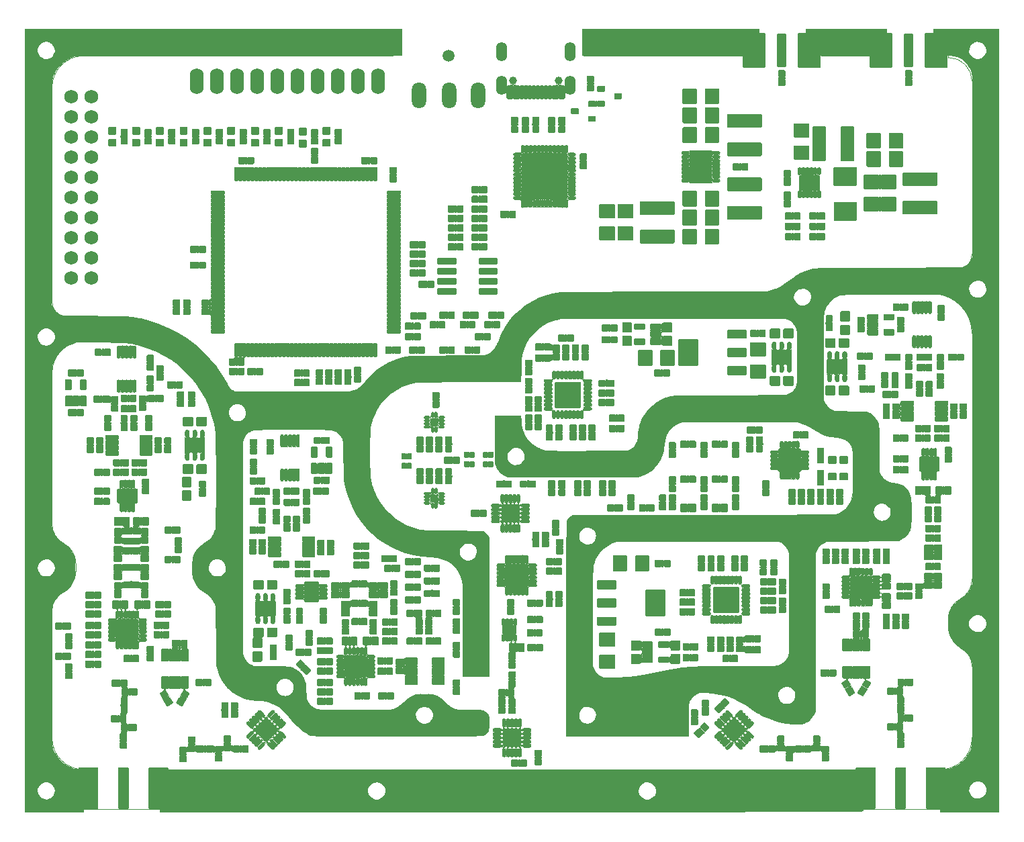
<source format=gts>
G04 #@! TF.GenerationSoftware,KiCad,Pcbnew,(5.1.7)-1*
G04 #@! TF.CreationDate,2020-10-25T18:45:03+01:00*
G04 #@! TF.ProjectId,VNA,564e412e-6b69-4636-9164-5f7063625858,0.1*
G04 #@! TF.SameCoordinates,Original*
G04 #@! TF.FileFunction,Soldermask,Top*
G04 #@! TF.FilePolarity,Negative*
%FSLAX46Y46*%
G04 Gerber Fmt 4.6, Leading zero omitted, Abs format (unit mm)*
G04 Created by KiCad (PCBNEW (5.1.7)-1) date 2020-10-25 18:45:03*
%MOMM*%
%LPD*%
G01*
G04 APERTURE LIST*
%ADD10C,0.100000*%
%ADD11C,0.152400*%
%ADD12C,1.004800*%
%ADD13O,1.354800X2.404800*%
%ADD14C,1.504800*%
%ADD15O,1.804800X3.304800*%
%ADD16O,1.727200X3.251200*%
%ADD17C,1.727200*%
G04 APERTURE END LIST*
D10*
X201501100Y-89003600D02*
G75*
G02*
X206501100Y-94003600I0J-5000000D01*
G01*
X201501100Y-89003600D02*
X190501100Y-89003600D01*
X187501100Y-92003600D02*
G75*
G02*
X190501100Y-89003600I3000000J0D01*
G01*
X187501100Y-92003600D02*
X187501100Y-102003600D01*
X189501100Y-104003600D02*
G75*
G02*
X187501100Y-102003600I0J2000000D01*
G01*
X189501100Y-104003600D02*
X192501100Y-104003600D01*
X194501100Y-106003600D02*
G75*
G03*
X192501100Y-104003600I-2000000J0D01*
G01*
X194501100Y-106003600D02*
X194501100Y-111003600D01*
X196501100Y-113003600D02*
G75*
G02*
X194501100Y-111003600I0J2000000D01*
G01*
X198501100Y-115003600D02*
G75*
G03*
X196501100Y-113003600I-2000000J0D01*
G01*
X198501100Y-115003600D02*
X198501100Y-118003600D01*
X196501100Y-120003600D02*
G75*
G03*
X198501100Y-118003600I0J2000000D01*
G01*
X196501100Y-120003600D02*
X188501100Y-120003600D01*
X186501100Y-122003600D02*
G75*
G02*
X188501100Y-120003600I2000000J0D01*
G01*
X186501100Y-122003600D02*
X186501100Y-141003600D01*
X184501100Y-143003600D02*
G75*
G03*
X186501100Y-141003600I0J2000000D01*
G01*
X178501100Y-141003601D02*
G75*
G03*
X184501100Y-143003600I5999999J8000000D01*
G01*
X172501100Y-139003600D02*
G75*
G02*
X178501100Y-141003600I-1J-10000003D01*
G01*
X170501100Y-141003600D02*
G75*
G02*
X172501100Y-139003600I2000000J0D01*
G01*
X170501100Y-141003600D02*
X170501100Y-143103600D01*
X170501100Y-143103600D02*
X170501100Y-144503600D01*
X170501100Y-144503600D02*
X155501100Y-144503600D01*
X172501100Y-136003600D02*
X173301100Y-136003600D01*
X173301100Y-136003600D02*
X181501100Y-136003600D01*
X183501100Y-134003600D02*
G75*
G02*
X181501100Y-136003600I-2000000J0D01*
G01*
X183501100Y-134003600D02*
X183501100Y-122003600D01*
X191501100Y-114003600D02*
G75*
G02*
X188501100Y-117003600I-3000000J0D01*
G01*
X191501100Y-114003600D02*
X191501100Y-109003600D01*
X189501100Y-107003600D02*
G75*
G02*
X191501100Y-109003600I0J-2000000D01*
G01*
X184501100Y-100003600D02*
X184501100Y-94003600D01*
X158501100Y-129003600D02*
X158501100Y-135503600D01*
X160501100Y-137503600D02*
G75*
G02*
X158501100Y-135503600I0J2000000D01*
G01*
X167201100Y-136703600D02*
G75*
G02*
X160501100Y-137503600I-6700001J27656250D01*
G01*
X173301100Y-136003600D02*
G75*
G03*
X167201100Y-136703600I-228716J-24935478D01*
G01*
X158501100Y-129003600D02*
X158501100Y-124003600D01*
X162501100Y-120003600D02*
G75*
G03*
X158501100Y-124003600I0J-4000000D01*
G01*
X162501100Y-120003600D02*
X181501100Y-120003600D01*
X183501100Y-122003600D02*
G75*
G03*
X181501100Y-120003600I-2000000J0D01*
G01*
X188501100Y-117003600D02*
X160501100Y-117003600D01*
X155501100Y-122003600D02*
X155501100Y-144503600D01*
X186501100Y-106003601D02*
G75*
G03*
X189501100Y-107003600I2999999J4000000D01*
G01*
X183501100Y-105003600D02*
G75*
G02*
X186501100Y-106003600I-1J-5000003D01*
G01*
X183501100Y-105003600D02*
X170501100Y-105003600D01*
X167501100Y-108003600D02*
G75*
G02*
X170501100Y-105003600I3000000J0D01*
G01*
X163501100Y-112003600D02*
G75*
G03*
X167501100Y-108003600I0J4000000D01*
G01*
X163501100Y-112003600D02*
X153501100Y-112003600D01*
X153501100Y-112003600D02*
X152501100Y-112003600D01*
X152501100Y-112003600D02*
X149501100Y-112003600D01*
X153501100Y-109003600D02*
X162501100Y-109003600D01*
X164501100Y-107003600D02*
G75*
G02*
X162501100Y-109003600I-2000000J0D01*
G01*
X169501100Y-102003600D02*
G75*
G03*
X164501100Y-107003600I0J-5000000D01*
G01*
X169501100Y-102003600D02*
X182501100Y-102003600D01*
X184501100Y-100003600D02*
G75*
G02*
X182501100Y-102003600I-2000000J0D01*
G01*
X160501100Y-117003600D02*
X156501100Y-117003600D01*
X155501100Y-118003600D02*
G75*
G02*
X156501100Y-117003600I1000000J0D01*
G01*
X155501100Y-118003600D02*
X155501100Y-122003600D01*
X182501100Y-92003600D02*
G75*
G02*
X184501100Y-94003600I0J-2000000D01*
G01*
X182501100Y-92003600D02*
X155501100Y-92003600D01*
X149501100Y-98003600D02*
G75*
G02*
X155501100Y-92003600I6000000J0D01*
G01*
X149501100Y-98003600D02*
X149501100Y-100003600D01*
X149501100Y-100003600D02*
X146501100Y-100003600D01*
X149501100Y-104503600D02*
X149501100Y-105003600D01*
X153501100Y-109003600D02*
G75*
G02*
X149501100Y-105003600I0J4000000D01*
G01*
X149501100Y-104503600D02*
X146501100Y-104503600D01*
X146501100Y-104503600D02*
X146501100Y-105003600D01*
X146501100Y-105003600D02*
X146501100Y-110003600D01*
X148501100Y-112003600D02*
G75*
G02*
X146501100Y-110003600I0J2000000D01*
G01*
X148501100Y-112003600D02*
X152501100Y-112003600D01*
X146501100Y-100003600D02*
X137501100Y-100003600D01*
X130501100Y-107003600D02*
G75*
G02*
X137501100Y-100003600I7000000J0D01*
G01*
X130501100Y-107003600D02*
X130501100Y-111003600D01*
X138501100Y-119003600D02*
G75*
G02*
X130501100Y-111003600I0J8000000D01*
G01*
X138501100Y-119003600D02*
X144501100Y-119003600D01*
X145501100Y-120003600D02*
G75*
G03*
X144501100Y-119003600I-1000000J0D01*
G01*
X145501100Y-120003600D02*
X145501100Y-137003600D01*
X145501100Y-137003600D02*
X142501100Y-137003600D01*
X142501100Y-137003600D02*
X142501100Y-126003600D01*
X138501100Y-122003600D02*
G75*
G02*
X142501100Y-126003600I0J-4000000D01*
G01*
X127501100Y-111003600D02*
G75*
G03*
X138501100Y-122003600I11000000J0D01*
G01*
X127501100Y-111003600D02*
X127501100Y-108103600D01*
X137501100Y-97003600D02*
X144501100Y-97003600D01*
X143501100Y-144503600D02*
X144501100Y-144503600D01*
X145501100Y-143503600D02*
G75*
G02*
X144501100Y-144503600I-1000000J0D01*
G01*
X145501100Y-143503600D02*
X145501100Y-142503600D01*
X144501100Y-141503600D02*
G75*
G02*
X145501100Y-142503600I0J-1000000D01*
G01*
X144501100Y-141503600D02*
X142001100Y-141503600D01*
X133001100Y-141503600D02*
X124501100Y-141503600D01*
X127501100Y-108103600D02*
X127501100Y-108003600D01*
X125501100Y-106003600D02*
G75*
G02*
X127501100Y-108003600I0J-2000000D01*
G01*
X125501100Y-106003600D02*
X116501100Y-106003600D01*
X114501100Y-108003600D02*
G75*
G02*
X116501100Y-106003600I2000000J0D01*
G01*
X114501100Y-108003600D02*
X114501100Y-135003600D01*
X116501100Y-137003600D02*
G75*
G02*
X114501100Y-135003600I0J2000000D01*
G01*
X116501100Y-137003600D02*
X120501100Y-137003600D01*
X122501100Y-139003600D02*
G75*
G03*
X120501100Y-137003600I-2000000J0D01*
G01*
X122501100Y-139003600D02*
X122501100Y-139503600D01*
X124501100Y-141503600D02*
G75*
G02*
X122501100Y-139503600I0J2000000D01*
G01*
X143501100Y-144503600D02*
X124001100Y-144503600D01*
X111501100Y-135003600D02*
X111501100Y-129003600D01*
X111501100Y-118003600D02*
X111501100Y-108003600D01*
X114001100Y-101503600D02*
X127926100Y-101503600D01*
X122501100Y-144003601D02*
G75*
G03*
X124001100Y-144503600I1499999J2000000D01*
G01*
X116501100Y-140003600D02*
G75*
G02*
X111501100Y-135003600I0J5000000D01*
G01*
X119501100Y-141003600D02*
G75*
G03*
X116501100Y-140003600I-3000000J-4000000D01*
G01*
X120501100Y-142003600D02*
G75*
G03*
X122501100Y-144003600I7999987J5999987D01*
G01*
X119501100Y-141003600D02*
G75*
G02*
X120501100Y-142003600I-2999994J-3999994D01*
G01*
X94501100Y-95003600D02*
X98501100Y-95003600D01*
X111501100Y-108003600D02*
G75*
G03*
X98501100Y-95003600I-13000000J0D01*
G01*
X92601100Y-92003600D02*
X98501100Y-92003600D01*
X112801100Y-100803601D02*
G75*
G03*
X114001100Y-101503600I1188636J659091D01*
G01*
X112801100Y-100803601D02*
G75*
G03*
X98501100Y-92003600I-14300001J-7218750D01*
G01*
X130026099Y-100353600D02*
G75*
G02*
X127926100Y-101503600I-2046667J1245000D01*
G01*
X130026099Y-100353599D02*
G75*
G02*
X137501100Y-97003600I6864167J-5301668D01*
G01*
X204501100Y-86003600D02*
X187501100Y-86003600D01*
X183501099Y-87503600D02*
G75*
G02*
X187501100Y-86003600I4000001J-4583335D01*
G01*
X179501100Y-89003601D02*
G75*
G03*
X183501100Y-87503600I1J6083329D01*
G01*
X179501100Y-89003600D02*
X155501100Y-89003600D01*
X146901099Y-95203599D02*
G75*
G02*
X144501100Y-97003600I-2400000J699999D01*
G01*
X146901099Y-95203599D02*
G75*
G02*
X155501100Y-89003600I8600000J-2864517D01*
G01*
X87501100Y-154003600D02*
X87501100Y-92003600D01*
X90501100Y-148003600D02*
X90501100Y-149003600D01*
X94501100Y-95003600D02*
G75*
G03*
X90501100Y-99003600I0J-4000000D01*
G01*
X108501100Y-123003600D02*
X108501100Y-124003600D01*
X110001100Y-126503600D02*
G75*
G02*
X108501100Y-124003600I1333334J2500000D01*
G01*
X111501100Y-129003601D02*
G75*
G03*
X110001100Y-126503600I-2833331J2D01*
G01*
X110001100Y-120503600D02*
G75*
G03*
X108501100Y-123003600I1333334J-2500001D01*
G01*
X111501099Y-118003600D02*
G75*
G02*
X110001100Y-120503600I-2833330J-2D01*
G01*
X93501100Y-124003600D02*
X93501100Y-123003600D01*
X92001099Y-120503600D02*
G75*
G02*
X93501100Y-123003600I-1333334J-2500001D01*
G01*
X90501100Y-118003600D02*
G75*
G03*
X92001100Y-120503600I2833330J-2D01*
G01*
X92001100Y-126503601D02*
G75*
G03*
X93501100Y-124003600I-1333335J2500001D01*
G01*
X90501099Y-129003600D02*
G75*
G02*
X92001100Y-126503600I2833331J1D01*
G01*
X203501100Y-130003600D02*
X203501100Y-131003600D01*
X205001100Y-133503600D02*
G75*
G02*
X203501100Y-131003600I1333334J2500000D01*
G01*
X206501100Y-136003601D02*
G75*
G03*
X205001100Y-133503600I-2833331J2D01*
G01*
X205001100Y-127503600D02*
G75*
G03*
X203501100Y-130003600I1333334J-2500001D01*
G01*
X206501099Y-125003600D02*
G75*
G02*
X205001100Y-127503600I-2833330J-2D01*
G01*
X90501100Y-99003600D02*
X90501100Y-118003600D01*
X90501100Y-129003600D02*
X90501100Y-145003600D01*
X94501100Y-149003600D02*
G75*
G02*
X90501100Y-145003600I0J4000000D01*
G01*
X202501100Y-149003600D02*
G75*
G03*
X206501100Y-145003600I0J4000000D01*
G01*
X206501100Y-145003600D02*
X206501100Y-136003600D01*
X206501100Y-125003600D02*
X206501100Y-94003600D01*
X206501100Y-84003600D02*
G75*
G02*
X204501100Y-86003600I-2000000J0D01*
G01*
X206501100Y-84003600D02*
X206501100Y-83003600D01*
X206501100Y-83003600D02*
X206501100Y-63003600D01*
X87501100Y-92003600D02*
X87501100Y-56003600D01*
X87501100Y-56003600D02*
X133501100Y-56003600D01*
X133501100Y-56003600D02*
X133501100Y-59003600D01*
X133501100Y-59003600D02*
X94501100Y-59003600D01*
X90501100Y-63003600D02*
G75*
G02*
X94501100Y-59003600I4000000J0D01*
G01*
X90501100Y-63003600D02*
X90501100Y-90003600D01*
X92501100Y-92003600D02*
G75*
G02*
X90501100Y-90003600I0J2000000D01*
G01*
X92501100Y-92003600D02*
X92601100Y-92003600D01*
X157501100Y-56003600D02*
X157501100Y-59003600D01*
X157501100Y-59003600D02*
X177501100Y-59003600D01*
X177501100Y-59003600D02*
X177501100Y-56003600D01*
X177501100Y-56003600D02*
X157501100Y-56003600D01*
X187501100Y-56003600D02*
X187501100Y-59003600D01*
X187501100Y-59003600D02*
X193501100Y-59003600D01*
X193501100Y-59003600D02*
X193501100Y-56003600D01*
X193501100Y-56003600D02*
X187501100Y-56003600D01*
X203501100Y-56003600D02*
X209501100Y-56003600D01*
X209501100Y-56003600D02*
X209501100Y-152003600D01*
X202501100Y-154003600D02*
X192501100Y-154003600D01*
X104501100Y-154003600D02*
X94501100Y-154003600D01*
X94501100Y-154003600D02*
X87501100Y-154003600D01*
X206501100Y-63003600D02*
X206501100Y-62203600D01*
X203501100Y-59203600D02*
G75*
G02*
X206501100Y-62203600I0J-3000000D01*
G01*
X203501100Y-59203600D02*
X203501100Y-56003600D01*
X94501100Y-149003600D02*
X94501100Y-154003600D01*
X94501100Y-154003600D02*
X87501100Y-154003600D01*
X209501100Y-152003600D02*
X202501100Y-154003600D01*
X202501100Y-154003600D02*
X202501100Y-149003600D01*
X192501100Y-154003600D02*
X192501100Y-149003600D01*
X192501100Y-149003600D02*
X104501100Y-149003600D01*
X104501100Y-149003600D02*
X104501100Y-154003600D01*
X104501100Y-154003600D02*
X192501100Y-154003600D01*
X137501100Y-139503600D02*
X138001100Y-139503600D01*
X140001100Y-140503601D02*
G75*
G03*
X138001100Y-139503600I-2000001J-1500000D01*
G01*
X142001100Y-141503600D02*
G75*
G02*
X140001100Y-140503600I0J2500000D01*
G01*
X137501100Y-139503600D02*
X137001100Y-139503600D01*
X135001099Y-140503600D02*
G75*
G02*
X137001100Y-139503600I2000001J-1500001D01*
G01*
X133001100Y-141503601D02*
G75*
G03*
X135001100Y-140503600I-1J2500001D01*
G01*
D11*
G36*
X134626907Y-58993631D02*
G01*
X114136044Y-59006755D01*
X112412067Y-59007875D01*
X110787128Y-59008972D01*
X109258257Y-59010060D01*
X107822484Y-59011154D01*
X106476839Y-59012269D01*
X105218352Y-59013419D01*
X104044053Y-59014620D01*
X102950972Y-59015884D01*
X101936139Y-59017229D01*
X100996584Y-59018667D01*
X100129337Y-59020214D01*
X99331429Y-59021885D01*
X98599888Y-59023693D01*
X97931745Y-59025654D01*
X97324030Y-59027782D01*
X96773773Y-59030093D01*
X96278005Y-59032600D01*
X95833754Y-59035318D01*
X95438051Y-59038263D01*
X95087926Y-59041448D01*
X94780409Y-59044888D01*
X94512531Y-59048599D01*
X94281320Y-59052594D01*
X94083807Y-59056888D01*
X93917023Y-59061497D01*
X93777996Y-59066434D01*
X93663757Y-59071714D01*
X93571336Y-59077352D01*
X93497764Y-59083363D01*
X93440069Y-59089761D01*
X93395282Y-59096562D01*
X93360433Y-59103778D01*
X93339156Y-59109437D01*
X93157100Y-59172350D01*
X92922477Y-59266857D01*
X92673124Y-59377300D01*
X92548594Y-59436617D01*
X92316989Y-59556515D01*
X92127330Y-59673384D01*
X91950046Y-59809095D01*
X91755563Y-59985516D01*
X91600674Y-60137622D01*
X91384500Y-60360429D01*
X91223707Y-60546257D01*
X91096395Y-60724709D01*
X90980663Y-60925390D01*
X90899423Y-61085542D01*
X90857822Y-61166439D01*
X90819062Y-61236156D01*
X90783043Y-61298335D01*
X90749665Y-61356618D01*
X90718829Y-61414647D01*
X90690434Y-61476063D01*
X90664382Y-61544509D01*
X90640573Y-61623626D01*
X90618906Y-61717057D01*
X90599284Y-61828444D01*
X90581605Y-61961427D01*
X90565770Y-62119650D01*
X90551680Y-62306754D01*
X90539235Y-62526381D01*
X90528335Y-62782172D01*
X90518881Y-63077771D01*
X90510773Y-63416818D01*
X90503911Y-63802956D01*
X90498196Y-64239827D01*
X90493528Y-64731072D01*
X90489808Y-65280333D01*
X90486936Y-65891253D01*
X90484812Y-66567473D01*
X90483337Y-67312635D01*
X90482411Y-68130381D01*
X90481934Y-69024353D01*
X90481807Y-69998192D01*
X90481930Y-71055542D01*
X90482203Y-72200043D01*
X90482528Y-73435338D01*
X90482803Y-74765068D01*
X90482931Y-76192876D01*
X90482932Y-76310241D01*
X90482932Y-90387349D01*
X90615040Y-90667872D01*
X90841798Y-91046720D01*
X91130994Y-91346759D01*
X91490177Y-91574900D01*
X91707028Y-91667380D01*
X91759138Y-91684691D01*
X91820219Y-91699878D01*
X91897302Y-91713147D01*
X91997419Y-91724705D01*
X92127603Y-91734757D01*
X92294887Y-91743509D01*
X92506302Y-91751167D01*
X92768881Y-91757937D01*
X93089656Y-91764025D01*
X93475660Y-91769636D01*
X93933925Y-91774978D01*
X94471483Y-91780254D01*
X95095366Y-91785673D01*
X95812607Y-91791439D01*
X95991365Y-91792834D01*
X96747634Y-91798728D01*
X97410412Y-91804204D01*
X97988213Y-91809763D01*
X98489550Y-91815901D01*
X98922937Y-91823117D01*
X99296886Y-91831910D01*
X99619911Y-91842777D01*
X99900526Y-91856218D01*
X100147243Y-91872729D01*
X100368576Y-91892811D01*
X100573039Y-91916960D01*
X100769144Y-91945675D01*
X100965405Y-91979455D01*
X101170336Y-92018798D01*
X101392449Y-92064202D01*
X101640258Y-92116165D01*
X101688397Y-92126284D01*
X102922740Y-92437438D01*
X104124882Y-92845116D01*
X105293086Y-93348489D01*
X106425612Y-93946727D01*
X107520721Y-94639001D01*
X108538353Y-95393793D01*
X108884768Y-95685320D01*
X109270108Y-96034872D01*
X109673155Y-96421270D01*
X110072689Y-96823334D01*
X110447491Y-97219884D01*
X110776341Y-97589739D01*
X110957504Y-97808434D01*
X111252574Y-98195101D01*
X111569711Y-98639812D01*
X111889817Y-99113785D01*
X112193794Y-99588241D01*
X112462545Y-100034399D01*
X112615421Y-100306921D01*
X112768686Y-100584252D01*
X112892437Y-100787072D01*
X113001314Y-100932829D01*
X113109958Y-101038968D01*
X113233008Y-101122935D01*
X113353949Y-101186999D01*
X113587751Y-101302209D01*
X120651807Y-101317202D01*
X121829544Y-101319299D01*
X122905598Y-101320370D01*
X123880288Y-101320414D01*
X124753934Y-101319431D01*
X125526854Y-101317418D01*
X126199369Y-101314373D01*
X126771798Y-101310295D01*
X127244460Y-101305183D01*
X127617675Y-101299034D01*
X127891762Y-101291847D01*
X128067041Y-101283620D01*
X128122291Y-101278541D01*
X128539144Y-101187768D01*
X128928145Y-101034946D01*
X129259366Y-100832661D01*
X129340944Y-100766013D01*
X129460291Y-100646754D01*
X129612054Y-100474927D01*
X129769615Y-100281156D01*
X129823066Y-100211343D01*
X129981326Y-100013986D01*
X130184914Y-99778976D01*
X130405061Y-99538763D01*
X130573227Y-99365196D01*
X131279722Y-98729635D01*
X132043967Y-98178132D01*
X132865780Y-97710788D01*
X133744975Y-97327702D01*
X134681369Y-97028973D01*
X135067109Y-96934206D01*
X135154375Y-96914896D01*
X135239215Y-96897855D01*
X135328421Y-96882896D01*
X135428785Y-96869834D01*
X135547097Y-96858483D01*
X135690152Y-96848659D01*
X135864739Y-96840176D01*
X136077652Y-96832848D01*
X136335681Y-96826490D01*
X136645620Y-96820917D01*
X137014260Y-96815943D01*
X137448392Y-96811382D01*
X137954810Y-96807050D01*
X138540304Y-96802760D01*
X139211666Y-96798328D01*
X139975689Y-96793568D01*
X140288353Y-96791655D01*
X145006225Y-96762851D01*
X145300222Y-96644157D01*
X145662777Y-96455400D01*
X146008812Y-96197950D01*
X146299685Y-95901518D01*
X146350394Y-95836759D01*
X146463334Y-95656928D01*
X146586937Y-95413102D01*
X146704348Y-95139509D01*
X146739713Y-95046197D01*
X147133548Y-94101591D01*
X147598774Y-93229611D01*
X148136122Y-92429313D01*
X148746323Y-91699748D01*
X149430110Y-91039972D01*
X150188215Y-90449036D01*
X150412650Y-90296606D01*
X151152790Y-89854069D01*
X151917964Y-89488529D01*
X152040297Y-89443775D01*
X184050368Y-89443775D01*
X184097896Y-89731638D01*
X184228794Y-90007464D01*
X184425536Y-90244209D01*
X184670595Y-90414828D01*
X184683741Y-90421109D01*
X184962251Y-90500417D01*
X185265400Y-90502813D01*
X185556686Y-90431372D01*
X185744633Y-90331730D01*
X185979860Y-90111020D01*
X186133627Y-89848670D01*
X186207111Y-89562284D01*
X186201488Y-89269467D01*
X186117934Y-88987823D01*
X185957627Y-88734958D01*
X185721742Y-88528476D01*
X185620204Y-88469735D01*
X185379412Y-88392854D01*
X185099866Y-88373781D01*
X184826792Y-88412425D01*
X184667737Y-88471694D01*
X184409939Y-88654795D01*
X184211329Y-88900284D01*
X184086817Y-89184687D01*
X184050368Y-89443775D01*
X152040297Y-89443775D01*
X152726332Y-89192800D01*
X153596058Y-88959698D01*
X154008434Y-88874056D01*
X154594980Y-88762072D01*
X167601004Y-88732843D01*
X180607028Y-88703615D01*
X181117068Y-88563652D01*
X181720700Y-88357429D01*
X181781320Y-88329231D01*
X206142865Y-88329231D01*
X206160209Y-88635513D01*
X206273602Y-88931433D01*
X206431205Y-89149088D01*
X206568262Y-89281868D01*
X206708449Y-89388600D01*
X206772088Y-89424004D01*
X206983424Y-89478566D01*
X207239738Y-89491761D01*
X207494684Y-89464894D01*
X207701921Y-89399271D01*
X207704943Y-89397735D01*
X207976719Y-89205420D01*
X208168595Y-88952625D01*
X208274798Y-88648947D01*
X208295122Y-88416625D01*
X208248677Y-88104445D01*
X208124526Y-87838866D01*
X207938267Y-87625440D01*
X207705494Y-87469718D01*
X207441804Y-87377249D01*
X207162793Y-87353585D01*
X206884058Y-87404277D01*
X206621194Y-87534875D01*
X206397653Y-87741305D01*
X206221902Y-88026518D01*
X206142865Y-88329231D01*
X181781320Y-88329231D01*
X182333425Y-88072415D01*
X182925381Y-87724097D01*
X183407508Y-87375835D01*
X183899522Y-86998609D01*
X184349443Y-86689882D01*
X184779098Y-86438656D01*
X185210316Y-86233933D01*
X185664924Y-86064716D01*
X186164753Y-85920007D01*
X186421486Y-85857336D01*
X186479531Y-85844141D01*
X186538180Y-85832063D01*
X186602046Y-85821039D01*
X186675740Y-85811005D01*
X186763875Y-85801896D01*
X186871062Y-85793648D01*
X187001914Y-85786197D01*
X187161043Y-85779477D01*
X187353061Y-85773425D01*
X187582580Y-85767977D01*
X187854212Y-85763067D01*
X188172569Y-85758632D01*
X188542263Y-85754608D01*
X188967907Y-85750929D01*
X189454113Y-85747532D01*
X190005492Y-85744353D01*
X190626658Y-85741326D01*
X191322221Y-85738387D01*
X192096794Y-85735473D01*
X192954989Y-85732519D01*
X193901418Y-85729460D01*
X194940694Y-85726232D01*
X196061245Y-85722820D01*
X205241968Y-85694980D01*
X205564620Y-85520044D01*
X205913289Y-85281656D01*
X206189543Y-84979296D01*
X206383052Y-84649398D01*
X206517068Y-84368876D01*
X206531587Y-73020482D01*
X206533211Y-71607492D01*
X206534332Y-70294617D01*
X206534945Y-69079961D01*
X206535042Y-67961632D01*
X206534617Y-66937737D01*
X206533662Y-66006382D01*
X206532173Y-65165675D01*
X206530141Y-64413721D01*
X206527560Y-63748628D01*
X206524424Y-63168502D01*
X206520725Y-62671450D01*
X206516458Y-62255579D01*
X206511615Y-61918995D01*
X206506190Y-61659805D01*
X206500176Y-61476116D01*
X206493566Y-61366034D01*
X206490490Y-61340562D01*
X206440132Y-61134227D01*
X206356425Y-60884543D01*
X206255206Y-60637529D01*
X206229991Y-60583597D01*
X205958528Y-60132237D01*
X205610761Y-59747749D01*
X205185881Y-59429436D01*
X204683079Y-59176601D01*
X204527911Y-59117336D01*
X204430599Y-59087949D01*
X204311643Y-59064328D01*
X204157516Y-59045447D01*
X203954692Y-59030281D01*
X203689645Y-59017803D01*
X203348848Y-59006988D01*
X202946787Y-58997409D01*
X201620683Y-58968876D01*
X201616600Y-58461605D01*
X206148788Y-58461605D01*
X206238169Y-58758305D01*
X206425241Y-59030588D01*
X206465560Y-59072750D01*
X206732043Y-59275856D01*
X207024103Y-59381311D01*
X207334092Y-59387912D01*
X207654364Y-59294452D01*
X207709073Y-59268631D01*
X207977030Y-59084434D01*
X208167341Y-58847893D01*
X208277415Y-58575749D01*
X208304658Y-58284741D01*
X208246476Y-57991612D01*
X208100279Y-57713101D01*
X207973111Y-57563836D01*
X207710158Y-57364142D01*
X207423307Y-57254312D01*
X207129121Y-57231782D01*
X206844166Y-57293985D01*
X206585008Y-57438355D01*
X206368211Y-57662328D01*
X206268317Y-57827875D01*
X206158403Y-58148718D01*
X206148788Y-58461605D01*
X201616600Y-58461605D01*
X201607235Y-57298494D01*
X201593787Y-55628113D01*
X209908835Y-55628113D01*
X209908835Y-154371888D01*
X202513253Y-154371888D01*
X202513253Y-151696655D01*
X206149941Y-151696655D01*
X206243083Y-152016672D01*
X206268317Y-152070117D01*
X206451480Y-152334599D01*
X206695646Y-152530943D01*
X206962619Y-152638822D01*
X207127328Y-152672465D01*
X207257099Y-152678071D01*
X207398945Y-152653436D01*
X207549879Y-152611317D01*
X207818537Y-152482631D01*
X208039640Y-152281817D01*
X208201071Y-152029807D01*
X208290713Y-151747535D01*
X208296450Y-151455932D01*
X208276521Y-151356030D01*
X208153994Y-151042909D01*
X207966093Y-150803546D01*
X207709073Y-150629361D01*
X207388325Y-150519492D01*
X207075486Y-150509817D01*
X206778967Y-150599007D01*
X206507179Y-150785730D01*
X206465036Y-150826080D01*
X206262247Y-151092949D01*
X206156772Y-151385944D01*
X206149941Y-151696655D01*
X202513253Y-151696655D01*
X202513253Y-149029217D01*
X202672640Y-148997339D01*
X202831559Y-148976308D01*
X203016620Y-148965752D01*
X203047012Y-148965462D01*
X203202655Y-148952421D01*
X203413618Y-148918028D01*
X203637258Y-148869381D01*
X203662476Y-148863036D01*
X204247850Y-148662198D01*
X204784965Y-148374520D01*
X205265599Y-148006699D01*
X205681534Y-147565437D01*
X206024549Y-147057433D01*
X206133817Y-146848795D01*
X206194889Y-146724852D01*
X206249126Y-146615020D01*
X206296932Y-146512818D01*
X206338712Y-146411765D01*
X206374870Y-146305379D01*
X206405809Y-146187179D01*
X206431935Y-146050684D01*
X206453651Y-145889412D01*
X206471361Y-145696882D01*
X206485470Y-145466614D01*
X206496381Y-145192125D01*
X206504500Y-144866934D01*
X206510229Y-144484560D01*
X206513974Y-144038522D01*
X206516137Y-143522338D01*
X206517125Y-142929527D01*
X206517340Y-142253608D01*
X206517187Y-141488100D01*
X206517068Y-140702811D01*
X206517068Y-135627912D01*
X206397875Y-135282807D01*
X206202357Y-134835843D01*
X205941147Y-134449316D01*
X205603497Y-134110666D01*
X205178656Y-133807336D01*
X205088956Y-133753687D01*
X204726797Y-133502853D01*
X204387235Y-133193337D01*
X204095880Y-132851624D01*
X203878343Y-132504195D01*
X203875909Y-132499347D01*
X203756307Y-132239630D01*
X203666353Y-131988851D01*
X203602901Y-131727169D01*
X203562805Y-131434742D01*
X203542916Y-131091729D01*
X203540089Y-130678289D01*
X203543845Y-130461840D01*
X206150917Y-130461840D01*
X206154256Y-130757043D01*
X206237501Y-131040996D01*
X206396579Y-131295354D01*
X206627412Y-131501773D01*
X206771651Y-131582770D01*
X207047852Y-131660992D01*
X207349847Y-131662954D01*
X207640481Y-131591844D01*
X207829372Y-131491971D01*
X208060927Y-131274644D01*
X208213212Y-131015921D01*
X208287873Y-130733332D01*
X208286556Y-130444410D01*
X208210906Y-130166687D01*
X208062571Y-129917692D01*
X207843195Y-129714960D01*
X207652850Y-129611872D01*
X207340871Y-129533907D01*
X207024896Y-129550109D01*
X206725340Y-129655603D01*
X206462616Y-129845512D01*
X206400262Y-129911063D01*
X206231561Y-130173732D01*
X206150917Y-130461840D01*
X203543845Y-130461840D01*
X203544725Y-130411178D01*
X203553888Y-130066178D01*
X203564490Y-129803917D01*
X203578763Y-129605128D01*
X203598940Y-129450545D01*
X203627252Y-129320902D01*
X203665932Y-129196932D01*
X203694462Y-129118801D01*
X203941278Y-128596552D01*
X204263434Y-128141812D01*
X204664544Y-127750302D01*
X205113295Y-127438186D01*
X205555995Y-127131687D01*
X205912331Y-126783178D01*
X206193892Y-126379127D01*
X206402071Y-125933073D01*
X206517068Y-125631125D01*
X206531593Y-109692370D01*
X206532998Y-108006712D01*
X206534044Y-106421517D01*
X206534727Y-104935237D01*
X206535045Y-103546327D01*
X206534993Y-102253241D01*
X206534566Y-101054434D01*
X206533762Y-99948360D01*
X206532577Y-98933472D01*
X206531006Y-98008225D01*
X206529045Y-97171074D01*
X206526692Y-96420472D01*
X206523942Y-95754873D01*
X206520790Y-95172733D01*
X206517235Y-94672504D01*
X206513270Y-94252642D01*
X206508893Y-93911600D01*
X206504100Y-93647833D01*
X206498887Y-93459795D01*
X206493250Y-93345939D01*
X206490782Y-93320080D01*
X206361213Y-92687617D01*
X206139912Y-92064871D01*
X205836574Y-91472431D01*
X205460896Y-90930885D01*
X205251360Y-90688211D01*
X204755891Y-90217749D01*
X204219989Y-89832784D01*
X203628786Y-89524018D01*
X203037668Y-89303761D01*
X202589759Y-89163253D01*
X196430219Y-89149314D01*
X195485611Y-89147102D01*
X194637340Y-89145132D01*
X193879737Y-89143652D01*
X193207131Y-89142908D01*
X192613852Y-89143148D01*
X192094229Y-89144618D01*
X191642592Y-89147566D01*
X191253271Y-89152239D01*
X190920596Y-89158884D01*
X190638895Y-89167748D01*
X190402499Y-89179078D01*
X190205738Y-89193122D01*
X190042941Y-89210126D01*
X189908437Y-89230338D01*
X189796557Y-89254004D01*
X189701630Y-89281373D01*
X189617986Y-89312690D01*
X189539954Y-89348203D01*
X189461864Y-89388159D01*
X189378046Y-89432805D01*
X189328715Y-89458791D01*
X189041432Y-89644865D01*
X188746879Y-89898139D01*
X188472891Y-90190035D01*
X188247298Y-90491975D01*
X188140316Y-90679030D01*
X188091033Y-90779244D01*
X188047101Y-90871654D01*
X188008228Y-90962403D01*
X187974123Y-91057633D01*
X187944494Y-91163486D01*
X187919047Y-91286105D01*
X187897492Y-91431632D01*
X187879535Y-91606211D01*
X187864885Y-91815984D01*
X187853251Y-92067092D01*
X187844339Y-92365680D01*
X187837857Y-92717888D01*
X187833514Y-93129861D01*
X187831018Y-93607740D01*
X187830076Y-94157668D01*
X187830397Y-94785788D01*
X187831687Y-95498242D01*
X187833656Y-96301172D01*
X187835711Y-97084919D01*
X187849598Y-102426511D01*
X188016921Y-102766357D01*
X188243390Y-103121056D01*
X188537949Y-103416818D01*
X188882212Y-103636277D01*
X188986905Y-103682445D01*
X189064764Y-103712080D01*
X189142672Y-103736418D01*
X189231599Y-103756165D01*
X189342516Y-103772028D01*
X189486391Y-103784711D01*
X189674195Y-103794921D01*
X189916897Y-103803363D01*
X190225468Y-103810743D01*
X190610878Y-103817767D01*
X191084095Y-103825140D01*
X191241365Y-103827474D01*
X191763269Y-103835434D01*
X192194268Y-103843367D01*
X192545456Y-103852648D01*
X192827926Y-103864650D01*
X193052771Y-103880747D01*
X193231085Y-103902311D01*
X193373963Y-103930716D01*
X193492496Y-103967335D01*
X193597779Y-104013542D01*
X193700905Y-104070710D01*
X193812968Y-104140212D01*
X193823992Y-104147195D01*
X194003847Y-104284144D01*
X194201265Y-104469985D01*
X194387247Y-104674087D01*
X194532794Y-104865822D01*
X194580981Y-104946776D01*
X194633108Y-105047339D01*
X194677572Y-105137518D01*
X194715054Y-105226015D01*
X194746237Y-105321530D01*
X194771805Y-105432764D01*
X194792440Y-105568419D01*
X194808826Y-105737194D01*
X194821644Y-105947791D01*
X194831579Y-106208911D01*
X194839313Y-106529255D01*
X194845528Y-106917523D01*
X194850908Y-107382417D01*
X194856136Y-107932636D01*
X194861377Y-108519277D01*
X194888152Y-111503012D01*
X195026388Y-111784174D01*
X195258201Y-112151626D01*
X195555248Y-112442203D01*
X195919114Y-112656913D01*
X196351385Y-112796768D01*
X196702184Y-112851322D01*
X196944883Y-112881455D01*
X197177509Y-112921445D01*
X197361525Y-112964299D01*
X197410674Y-112979874D01*
X197827955Y-113182165D01*
X198188666Y-113463180D01*
X198482838Y-113810900D01*
X198700503Y-114213306D01*
X198831690Y-114658380D01*
X198839231Y-114702062D01*
X198854322Y-114851167D01*
X198866777Y-115085056D01*
X198876582Y-115386860D01*
X198883724Y-115739706D01*
X198888188Y-116126726D01*
X198889962Y-116531048D01*
X198889031Y-116935803D01*
X198885382Y-117324120D01*
X198879002Y-117679129D01*
X198869876Y-117983960D01*
X198857991Y-118221741D01*
X198843334Y-118375604D01*
X198842204Y-118382794D01*
X198718438Y-118836363D01*
X198506408Y-119243887D01*
X198211968Y-119598654D01*
X197840973Y-119893956D01*
X197399277Y-120123082D01*
X197285811Y-120166613D01*
X197205354Y-120178134D01*
X197029428Y-120188957D01*
X196757258Y-120199095D01*
X196388066Y-120208564D01*
X195921075Y-120217375D01*
X195355508Y-120225544D01*
X194690588Y-120233083D01*
X193925539Y-120240008D01*
X193059584Y-120246331D01*
X192669478Y-120248787D01*
X188206626Y-120275703D01*
X187885735Y-120423879D01*
X187556485Y-120626815D01*
X187264361Y-120904448D01*
X187034665Y-121230155D01*
X186947878Y-121410713D01*
X186829518Y-121703815D01*
X186804016Y-131726104D01*
X186778514Y-141748394D01*
X186633491Y-142043903D01*
X186427957Y-142377697D01*
X186159452Y-142688148D01*
X185855416Y-142946908D01*
X185621136Y-143089724D01*
X185349633Y-143205481D01*
X185066263Y-143281500D01*
X184748879Y-143320675D01*
X184375336Y-143325904D01*
X183979101Y-143304459D01*
X183077902Y-143204429D01*
X182238396Y-143043497D01*
X181435945Y-142815096D01*
X180645909Y-142512658D01*
X180147992Y-142283365D01*
X179947776Y-142183510D01*
X179760086Y-142084637D01*
X179571623Y-141978481D01*
X179369089Y-141856781D01*
X179139184Y-141711274D01*
X178868610Y-141533697D01*
X178544068Y-141315787D01*
X178152260Y-141049281D01*
X178056827Y-140984068D01*
X177285019Y-140513420D01*
X176458608Y-140115632D01*
X175593725Y-139795803D01*
X175173500Y-139683660D01*
X182068607Y-139683660D01*
X182070346Y-139715732D01*
X182136652Y-140041527D01*
X182284188Y-140312621D01*
X182502735Y-140519511D01*
X182782075Y-140652694D01*
X183111991Y-140702666D01*
X183131727Y-140702811D01*
X183412767Y-140673468D01*
X183646496Y-140584137D01*
X183893744Y-140400602D01*
X184070649Y-140160321D01*
X184174506Y-139882907D01*
X184202608Y-139587975D01*
X184152250Y-139295138D01*
X184020727Y-139024010D01*
X183883992Y-138862477D01*
X183627021Y-138681948D01*
X183334541Y-138585650D01*
X183028291Y-138573670D01*
X182730012Y-138646093D01*
X182461442Y-138803006D01*
X182400248Y-138856621D01*
X182200637Y-139098787D01*
X182092631Y-139367851D01*
X182068607Y-139683660D01*
X175173500Y-139683660D01*
X174706498Y-139559034D01*
X173813057Y-139410426D01*
X172929532Y-139355078D01*
X172904835Y-139354919D01*
X172139189Y-139351205D01*
X171798183Y-139518842D01*
X171432270Y-139754342D01*
X171131441Y-140065810D01*
X170931402Y-140388507D01*
X170902527Y-140449298D01*
X170878755Y-140510123D01*
X170859508Y-140581210D01*
X170844210Y-140672784D01*
X170832284Y-140795071D01*
X170823154Y-140958298D01*
X170816243Y-141172691D01*
X170810976Y-141448477D01*
X170806774Y-141795881D01*
X170803062Y-142225130D01*
X170799377Y-142730221D01*
X170784498Y-144834137D01*
X155334538Y-144834137D01*
X155334593Y-142200163D01*
X156969946Y-142200163D01*
X157010208Y-142474373D01*
X157045607Y-142578151D01*
X157209693Y-142849620D01*
X157436221Y-143051596D01*
X157708070Y-143178422D01*
X158008118Y-143224441D01*
X158319241Y-143183997D01*
X158571028Y-143082122D01*
X158813457Y-142897213D01*
X158984235Y-142656960D01*
X159081356Y-142380553D01*
X159102813Y-142087180D01*
X159046600Y-141796032D01*
X158910711Y-141526298D01*
X158752437Y-141346998D01*
X158485656Y-141168112D01*
X158194847Y-141079023D01*
X157897420Y-141076318D01*
X157610785Y-141156584D01*
X157352352Y-141316404D01*
X157139532Y-141552367D01*
X157065670Y-141677778D01*
X156988771Y-141919455D01*
X156969946Y-142200163D01*
X155334593Y-142200163D01*
X155334822Y-131381827D01*
X155335052Y-129803400D01*
X155335069Y-129762450D01*
X158726305Y-129762450D01*
X158726305Y-135984940D01*
X158842765Y-136272964D01*
X159046883Y-136645370D01*
X159330982Y-136965360D01*
X159680639Y-137219162D01*
X159979938Y-137358792D01*
X160068353Y-137386190D01*
X160172893Y-137406006D01*
X160308444Y-137418850D01*
X160489895Y-137425334D01*
X160732131Y-137426071D01*
X161050039Y-137421673D01*
X161353012Y-137415235D01*
X161748964Y-137403106D01*
X162169674Y-137385095D01*
X162584024Y-137362883D01*
X162960898Y-137338150D01*
X163269180Y-137312577D01*
X163288343Y-137310704D01*
X163957524Y-137236912D01*
X164619027Y-137147795D01*
X165293970Y-137039728D01*
X166003468Y-136909090D01*
X166768637Y-136752256D01*
X167550000Y-136579423D01*
X167984760Y-136486206D01*
X168475196Y-136390644D01*
X168987991Y-136298566D01*
X169489829Y-136215800D01*
X169947390Y-136148175D01*
X170202209Y-136115461D01*
X170432874Y-136089484D01*
X170664027Y-136066491D01*
X170903075Y-136046306D01*
X171157425Y-136028755D01*
X171434483Y-136013663D01*
X171741655Y-136000854D01*
X172086350Y-135990154D01*
X172475973Y-135981388D01*
X172917931Y-135974380D01*
X173419631Y-135968956D01*
X173988479Y-135964940D01*
X174631883Y-135962158D01*
X175357249Y-135960434D01*
X176171983Y-135959594D01*
X176805268Y-135959438D01*
X177762645Y-135958864D01*
X178618987Y-135957137D01*
X179375261Y-135954246D01*
X180032436Y-135950181D01*
X180591477Y-135944930D01*
X181053353Y-135938483D01*
X181419030Y-135930831D01*
X181689474Y-135921962D01*
X181865655Y-135911866D01*
X181934465Y-135903871D01*
X182149844Y-135850355D01*
X182367167Y-135775211D01*
X182467634Y-135730447D01*
X182692802Y-135580758D01*
X182924387Y-135367718D01*
X183132261Y-135123213D01*
X183286293Y-134879128D01*
X183301097Y-134848429D01*
X183412249Y-134607831D01*
X183412249Y-121599673D01*
X183245992Y-121261952D01*
X183020857Y-120905507D01*
X182729370Y-120623061D01*
X182372788Y-120410107D01*
X182086144Y-120275703D01*
X172140361Y-120261695D01*
X170946385Y-120260071D01*
X169850086Y-120258725D01*
X168847134Y-120257683D01*
X167933197Y-120256975D01*
X167103946Y-120256629D01*
X166355050Y-120256673D01*
X165682178Y-120257136D01*
X165081000Y-120258045D01*
X164547185Y-120259431D01*
X164076402Y-120261320D01*
X163664322Y-120263741D01*
X163306613Y-120266723D01*
X162998944Y-120270294D01*
X162736986Y-120274482D01*
X162516408Y-120279316D01*
X162332878Y-120284824D01*
X162182067Y-120291034D01*
X162059644Y-120297976D01*
X161961279Y-120305676D01*
X161882640Y-120314165D01*
X161819397Y-120323469D01*
X161786546Y-120329554D01*
X161195172Y-120498431D01*
X160649162Y-120755215D01*
X160155292Y-121093386D01*
X159720333Y-121506426D01*
X159351059Y-121987815D01*
X159054244Y-122531034D01*
X158836660Y-123129563D01*
X158821995Y-123182932D01*
X158807721Y-123239787D01*
X158794938Y-123301828D01*
X158783565Y-123374695D01*
X158773519Y-123464029D01*
X158764718Y-123575471D01*
X158757081Y-123714662D01*
X158750524Y-123887242D01*
X158744968Y-124098852D01*
X158740328Y-124355133D01*
X158736523Y-124661726D01*
X158733472Y-125024271D01*
X158731091Y-125448409D01*
X158729300Y-125939781D01*
X158728015Y-126504027D01*
X158727156Y-127146789D01*
X158726639Y-127873707D01*
X158726383Y-128690422D01*
X158726306Y-129602575D01*
X158726305Y-129762450D01*
X155335069Y-129762450D01*
X155335672Y-128319681D01*
X155336680Y-126931147D01*
X155338074Y-125638274D01*
X155339852Y-124441538D01*
X155342013Y-123341413D01*
X155344555Y-122338376D01*
X155347476Y-121432903D01*
X155350774Y-120625470D01*
X155354448Y-119916551D01*
X155356962Y-119537551D01*
X156968284Y-119537551D01*
X156997611Y-119827711D01*
X157100616Y-120097737D01*
X157275557Y-120328738D01*
X157501878Y-120492298D01*
X157822190Y-120613416D01*
X158131128Y-120634740D01*
X158437667Y-120556433D01*
X158535203Y-120511138D01*
X158789459Y-120328831D01*
X158971555Y-120091467D01*
X159079436Y-119817781D01*
X159111043Y-119526506D01*
X159064322Y-119236378D01*
X158937214Y-118966131D01*
X158730022Y-118736437D01*
X158446477Y-118561422D01*
X158143723Y-118478982D01*
X157838165Y-118489131D01*
X157546212Y-118591885D01*
X157339796Y-118735176D01*
X157137634Y-118972393D01*
X157014377Y-119246149D01*
X156968284Y-119537551D01*
X155356962Y-119537551D01*
X155358495Y-119306624D01*
X155362914Y-118796163D01*
X155367703Y-118385644D01*
X155372860Y-118075544D01*
X155378384Y-117866338D01*
X155384272Y-117758501D01*
X155386360Y-117745004D01*
X155522989Y-117440289D01*
X155748807Y-117175159D01*
X155887974Y-117064345D01*
X156108375Y-116909438D01*
X172616537Y-116883082D01*
X174166974Y-116880572D01*
X175618663Y-116878143D01*
X176974866Y-116875772D01*
X178238842Y-116873440D01*
X179413853Y-116871125D01*
X180503158Y-116868806D01*
X181510019Y-116866464D01*
X182437696Y-116864076D01*
X183289449Y-116861622D01*
X184068540Y-116859082D01*
X184778228Y-116856435D01*
X185421774Y-116853659D01*
X186002439Y-116850734D01*
X186523484Y-116847640D01*
X186988168Y-116844355D01*
X187399753Y-116840859D01*
X187761499Y-116837131D01*
X188076667Y-116833150D01*
X188348517Y-116828895D01*
X188580310Y-116824346D01*
X188775306Y-116819482D01*
X188936765Y-116814281D01*
X189067950Y-116808724D01*
X189172119Y-116802789D01*
X189252534Y-116796456D01*
X189312455Y-116789704D01*
X189355143Y-116782512D01*
X189379719Y-116776227D01*
X189904534Y-116560539D01*
X189956823Y-116527284D01*
X194101220Y-116527284D01*
X194137378Y-116811374D01*
X194244290Y-117078200D01*
X194417607Y-117310614D01*
X194652977Y-117491468D01*
X194931924Y-117600342D01*
X195090299Y-117633568D01*
X195210344Y-117639620D01*
X195345385Y-117617787D01*
X195445957Y-117593487D01*
X195712871Y-117478736D01*
X195952314Y-117287589D01*
X196132975Y-117045586D01*
X196144516Y-117023687D01*
X196205893Y-116874939D01*
X196233088Y-116716744D01*
X196232694Y-116506811D01*
X196230788Y-116470451D01*
X196212127Y-116265425D01*
X196175597Y-116122132D01*
X196108124Y-116000410D01*
X196055006Y-115930485D01*
X195801093Y-115683051D01*
X195518739Y-115527251D01*
X195220165Y-115464522D01*
X194917590Y-115496302D01*
X194623233Y-115624030D01*
X194460766Y-115742916D01*
X194258564Y-115975908D01*
X194140165Y-116243080D01*
X194101220Y-116527284D01*
X189956823Y-116527284D01*
X190366349Y-116266836D01*
X190760124Y-115899932D01*
X191080818Y-115464640D01*
X191323391Y-114965776D01*
X191349538Y-114894779D01*
X191375093Y-114821014D01*
X191396719Y-114749425D01*
X191414804Y-114671067D01*
X191429740Y-114576997D01*
X191441918Y-114458269D01*
X191451726Y-114305941D01*
X191459557Y-114111068D01*
X191465799Y-113864706D01*
X191470844Y-113557911D01*
X191475082Y-113181739D01*
X191478904Y-112727246D01*
X191482698Y-112185487D01*
X191485328Y-111783534D01*
X191489395Y-111106660D01*
X191491440Y-110523356D01*
X191490354Y-110025192D01*
X191485029Y-109603733D01*
X191474354Y-109250548D01*
X191457221Y-108957204D01*
X191432521Y-108715268D01*
X191399145Y-108516307D01*
X191355984Y-108351889D01*
X191301929Y-108213582D01*
X191235870Y-108092952D01*
X191156698Y-107981566D01*
X191063306Y-107870994D01*
X190955311Y-107753579D01*
X190734076Y-107551375D01*
X190488513Y-107400705D01*
X190199083Y-107294049D01*
X189846246Y-107223892D01*
X189483944Y-107187482D01*
X188797143Y-107106926D01*
X188166506Y-106960397D01*
X187568582Y-106739653D01*
X186979920Y-106436451D01*
X186528471Y-106148658D01*
X186003726Y-105818505D01*
X185494381Y-105562523D01*
X184968159Y-105364699D01*
X184913436Y-105347521D01*
X184534337Y-105230483D01*
X177393775Y-105214150D01*
X176308381Y-105211920D01*
X175321661Y-105210441D01*
X174430286Y-105209730D01*
X173630924Y-105209807D01*
X172920244Y-105210692D01*
X172294917Y-105212401D01*
X171751612Y-105214956D01*
X171286997Y-105218374D01*
X170897742Y-105222674D01*
X170580517Y-105227876D01*
X170331991Y-105233998D01*
X170148833Y-105241059D01*
X170027712Y-105249079D01*
X169972691Y-105256312D01*
X169578777Y-105378558D01*
X169180012Y-105573762D01*
X168813325Y-105821823D01*
X168617985Y-105993646D01*
X168365167Y-106266841D01*
X168166629Y-106542159D01*
X168014526Y-106838868D01*
X167901012Y-107176235D01*
X167818241Y-107573525D01*
X167758368Y-108050006D01*
X167751650Y-108121023D01*
X167710601Y-108505091D01*
X167662546Y-108817342D01*
X167601937Y-109087956D01*
X167529962Y-109327161D01*
X167275113Y-109932878D01*
X166938128Y-110480883D01*
X166524238Y-110966119D01*
X166038679Y-111383523D01*
X165486684Y-111728036D01*
X164873485Y-111994598D01*
X164717479Y-112046510D01*
X164336747Y-112166064D01*
X147913454Y-112166064D01*
X147577478Y-112001658D01*
X147186892Y-111756900D01*
X146854190Y-111439609D01*
X146591757Y-111065444D01*
X146411976Y-110650063D01*
X146364220Y-110467670D01*
X146349652Y-110346918D01*
X146337248Y-110131387D01*
X146326990Y-109819955D01*
X146320005Y-109469141D01*
X147938604Y-109469141D01*
X147963384Y-109758730D01*
X148060890Y-110031666D01*
X148228200Y-110270127D01*
X148462390Y-110456291D01*
X148634511Y-110535730D01*
X148901257Y-110600051D01*
X149161673Y-110589672D01*
X149335649Y-110547715D01*
X149541251Y-110446303D01*
X149746780Y-110279453D01*
X149920022Y-110078541D01*
X150028766Y-109874945D01*
X150029933Y-109871451D01*
X150073484Y-109605292D01*
X150051090Y-109312998D01*
X149968773Y-109039977D01*
X149903683Y-108919782D01*
X149691995Y-108684900D01*
X149430396Y-108526603D01*
X149138765Y-108447934D01*
X148836981Y-108451941D01*
X148544924Y-108541668D01*
X148329866Y-108678674D01*
X148118922Y-108911291D01*
X147989476Y-109180720D01*
X147938604Y-109469141D01*
X146320005Y-109469141D01*
X146318857Y-109411498D01*
X146312829Y-108904894D01*
X146308885Y-108299018D01*
X146307006Y-107592747D01*
X146306827Y-107267168D01*
X146306827Y-104336948D01*
X149658251Y-104336948D01*
X149687544Y-104961747D01*
X149733672Y-105499582D01*
X149822227Y-105970036D01*
X149960175Y-106401375D01*
X150138311Y-106791062D01*
X150415379Y-107229288D01*
X150771143Y-107644912D01*
X151183837Y-108018302D01*
X151631692Y-108329823D01*
X152092943Y-108559844D01*
X152104314Y-108564325D01*
X152213994Y-108606841D01*
X152317322Y-108644532D01*
X152420811Y-108677669D01*
X152530972Y-108706524D01*
X152654319Y-108731369D01*
X152797364Y-108752476D01*
X152966619Y-108770117D01*
X153168597Y-108784563D01*
X153409810Y-108796085D01*
X153696770Y-108804957D01*
X154035990Y-108811449D01*
X154433982Y-108815834D01*
X154897259Y-108818382D01*
X155432332Y-108819366D01*
X156045715Y-108819058D01*
X156743920Y-108817730D01*
X157533458Y-108815652D01*
X158088755Y-108814058D01*
X163010642Y-108799799D01*
X163297286Y-108665395D01*
X163664416Y-108444356D01*
X163957335Y-108156820D01*
X164156270Y-107852187D01*
X164231318Y-107701387D01*
X164283450Y-107562826D01*
X164319440Y-107407645D01*
X164346061Y-107206988D01*
X164369003Y-106945931D01*
X164407104Y-106522908D01*
X164451161Y-106174800D01*
X164505942Y-105874517D01*
X164576219Y-105594973D01*
X164646969Y-105367569D01*
X164916218Y-104715462D01*
X165270163Y-104108123D01*
X165700064Y-103554400D01*
X166197184Y-103063141D01*
X166752783Y-102643196D01*
X167358125Y-102303414D01*
X167881526Y-102092149D01*
X167991896Y-102054422D01*
X168091229Y-102020321D01*
X168184931Y-101989644D01*
X168278405Y-101962189D01*
X168377059Y-101937755D01*
X168486297Y-101916140D01*
X168611524Y-101897142D01*
X168758147Y-101880560D01*
X168931570Y-101866191D01*
X169137199Y-101853834D01*
X169380439Y-101843287D01*
X169666696Y-101834348D01*
X170001375Y-101826816D01*
X170389881Y-101820488D01*
X170837620Y-101815164D01*
X171349998Y-101810640D01*
X171932419Y-101806716D01*
X172590289Y-101803190D01*
X173329014Y-101799859D01*
X174153998Y-101796523D01*
X175070648Y-101792979D01*
X175992285Y-101789390D01*
X183108466Y-101761245D01*
X183449482Y-101593340D01*
X183772996Y-101392807D01*
X184034798Y-101133664D01*
X184252790Y-100797334D01*
X184293497Y-100717564D01*
X184432329Y-100435141D01*
X184446845Y-97100750D01*
X184449560Y-96425164D01*
X184451290Y-95843769D01*
X184451891Y-95348751D01*
X184451215Y-94932296D01*
X184449116Y-94586592D01*
X184445447Y-94303824D01*
X184440061Y-94076178D01*
X184432813Y-93895842D01*
X184423556Y-93755001D01*
X184412143Y-93645842D01*
X184398428Y-93560550D01*
X184382264Y-93491313D01*
X184378943Y-93479465D01*
X184214068Y-93071718D01*
X183973193Y-92732008D01*
X183656171Y-92460173D01*
X183293838Y-92268531D01*
X183004217Y-92149409D01*
X168967170Y-92148199D01*
X167550414Y-92148092D01*
X166231989Y-92148042D01*
X165008218Y-92148073D01*
X163875424Y-92148208D01*
X162829931Y-92148473D01*
X161868061Y-92148891D01*
X160986138Y-92149487D01*
X160180484Y-92150286D01*
X159447423Y-92151311D01*
X158783277Y-92152586D01*
X158184371Y-92154137D01*
X157647026Y-92155987D01*
X157167566Y-92158161D01*
X156742314Y-92160683D01*
X156367593Y-92163577D01*
X156039727Y-92166868D01*
X155755037Y-92170579D01*
X155509848Y-92174736D01*
X155300483Y-92179363D01*
X155123264Y-92184483D01*
X154974514Y-92190121D01*
X154850557Y-92196302D01*
X154747716Y-92203050D01*
X154662314Y-92210388D01*
X154590673Y-92218342D01*
X154529118Y-92226936D01*
X154473970Y-92236194D01*
X154431025Y-92244283D01*
X153699639Y-92430704D01*
X153026124Y-92695919D01*
X152400281Y-93045501D01*
X151811911Y-93485024D01*
X151326735Y-93940612D01*
X150840185Y-94505455D01*
X150441477Y-95108857D01*
X150124447Y-95762234D01*
X149882931Y-96477001D01*
X149816613Y-96737349D01*
X149785373Y-96884004D01*
X149760206Y-97039799D01*
X149740142Y-97219225D01*
X149724210Y-97436774D01*
X149711440Y-97706938D01*
X149700861Y-98044209D01*
X149691504Y-98463078D01*
X149687810Y-98660930D01*
X149661108Y-100150976D01*
X143125835Y-100167877D01*
X142175406Y-100170360D01*
X141321400Y-100172699D01*
X140558230Y-100174995D01*
X139880310Y-100177349D01*
X139282055Y-100179859D01*
X138757879Y-100182627D01*
X138302197Y-100185753D01*
X137909422Y-100189336D01*
X137573969Y-100193477D01*
X137290252Y-100198275D01*
X137052685Y-100203832D01*
X136855684Y-100210247D01*
X136693661Y-100217620D01*
X136561031Y-100226052D01*
X136452209Y-100235642D01*
X136361608Y-100246491D01*
X136283644Y-100258698D01*
X136212729Y-100272365D01*
X136143280Y-100287590D01*
X136117385Y-100293513D01*
X135668468Y-100405333D01*
X135280217Y-100523881D01*
X134911583Y-100663609D01*
X134521518Y-100838971D01*
X134397389Y-100899115D01*
X133702350Y-101296285D01*
X133059359Y-101776742D01*
X132475629Y-102332146D01*
X131958373Y-102954156D01*
X131514806Y-103634434D01*
X131152139Y-104364639D01*
X130959061Y-104874484D01*
X130890015Y-105085164D01*
X130831123Y-105277744D01*
X130781581Y-105462250D01*
X130740581Y-105648707D01*
X130707320Y-105847142D01*
X130680990Y-106067580D01*
X130660787Y-106320046D01*
X130645903Y-106614565D01*
X130635535Y-106961164D01*
X130628875Y-107369867D01*
X130625119Y-107850701D01*
X130623460Y-108413691D01*
X130623092Y-109054819D01*
X130623391Y-109697442D01*
X130624804Y-110248463D01*
X130628106Y-110718287D01*
X130634073Y-111117320D01*
X130643480Y-111455967D01*
X130657102Y-111744632D01*
X130675715Y-111993722D01*
X130700094Y-112213642D01*
X130731013Y-112414797D01*
X130769249Y-112607593D01*
X130815576Y-112802434D01*
X130870770Y-113009726D01*
X130934654Y-113236538D01*
X131192030Y-113968730D01*
X131539563Y-114692971D01*
X131965736Y-115393042D01*
X132459034Y-116052723D01*
X133007940Y-116655794D01*
X133600938Y-117186038D01*
X133897789Y-117409875D01*
X134599151Y-117849967D01*
X135363914Y-118223877D01*
X136170929Y-118522498D01*
X136959552Y-118728590D01*
X137067846Y-118750571D01*
X137172420Y-118769633D01*
X137281338Y-118786049D01*
X137402663Y-118800093D01*
X137544459Y-118812039D01*
X137714789Y-118822159D01*
X137921716Y-118830727D01*
X138173304Y-118838016D01*
X138477616Y-118844300D01*
X138842716Y-118849853D01*
X139276666Y-118854946D01*
X139787530Y-118859855D01*
X140383372Y-118864852D01*
X141072254Y-118870210D01*
X141155422Y-118870844D01*
X141921679Y-118877204D01*
X142590264Y-118883927D01*
X143165512Y-118891111D01*
X143651759Y-118898859D01*
X144053339Y-118907272D01*
X144374588Y-118916450D01*
X144619841Y-118926495D01*
X144793434Y-118937507D01*
X144899702Y-118949588D01*
X144936804Y-118958933D01*
X145139747Y-119085557D01*
X145343713Y-119271238D01*
X145511730Y-119480366D01*
X145557523Y-119556818D01*
X145669277Y-119765663D01*
X145682879Y-128525602D01*
X145696481Y-137285542D01*
X142277510Y-137285542D01*
X142277510Y-131428239D01*
X142277470Y-130530410D01*
X142277287Y-129728704D01*
X142276863Y-129017238D01*
X142276101Y-128390127D01*
X142274904Y-127841488D01*
X142273176Y-127365435D01*
X142270819Y-126956085D01*
X142267736Y-126607553D01*
X142263831Y-126313955D01*
X142259006Y-126069407D01*
X142253165Y-125868025D01*
X142246210Y-125703925D01*
X142238045Y-125571221D01*
X142228572Y-125464031D01*
X142217695Y-125376469D01*
X142205316Y-125302652D01*
X142191339Y-125236695D01*
X142175667Y-125172714D01*
X142174334Y-125167496D01*
X141970802Y-124562921D01*
X141685872Y-124019168D01*
X141321492Y-123538649D01*
X140879605Y-123123777D01*
X140362159Y-122776965D01*
X140160843Y-122670763D01*
X139900420Y-122548394D01*
X139662437Y-122453686D01*
X139425534Y-122382060D01*
X139168350Y-122328940D01*
X138869525Y-122289748D01*
X138507699Y-122259908D01*
X138146185Y-122239063D01*
X137298592Y-122175646D01*
X136523662Y-122073086D01*
X135798050Y-121926708D01*
X135098411Y-121731842D01*
X134805505Y-121628074D01*
X141904867Y-121628074D01*
X141929195Y-121796574D01*
X142041787Y-122089052D01*
X142227804Y-122329591D01*
X142469399Y-122508756D01*
X142748726Y-122617110D01*
X143047940Y-122645217D01*
X143349195Y-122583641D01*
X143388485Y-122568178D01*
X143659383Y-122405750D01*
X143861228Y-122184912D01*
X143992080Y-121923396D01*
X144049995Y-121638936D01*
X144033035Y-121349264D01*
X143939256Y-121072112D01*
X143766719Y-120825212D01*
X143595410Y-120678049D01*
X143372344Y-120571148D01*
X143104312Y-120512916D01*
X142829935Y-120506813D01*
X142587837Y-120556300D01*
X142527529Y-120582375D01*
X142249390Y-120774176D01*
X142048166Y-121021999D01*
X141930958Y-121311435D01*
X141904867Y-121628074D01*
X134805505Y-121628074D01*
X134431240Y-121495483D01*
X133446704Y-121058269D01*
X132517528Y-120536719D01*
X131647814Y-119934598D01*
X130841663Y-119255672D01*
X130103177Y-118503707D01*
X129436458Y-117682467D01*
X128845608Y-116795718D01*
X128379945Y-115940361D01*
X128021891Y-115129094D01*
X127727680Y-114279281D01*
X127491808Y-113373010D01*
X127329421Y-112522539D01*
X127316178Y-112394323D01*
X127302464Y-112175830D01*
X127288686Y-111878788D01*
X127275253Y-111514925D01*
X127262573Y-111095968D01*
X127251054Y-110633645D01*
X127241104Y-110139684D01*
X127236245Y-109845382D01*
X127227762Y-109297178D01*
X127220084Y-108841293D01*
X127212660Y-108468044D01*
X127204939Y-108167749D01*
X127196370Y-107930729D01*
X127186401Y-107747300D01*
X127174481Y-107607783D01*
X127160059Y-107502495D01*
X127142583Y-107421755D01*
X127121503Y-107355883D01*
X127096266Y-107295196D01*
X127090281Y-107281973D01*
X126946268Y-107039241D01*
X126744349Y-106792772D01*
X126514591Y-106574491D01*
X126287064Y-106416324D01*
X126263259Y-106403864D01*
X126185297Y-106365554D01*
X126108502Y-106331737D01*
X126026324Y-106302131D01*
X125932209Y-106276457D01*
X125819608Y-106254435D01*
X125681967Y-106235785D01*
X125512736Y-106220227D01*
X125305363Y-106207481D01*
X125053296Y-106197267D01*
X124749984Y-106189304D01*
X124388875Y-106183313D01*
X123963418Y-106179014D01*
X123467060Y-106176127D01*
X122893251Y-106174371D01*
X122235439Y-106173467D01*
X121487072Y-106173135D01*
X120864029Y-106173092D01*
X120040261Y-106173069D01*
X119311981Y-106173263D01*
X118672667Y-106174073D01*
X118115797Y-106175896D01*
X117634852Y-106179130D01*
X117223309Y-106184173D01*
X116874649Y-106191422D01*
X116582349Y-106201276D01*
X116339890Y-106214132D01*
X116140750Y-106230388D01*
X115978407Y-106250441D01*
X115846342Y-106274690D01*
X115738033Y-106303532D01*
X115646959Y-106337365D01*
X115566599Y-106376587D01*
X115490432Y-106421595D01*
X115411938Y-106472787D01*
X115357474Y-106508975D01*
X115054651Y-106768155D01*
X114801385Y-107108570D01*
X114659098Y-107388226D01*
X114648469Y-107414084D01*
X114638598Y-107442755D01*
X114629453Y-107477971D01*
X114621001Y-107523459D01*
X114613210Y-107582950D01*
X114606048Y-107660175D01*
X114599482Y-107758861D01*
X114593481Y-107882740D01*
X114588011Y-108035541D01*
X114583040Y-108220994D01*
X114578537Y-108442829D01*
X114574468Y-108704775D01*
X114570802Y-109010562D01*
X114567505Y-109363921D01*
X114564547Y-109768580D01*
X114561894Y-110228269D01*
X114559513Y-110746719D01*
X114557374Y-111327658D01*
X114555443Y-111974818D01*
X114553687Y-112691927D01*
X114552076Y-113482715D01*
X114550576Y-114350913D01*
X114549155Y-115300249D01*
X114547780Y-116334454D01*
X114546420Y-117457257D01*
X114545042Y-118672389D01*
X114543614Y-119983578D01*
X114542726Y-120811245D01*
X114541240Y-122363628D01*
X114540212Y-123815250D01*
X114539647Y-125167358D01*
X114539548Y-126421197D01*
X114539918Y-127578014D01*
X114540763Y-128639054D01*
X114542084Y-129605565D01*
X114543887Y-130478792D01*
X114546174Y-131259982D01*
X114548949Y-131950380D01*
X114552216Y-132551233D01*
X114555979Y-133063787D01*
X114560241Y-133489288D01*
X114565007Y-133828983D01*
X114570279Y-134084117D01*
X114576062Y-134255937D01*
X114582359Y-134345689D01*
X114582860Y-134349200D01*
X114667480Y-134689532D01*
X114807448Y-135016428D01*
X114986783Y-135297847D01*
X115136270Y-135458710D01*
X115278699Y-135564081D01*
X115471057Y-135681641D01*
X115650998Y-135775689D01*
X115984940Y-135933936D01*
X118254618Y-135960863D01*
X118795753Y-135967423D01*
X119244892Y-135973465D01*
X119612039Y-135979552D01*
X119907203Y-135986244D01*
X120140387Y-135994101D01*
X120321598Y-136003686D01*
X120460843Y-136015558D01*
X120568126Y-136030279D01*
X120653455Y-136048410D01*
X120726834Y-136070512D01*
X120798269Y-136097146D01*
X120816833Y-136104513D01*
X121301151Y-136348415D01*
X121715305Y-136663399D01*
X122054629Y-137044245D01*
X122314457Y-137485733D01*
X122487901Y-137973899D01*
X122532484Y-138175025D01*
X122562660Y-138384904D01*
X122580696Y-138629589D01*
X122588857Y-138935135D01*
X122589960Y-139147241D01*
X122594815Y-139530768D01*
X122612375Y-139833332D01*
X122647131Y-140075648D01*
X122703575Y-140278431D01*
X122786198Y-140462395D01*
X122899492Y-140648254D01*
X122922878Y-140682621D01*
X123182495Y-140975648D01*
X123508510Y-141211666D01*
X123872301Y-141370768D01*
X123939531Y-141389688D01*
X124049579Y-141404669D01*
X124251692Y-141418257D01*
X124536682Y-141430450D01*
X124895361Y-141441245D01*
X125318544Y-141450640D01*
X125797042Y-141458634D01*
X126321669Y-141465222D01*
X126883238Y-141470404D01*
X127472562Y-141474178D01*
X128080453Y-141476539D01*
X128697724Y-141477488D01*
X129315189Y-141477020D01*
X129923660Y-141475135D01*
X130513950Y-141471829D01*
X131076873Y-141467100D01*
X131603240Y-141460946D01*
X132083866Y-141453366D01*
X132509562Y-141444355D01*
X132871142Y-141433913D01*
X133159419Y-141422037D01*
X133365206Y-141408725D01*
X133479315Y-141393974D01*
X133486589Y-141392054D01*
X133748027Y-141287251D01*
X134044106Y-141115911D01*
X134382706Y-140872812D01*
X134771705Y-140552732D01*
X134830924Y-140501229D01*
X135224261Y-140171957D01*
X135569345Y-139916272D01*
X135878609Y-139725768D01*
X136164484Y-139592037D01*
X136189757Y-139582399D01*
X136298729Y-139545664D01*
X136412494Y-139518655D01*
X136548722Y-139499926D01*
X136725088Y-139488031D01*
X136959262Y-139481527D01*
X137268918Y-139478967D01*
X137457630Y-139478715D01*
X137811667Y-139479844D01*
X138081384Y-139484195D01*
X138284453Y-139493213D01*
X138438546Y-139508343D01*
X138561337Y-139531031D01*
X138670497Y-139562721D01*
X138725504Y-139582399D01*
X139009869Y-139711383D01*
X139316491Y-139896376D01*
X139657803Y-140145784D01*
X140046237Y-140468015D01*
X140084337Y-140501229D01*
X140303927Y-140687545D01*
X140530072Y-140869655D01*
X140734186Y-141025053D01*
X140871122Y-141120696D01*
X141020504Y-141214256D01*
X141157701Y-141289344D01*
X141296095Y-141347986D01*
X141449064Y-141392207D01*
X141629990Y-141424032D01*
X141852252Y-141445487D01*
X142129230Y-141458596D01*
X142474306Y-141465386D01*
X142900859Y-141467882D01*
X143166586Y-141468156D01*
X143610659Y-141470171D01*
X144004397Y-141475801D01*
X144336857Y-141484692D01*
X144597098Y-141496488D01*
X144774176Y-141510834D01*
X144844072Y-141522554D01*
X145050871Y-141619404D01*
X145263945Y-141784571D01*
X145452868Y-141991194D01*
X145558141Y-142152947D01*
X145601006Y-142241930D01*
X145631246Y-142335268D01*
X145651020Y-142452371D01*
X145662488Y-142612651D01*
X145667806Y-142835518D01*
X145669136Y-143140385D01*
X145669136Y-143151004D01*
X145665315Y-143505007D01*
X145650135Y-143776598D01*
X145618020Y-143985211D01*
X145563397Y-144150279D01*
X145480689Y-144291234D01*
X145364323Y-144427509D01*
X145278465Y-144512777D01*
X145242938Y-144549650D01*
X145213661Y-144583606D01*
X145186505Y-144614765D01*
X145157335Y-144643245D01*
X145122021Y-144669167D01*
X145076430Y-144692650D01*
X145016430Y-144713814D01*
X144937889Y-144732778D01*
X144836676Y-144749662D01*
X144708658Y-144764584D01*
X144549703Y-144777666D01*
X144355679Y-144789027D01*
X144122454Y-144798785D01*
X143845897Y-144807061D01*
X143521874Y-144813973D01*
X143146255Y-144819643D01*
X142714906Y-144824189D01*
X142223697Y-144827730D01*
X141668495Y-144830387D01*
X141045168Y-144832279D01*
X140349583Y-144833525D01*
X139577610Y-144834245D01*
X138725116Y-144834559D01*
X137787968Y-144834586D01*
X136762036Y-144834445D01*
X135643186Y-144834257D01*
X134427287Y-144834141D01*
X134172020Y-144834137D01*
X132838355Y-144833962D01*
X131604200Y-144833428D01*
X130467059Y-144832523D01*
X129424435Y-144831232D01*
X128473831Y-144829543D01*
X127612751Y-144827443D01*
X126838697Y-144824917D01*
X126149174Y-144821952D01*
X125541683Y-144818537D01*
X125013729Y-144814656D01*
X124562814Y-144810297D01*
X124186441Y-144805446D01*
X123882115Y-144800091D01*
X123647337Y-144794217D01*
X123479612Y-144787812D01*
X123376442Y-144780863D01*
X123344779Y-144776488D01*
X123127408Y-144717967D01*
X122898250Y-144638481D01*
X122819478Y-144605900D01*
X122535740Y-144451785D01*
X122207797Y-144225148D01*
X121848858Y-143937785D01*
X121472127Y-143601492D01*
X121090810Y-143228065D01*
X120718115Y-142829302D01*
X120367248Y-142416999D01*
X120362762Y-142411446D01*
X120068890Y-142062741D01*
X136377184Y-142062741D01*
X136396080Y-142370741D01*
X136410836Y-142432446D01*
X136519049Y-142671211D01*
X136697410Y-142895794D01*
X136916961Y-143075952D01*
X137120291Y-143173433D01*
X137305445Y-143225786D01*
X137442104Y-143244298D01*
X137577579Y-143229187D01*
X137759183Y-143180672D01*
X137773463Y-143176442D01*
X138007377Y-143073206D01*
X138214625Y-142900476D01*
X138238546Y-142875040D01*
X138433911Y-142597068D01*
X138530117Y-142298148D01*
X138526333Y-141984471D01*
X138421733Y-141662227D01*
X138405281Y-141628954D01*
X138292523Y-141446165D01*
X138153759Y-141311910D01*
X137956137Y-141196645D01*
X137890247Y-141165772D01*
X137590626Y-141079544D01*
X137296729Y-141083693D01*
X137021816Y-141166866D01*
X136779145Y-141317710D01*
X136581977Y-141524872D01*
X136443570Y-141777000D01*
X136377184Y-142062741D01*
X120068890Y-142062741D01*
X120013028Y-141996457D01*
X119690718Y-141656792D01*
X119377406Y-141376649D01*
X119054667Y-141140228D01*
X118704075Y-140931729D01*
X118535140Y-140844214D01*
X118164522Y-140674588D01*
X117803600Y-140544655D01*
X117427116Y-140448445D01*
X117009807Y-140379988D01*
X116526413Y-140333312D01*
X116316466Y-140319835D01*
X115665692Y-140259011D01*
X115088111Y-140152349D01*
X114563324Y-139994590D01*
X114070936Y-139780477D01*
X113924169Y-139703198D01*
X113299831Y-139305116D01*
X112747388Y-138835596D01*
X112576883Y-138643815D01*
X118817666Y-138643815D01*
X118859809Y-138945998D01*
X118985271Y-139219386D01*
X119149497Y-139421757D01*
X119347597Y-139565253D01*
X119568435Y-139661160D01*
X119741426Y-139713695D01*
X119887420Y-139727461D01*
X120055420Y-139703862D01*
X120164030Y-139678226D01*
X120451184Y-139559104D01*
X120677623Y-139372322D01*
X120839579Y-139134851D01*
X120933283Y-138863666D01*
X120954966Y-138575738D01*
X120900859Y-138288040D01*
X120767193Y-138017547D01*
X120579700Y-137806287D01*
X120311794Y-137633705D01*
X120017418Y-137553516D01*
X119712751Y-137565450D01*
X119413972Y-137669234D01*
X119176316Y-137829814D01*
X118979198Y-138061885D01*
X118858555Y-138341165D01*
X118817666Y-138643815D01*
X112576883Y-138643815D01*
X112269686Y-138298286D01*
X111869571Y-137696835D01*
X111549890Y-137034890D01*
X111329907Y-136377967D01*
X111195749Y-135882932D01*
X111167236Y-132185141D01*
X111161783Y-131482698D01*
X111156845Y-130874806D01*
X111152152Y-130354007D01*
X111147433Y-129912847D01*
X111142418Y-129543870D01*
X111136836Y-129239621D01*
X111130418Y-128992644D01*
X111122892Y-128795484D01*
X111113989Y-128640685D01*
X111103438Y-128520793D01*
X111090969Y-128428350D01*
X111076311Y-128355903D01*
X111059194Y-128295995D01*
X111039348Y-128241172D01*
X111022704Y-128199390D01*
X110797413Y-127740037D01*
X110514928Y-127351143D01*
X110160951Y-127016351D01*
X109736948Y-126728518D01*
X109262687Y-126394939D01*
X108866597Y-125998577D01*
X108552306Y-125543769D01*
X108326362Y-125043240D01*
X108276553Y-124891223D01*
X108239887Y-124748903D01*
X108213728Y-124594838D01*
X108195442Y-124407586D01*
X108182394Y-124165705D01*
X108171948Y-123847753D01*
X108169844Y-123769478D01*
X108166320Y-123487844D01*
X110301471Y-123487844D01*
X110308019Y-123774042D01*
X110375748Y-124025258D01*
X110389751Y-124054423D01*
X110568399Y-124323263D01*
X110788530Y-124503706D01*
X111061054Y-124601905D01*
X111396882Y-124624010D01*
X111399822Y-124623898D01*
X111615262Y-124608261D01*
X111769342Y-124574017D01*
X111902446Y-124509910D01*
X111971929Y-124464405D01*
X112201934Y-124249481D01*
X112351734Y-123991786D01*
X112423257Y-123709040D01*
X112418433Y-123418964D01*
X112339194Y-123139278D01*
X112187467Y-122887703D01*
X111965185Y-122681959D01*
X111765995Y-122573589D01*
X111478104Y-122505125D01*
X111175401Y-122521510D01*
X110884067Y-122614852D01*
X110630283Y-122777261D01*
X110461595Y-122966797D01*
X110353523Y-123205738D01*
X110301471Y-123487844D01*
X108166320Y-123487844D01*
X108164126Y-123312618D01*
X108175407Y-122935866D01*
X108206630Y-122618295D01*
X108260743Y-122338977D01*
X108340690Y-122076986D01*
X108443680Y-121824129D01*
X108668769Y-121410410D01*
X108955783Y-121044522D01*
X109317780Y-120712559D01*
X109767819Y-120400616D01*
X109797426Y-120382523D01*
X110243554Y-120057557D01*
X110605284Y-119676058D01*
X110881644Y-119239301D01*
X111071663Y-118748561D01*
X111088152Y-118687894D01*
X111101530Y-118584712D01*
X111113779Y-118387612D01*
X111124899Y-118104676D01*
X111134889Y-117743990D01*
X111143748Y-117313636D01*
X111151477Y-116821697D01*
X111158075Y-116276258D01*
X111163540Y-115685401D01*
X111167874Y-115057211D01*
X111171075Y-114399770D01*
X111173142Y-113721163D01*
X111174076Y-113029472D01*
X111173876Y-112332781D01*
X111172542Y-111639174D01*
X111170073Y-110956734D01*
X111166468Y-110293545D01*
X111161727Y-109657690D01*
X111155850Y-109057253D01*
X111148836Y-108500317D01*
X111140684Y-107994965D01*
X111131395Y-107549282D01*
X111120968Y-107171351D01*
X111109402Y-106869254D01*
X111096697Y-106651077D01*
X111088849Y-106566542D01*
X110907275Y-105439501D01*
X110632530Y-104346853D01*
X110558705Y-104133112D01*
X112806686Y-104133112D01*
X112882455Y-104416275D01*
X113031027Y-104670316D01*
X113247029Y-104878224D01*
X113525091Y-105022989D01*
X113630607Y-105054263D01*
X113896683Y-105074569D01*
X114184258Y-105021640D01*
X114401550Y-104931118D01*
X114643980Y-104746209D01*
X114814758Y-104505956D01*
X114911878Y-104229549D01*
X114933335Y-103936176D01*
X114877122Y-103645028D01*
X114741233Y-103375294D01*
X114582959Y-103195994D01*
X114313280Y-103015022D01*
X114017990Y-102924571D01*
X113715363Y-102923638D01*
X113423673Y-103011220D01*
X113161195Y-103186316D01*
X113069921Y-103278984D01*
X112895047Y-103547456D01*
X112809092Y-103837835D01*
X112806686Y-104133112D01*
X110558705Y-104133112D01*
X110268558Y-103293080D01*
X109819303Y-102282662D01*
X109288711Y-101320084D01*
X108680725Y-100409826D01*
X107999290Y-99556370D01*
X107248350Y-98764200D01*
X106431849Y-98037797D01*
X105553732Y-97381644D01*
X104617943Y-96800222D01*
X103628427Y-96298013D01*
X102589128Y-95879500D01*
X101503990Y-95549165D01*
X101361939Y-95513466D01*
X101090420Y-95447569D01*
X100846254Y-95391023D01*
X100619188Y-95343114D01*
X100398970Y-95303127D01*
X100175348Y-95270348D01*
X99938070Y-95244061D01*
X99676883Y-95223553D01*
X99381535Y-95208108D01*
X99041774Y-95197012D01*
X98647348Y-95189550D01*
X98188005Y-95185006D01*
X97653493Y-95182668D01*
X97033558Y-95181819D01*
X96603413Y-95181727D01*
X93594177Y-95181727D01*
X93211646Y-95301171D01*
X92617114Y-95538039D01*
X92080887Y-95856699D01*
X91608166Y-96251849D01*
X91204153Y-96718187D01*
X90874048Y-97250409D01*
X90623053Y-97843214D01*
X90577248Y-97986948D01*
X90566284Y-98027267D01*
X90556209Y-98075002D01*
X90546976Y-98134491D01*
X90538540Y-98210068D01*
X90530857Y-98306071D01*
X90523879Y-98426835D01*
X90517561Y-98576697D01*
X90511859Y-98759993D01*
X90506726Y-98981058D01*
X90502116Y-99244230D01*
X90497985Y-99553845D01*
X90494286Y-99914237D01*
X90490974Y-100329745D01*
X90488003Y-100804703D01*
X90485329Y-101343449D01*
X90482904Y-101950318D01*
X90480684Y-102629647D01*
X90478623Y-103385771D01*
X90476676Y-104223027D01*
X90474796Y-105145751D01*
X90472939Y-106158280D01*
X90471058Y-107264949D01*
X90469478Y-108238755D01*
X90467579Y-109554279D01*
X90466260Y-110769978D01*
X90465529Y-111888035D01*
X90465396Y-112910631D01*
X90465867Y-113839948D01*
X90466952Y-114678168D01*
X90468660Y-115427473D01*
X90470999Y-116090046D01*
X90473977Y-116668067D01*
X90477603Y-117163718D01*
X90481886Y-117579183D01*
X90486834Y-117916642D01*
X90492455Y-118178278D01*
X90498759Y-118366272D01*
X90505753Y-118482806D01*
X90509696Y-118516064D01*
X90603826Y-118871579D01*
X90759876Y-119243408D01*
X90957551Y-119588885D01*
X91125223Y-119809948D01*
X91252519Y-119933325D01*
X91441626Y-120090273D01*
X91667425Y-120260990D01*
X91904795Y-120425676D01*
X91914304Y-120431942D01*
X92293039Y-120699393D01*
X92593605Y-120957163D01*
X92835403Y-121225341D01*
X93037830Y-121524015D01*
X93130507Y-121691381D01*
X93248432Y-121940610D01*
X93337150Y-122188561D01*
X93399624Y-122454096D01*
X93438819Y-122756080D01*
X93457698Y-123113374D01*
X93459225Y-123544841D01*
X93455274Y-123758300D01*
X93446111Y-124103300D01*
X93435510Y-124365561D01*
X93421236Y-124564350D01*
X93401060Y-124718933D01*
X93372748Y-124848576D01*
X93334068Y-124972546D01*
X93305537Y-125050677D01*
X93118730Y-125476614D01*
X92897363Y-125839336D01*
X92624291Y-126159405D01*
X92282364Y-126457385D01*
X91920773Y-126711264D01*
X91513524Y-126998723D01*
X91191175Y-127282623D01*
X90938855Y-127580660D01*
X90741695Y-127910531D01*
X90584825Y-128289931D01*
X90578345Y-128308835D01*
X90566153Y-128347573D01*
X90555045Y-128391936D01*
X90544971Y-128446606D01*
X90535879Y-128516267D01*
X90527721Y-128605601D01*
X90520444Y-128719290D01*
X90514000Y-128862018D01*
X90508337Y-129038467D01*
X90503405Y-129253320D01*
X90499154Y-129511260D01*
X90495534Y-129816970D01*
X90492495Y-130175131D01*
X90489985Y-130590428D01*
X90487955Y-131067543D01*
X90486353Y-131611158D01*
X90485131Y-132225957D01*
X90484238Y-132916621D01*
X90483622Y-133687834D01*
X90483234Y-134544279D01*
X90483024Y-135490638D01*
X90482941Y-136531595D01*
X90482932Y-137183534D01*
X90482800Y-138298626D01*
X90482531Y-139316482D01*
X90482315Y-140241873D01*
X90482340Y-141079571D01*
X90482795Y-141834347D01*
X90483870Y-142510973D01*
X90485755Y-143114220D01*
X90488637Y-143648860D01*
X90492707Y-144119664D01*
X90498153Y-144531403D01*
X90505165Y-144888850D01*
X90513932Y-145196775D01*
X90524643Y-145459950D01*
X90537487Y-145683146D01*
X90552654Y-145871135D01*
X90570333Y-146028688D01*
X90590713Y-146160577D01*
X90613983Y-146271573D01*
X90640332Y-146366448D01*
X90669950Y-146449973D01*
X90703025Y-146526919D01*
X90739748Y-146602058D01*
X90780306Y-146680162D01*
X90824890Y-146766001D01*
X90866182Y-146848795D01*
X91179405Y-147380349D01*
X91568663Y-147847701D01*
X92025738Y-148244151D01*
X92542409Y-148562999D01*
X93110456Y-148797547D01*
X93337524Y-148863036D01*
X93559848Y-148912897D01*
X93774523Y-148949339D01*
X93938905Y-148965266D01*
X93952988Y-148965462D01*
X94134682Y-148973434D01*
X94303947Y-148993048D01*
X94327359Y-148997339D01*
X94486747Y-149029217D01*
X94486747Y-154371888D01*
X87091165Y-154371888D01*
X87091165Y-151715383D01*
X88693820Y-151715383D01*
X88752664Y-152008515D01*
X88899885Y-152287377D01*
X89026959Y-152436235D01*
X89293599Y-152644647D01*
X89577226Y-152752728D01*
X89879357Y-152760695D01*
X90201510Y-152668769D01*
X90303962Y-152620895D01*
X90548579Y-152444377D01*
X90722950Y-152210580D01*
X90824443Y-151938606D01*
X90850428Y-151647555D01*
X90798272Y-151356530D01*
X90665344Y-151084632D01*
X90536959Y-150929769D01*
X90269062Y-150726010D01*
X89975795Y-150619927D01*
X89665113Y-150612788D01*
X89344976Y-150705860D01*
X89290927Y-150731369D01*
X89021906Y-150915973D01*
X88831005Y-151152551D01*
X88720789Y-151424541D01*
X88693820Y-151715383D01*
X87091165Y-151715383D01*
X87091165Y-123628156D01*
X88704757Y-123628156D01*
X88760581Y-123929536D01*
X88895844Y-124201556D01*
X89037105Y-124362573D01*
X89224295Y-124508187D01*
X89411274Y-124591419D01*
X89634315Y-124624234D01*
X89828887Y-124623708D01*
X90034027Y-124610384D01*
X90174381Y-124582336D01*
X90287115Y-124528222D01*
X90389931Y-124452496D01*
X90642711Y-124196204D01*
X90798775Y-123913900D01*
X90856692Y-123609518D01*
X90815031Y-123286992D01*
X90814510Y-123285127D01*
X90686905Y-122994941D01*
X90495446Y-122769434D01*
X90256861Y-122610736D01*
X89987874Y-122520976D01*
X89705213Y-122502284D01*
X89425604Y-122556790D01*
X89165772Y-122686621D01*
X88942445Y-122893909D01*
X88845446Y-123034459D01*
X88731877Y-123321702D01*
X88704757Y-123628156D01*
X87091165Y-123628156D01*
X87091165Y-94548207D01*
X88700380Y-94548207D01*
X88728159Y-94717474D01*
X88829410Y-94961216D01*
X88999427Y-95188698D01*
X89212559Y-95373609D01*
X89443159Y-95489637D01*
X89494335Y-95503451D01*
X89662511Y-95539687D01*
X89771952Y-95554420D01*
X89863550Y-95548060D01*
X89978200Y-95521015D01*
X90023895Y-95508742D01*
X90335356Y-95376188D01*
X90583493Y-95166280D01*
X90736263Y-94936428D01*
X90843466Y-94618890D01*
X90850412Y-94306617D01*
X90758740Y-94009662D01*
X90570090Y-93738077D01*
X90534964Y-93701582D01*
X90268095Y-93498794D01*
X89975100Y-93393319D01*
X89664389Y-93386487D01*
X89344372Y-93479629D01*
X89290927Y-93504863D01*
X89021434Y-93691870D01*
X88828432Y-93938324D01*
X88719041Y-94228884D01*
X88700380Y-94548207D01*
X87091165Y-94548207D01*
X87091165Y-58407827D01*
X88694834Y-58407827D01*
X88757037Y-58692781D01*
X88901407Y-58951940D01*
X89125380Y-59168736D01*
X89290927Y-59268631D01*
X89567350Y-59373793D01*
X89830791Y-59396118D01*
X90119986Y-59339683D01*
X90375896Y-59212944D01*
X90592853Y-59008795D01*
X90755643Y-58749034D01*
X90849050Y-58455458D01*
X90865462Y-58271667D01*
X90827089Y-58055937D01*
X90725989Y-57820236D01*
X90583187Y-57602823D01*
X90419708Y-57441959D01*
X90403259Y-57430606D01*
X90094528Y-57279417D01*
X89783676Y-57228199D01*
X89480323Y-57276020D01*
X89194091Y-57421949D01*
X89026888Y-57563836D01*
X88827194Y-57826789D01*
X88717364Y-58113641D01*
X88694834Y-58407827D01*
X87091165Y-58407827D01*
X87091165Y-55628113D01*
X134626907Y-55628113D01*
X134626907Y-58993631D01*
G37*
G36*
X192873494Y-151596944D02*
G01*
X192873405Y-152175846D01*
X192872919Y-152661104D01*
X192871709Y-153061082D01*
X192869448Y-153384144D01*
X192865809Y-153638654D01*
X192860464Y-153832977D01*
X192853087Y-153975476D01*
X192843349Y-154074516D01*
X192830924Y-154138460D01*
X192815484Y-154175673D01*
X192796702Y-154194519D01*
X192774252Y-154203361D01*
X192771486Y-154204097D01*
X192688596Y-154255331D01*
X192669478Y-154301330D01*
X192658303Y-154305463D01*
X192623525Y-154309436D01*
X192563266Y-154313253D01*
X192475648Y-154316916D01*
X192358790Y-154320428D01*
X192210816Y-154323793D01*
X192029845Y-154327013D01*
X191814000Y-154330091D01*
X191561401Y-154333031D01*
X191270170Y-154335835D01*
X190938428Y-154338507D01*
X190564296Y-154341049D01*
X190145897Y-154343464D01*
X189681350Y-154345756D01*
X189168778Y-154347927D01*
X188606302Y-154349981D01*
X187992042Y-154351919D01*
X187324121Y-154353746D01*
X186600659Y-154355465D01*
X185819778Y-154357077D01*
X184979599Y-154358587D01*
X184078244Y-154359998D01*
X183113833Y-154361311D01*
X182084489Y-154362531D01*
X180988331Y-154363660D01*
X179823483Y-154364702D01*
X178588064Y-154365658D01*
X177280197Y-154366533D01*
X175898002Y-154367330D01*
X174439601Y-154368050D01*
X172903115Y-154368698D01*
X171286666Y-154369276D01*
X169588374Y-154369787D01*
X167806361Y-154370235D01*
X165938749Y-154370621D01*
X163983658Y-154370950D01*
X161939210Y-154371224D01*
X159803527Y-154371447D01*
X157574729Y-154371620D01*
X155250938Y-154371748D01*
X152830274Y-154371833D01*
X150310861Y-154371878D01*
X148397992Y-154371888D01*
X104126506Y-154371888D01*
X104126506Y-151773781D01*
X130358932Y-151773781D01*
X130442943Y-152097050D01*
X130606031Y-152371863D01*
X130836502Y-152583537D01*
X131106427Y-152712528D01*
X131292149Y-152764715D01*
X131429682Y-152782325D01*
X131566688Y-152765681D01*
X131745008Y-152716861D01*
X132024190Y-152583077D01*
X132252523Y-152375899D01*
X132417114Y-152115452D01*
X132505070Y-151821858D01*
X132505102Y-151807609D01*
X164489157Y-151807609D01*
X164574975Y-152093941D01*
X164732733Y-152354080D01*
X164948302Y-152565352D01*
X165207557Y-152705084D01*
X165234772Y-152714072D01*
X165415026Y-152765228D01*
X165549983Y-152782406D01*
X165686907Y-152765715D01*
X165872108Y-152715549D01*
X166141829Y-152588025D01*
X166378661Y-152387923D01*
X166536328Y-152166322D01*
X166632462Y-151877184D01*
X166638635Y-151578420D01*
X166562828Y-151288909D01*
X166413025Y-151027528D01*
X166197208Y-150813155D01*
X165923361Y-150664668D01*
X165897509Y-150655638D01*
X165604424Y-150601384D01*
X165311830Y-150640505D01*
X165080447Y-150732589D01*
X164819380Y-150915620D01*
X164620929Y-151163697D01*
X164502481Y-151453720D01*
X164489405Y-151517759D01*
X164489157Y-151807609D01*
X132505102Y-151807609D01*
X132505745Y-151529532D01*
X132414069Y-151232996D01*
X132245070Y-150981316D01*
X132016307Y-150785428D01*
X131745343Y-150656268D01*
X131449738Y-150604772D01*
X131147053Y-150641877D01*
X131102490Y-150655638D01*
X130827690Y-150795917D01*
X130603456Y-151005222D01*
X130443376Y-151263117D01*
X130361039Y-151549168D01*
X130358932Y-151773781D01*
X104126506Y-151773781D01*
X104126506Y-149016466D01*
X192873494Y-149016466D01*
X192873494Y-151596944D01*
G37*
G36*
X179714458Y-57214012D02*
G01*
X179714251Y-57657713D01*
X179713177Y-58010140D01*
X179710557Y-58282028D01*
X179705713Y-58484110D01*
X179697965Y-58627122D01*
X179686634Y-58721797D01*
X179671041Y-58778870D01*
X179650508Y-58809075D01*
X179624354Y-58823146D01*
X179612450Y-58826587D01*
X179529560Y-58877821D01*
X179510442Y-58923820D01*
X179498715Y-58931931D01*
X179461036Y-58939415D01*
X179393657Y-58946297D01*
X179292832Y-58952600D01*
X179154814Y-58958349D01*
X178975854Y-58963566D01*
X178752207Y-58968277D01*
X178480124Y-58972504D01*
X178155858Y-58976273D01*
X177775662Y-58979606D01*
X177335790Y-58982527D01*
X176832493Y-58985061D01*
X176262025Y-58987232D01*
X175620638Y-58989063D01*
X174904586Y-58990577D01*
X174110120Y-58991800D01*
X173233494Y-58992755D01*
X172270960Y-58993466D01*
X171218772Y-58993956D01*
X170073182Y-58994250D01*
X168830442Y-58994371D01*
X168442570Y-58994378D01*
X157374699Y-58994378D01*
X157374699Y-55628113D01*
X179714458Y-55628113D01*
X179714458Y-57214012D01*
G37*
G36*
X195780723Y-57214012D02*
G01*
X195780516Y-57657713D01*
X195779442Y-58010140D01*
X195776822Y-58282028D01*
X195771978Y-58484110D01*
X195764230Y-58627122D01*
X195752899Y-58721797D01*
X195737306Y-58778870D01*
X195716773Y-58809075D01*
X195690619Y-58823146D01*
X195678715Y-58826587D01*
X195595825Y-58877821D01*
X195576707Y-58923820D01*
X195564283Y-58935673D01*
X195523312Y-58946163D01*
X195448242Y-58955371D01*
X195333524Y-58963374D01*
X195173607Y-58970250D01*
X194962940Y-58976078D01*
X194695974Y-58980936D01*
X194367158Y-58984902D01*
X193970940Y-58988056D01*
X193501772Y-58990475D01*
X192954102Y-58992237D01*
X192322380Y-58993421D01*
X191601056Y-58994105D01*
X190784579Y-58994368D01*
X190578313Y-58994378D01*
X185579920Y-58994378D01*
X185579920Y-55628113D01*
X195780723Y-55628113D01*
X195780723Y-57214012D01*
G37*
D10*
X201501100Y-89003600D02*
G75*
G02*
X206501100Y-94003600I0J-5000000D01*
G01*
X201501100Y-89003600D02*
X190501100Y-89003600D01*
X187501100Y-92003600D02*
G75*
G02*
X190501100Y-89003600I3000000J0D01*
G01*
X187501100Y-92003600D02*
X187501100Y-102003600D01*
X189501100Y-104003600D02*
G75*
G02*
X187501100Y-102003600I0J2000000D01*
G01*
X189501100Y-104003600D02*
X192501100Y-104003600D01*
X194501100Y-106003600D02*
G75*
G03*
X192501100Y-104003600I-2000000J0D01*
G01*
X194501100Y-106003600D02*
X194501100Y-111003600D01*
X196501100Y-113003600D02*
G75*
G02*
X194501100Y-111003600I0J2000000D01*
G01*
X198501100Y-115003600D02*
G75*
G03*
X196501100Y-113003600I-2000000J0D01*
G01*
X198501100Y-115003600D02*
X198501100Y-118003600D01*
X196501100Y-120003600D02*
G75*
G03*
X198501100Y-118003600I0J2000000D01*
G01*
X196501100Y-120003600D02*
X188501100Y-120003600D01*
X186501100Y-122003600D02*
G75*
G02*
X188501100Y-120003600I2000000J0D01*
G01*
X186501100Y-122003600D02*
X186501100Y-141003600D01*
X184501100Y-143003600D02*
G75*
G03*
X186501100Y-141003600I0J2000000D01*
G01*
X178501100Y-141003601D02*
G75*
G03*
X184501100Y-143003600I5999999J8000000D01*
G01*
X172501100Y-139003600D02*
G75*
G02*
X178501100Y-141003600I-1J-10000003D01*
G01*
X170501100Y-141003600D02*
G75*
G02*
X172501100Y-139003600I2000000J0D01*
G01*
X170501100Y-141003600D02*
X170501100Y-143103600D01*
X170501100Y-143103600D02*
X170501100Y-144503600D01*
X170501100Y-144503600D02*
X155501100Y-144503600D01*
X172501100Y-136003600D02*
X173301100Y-136003600D01*
X173301100Y-136003600D02*
X181501100Y-136003600D01*
X183501100Y-134003600D02*
G75*
G02*
X181501100Y-136003600I-2000000J0D01*
G01*
X183501100Y-134003600D02*
X183501100Y-122003600D01*
X191501100Y-114003600D02*
G75*
G02*
X188501100Y-117003600I-3000000J0D01*
G01*
X191501100Y-114003600D02*
X191501100Y-109003600D01*
X189501100Y-107003600D02*
G75*
G02*
X191501100Y-109003600I0J-2000000D01*
G01*
X184501100Y-100003600D02*
X184501100Y-94003600D01*
X158501100Y-129003600D02*
X158501100Y-135503600D01*
X160501100Y-137503600D02*
G75*
G02*
X158501100Y-135503600I0J2000000D01*
G01*
X167201100Y-136703600D02*
G75*
G02*
X160501100Y-137503600I-6700001J27656250D01*
G01*
X173301100Y-136003600D02*
G75*
G03*
X167201100Y-136703600I-228716J-24935478D01*
G01*
X158501100Y-129003600D02*
X158501100Y-124003600D01*
X162501100Y-120003600D02*
G75*
G03*
X158501100Y-124003600I0J-4000000D01*
G01*
X162501100Y-120003600D02*
X181501100Y-120003600D01*
X183501100Y-122003600D02*
G75*
G03*
X181501100Y-120003600I-2000000J0D01*
G01*
X188501100Y-117003600D02*
X160501100Y-117003600D01*
X155501100Y-122003600D02*
X155501100Y-144503600D01*
X186501100Y-106003601D02*
G75*
G03*
X189501100Y-107003600I2999999J4000000D01*
G01*
X183501100Y-105003600D02*
G75*
G02*
X186501100Y-106003600I-1J-5000003D01*
G01*
X183501100Y-105003600D02*
X170501100Y-105003600D01*
X167501100Y-108003600D02*
G75*
G02*
X170501100Y-105003600I3000000J0D01*
G01*
X163501100Y-112003600D02*
G75*
G03*
X167501100Y-108003600I0J4000000D01*
G01*
X163501100Y-112003600D02*
X153501100Y-112003600D01*
X153501100Y-112003600D02*
X152501100Y-112003600D01*
X152501100Y-112003600D02*
X149501100Y-112003600D01*
X153501100Y-109003600D02*
X162501100Y-109003600D01*
X164501100Y-107003600D02*
G75*
G02*
X162501100Y-109003600I-2000000J0D01*
G01*
X169501100Y-102003600D02*
G75*
G03*
X164501100Y-107003600I0J-5000000D01*
G01*
X169501100Y-102003600D02*
X182501100Y-102003600D01*
X184501100Y-100003600D02*
G75*
G02*
X182501100Y-102003600I-2000000J0D01*
G01*
X160501100Y-117003600D02*
X156501100Y-117003600D01*
X155501100Y-118003600D02*
G75*
G02*
X156501100Y-117003600I1000000J0D01*
G01*
X155501100Y-118003600D02*
X155501100Y-122003600D01*
X182501100Y-92003600D02*
G75*
G02*
X184501100Y-94003600I0J-2000000D01*
G01*
X182501100Y-92003600D02*
X155501100Y-92003600D01*
X149501100Y-98003600D02*
G75*
G02*
X155501100Y-92003600I6000000J0D01*
G01*
X149501100Y-98003600D02*
X149501100Y-100003600D01*
X149501100Y-100003600D02*
X146501100Y-100003600D01*
X149501100Y-104503600D02*
X149501100Y-105003600D01*
X153501100Y-109003600D02*
G75*
G02*
X149501100Y-105003600I0J4000000D01*
G01*
X149501100Y-104503600D02*
X146501100Y-104503600D01*
X146501100Y-104503600D02*
X146501100Y-105003600D01*
X146501100Y-105003600D02*
X146501100Y-110003600D01*
X148501100Y-112003600D02*
G75*
G02*
X146501100Y-110003600I0J2000000D01*
G01*
X148501100Y-112003600D02*
X152501100Y-112003600D01*
X146501100Y-100003600D02*
X137501100Y-100003600D01*
X130501100Y-107003600D02*
G75*
G02*
X137501100Y-100003600I7000000J0D01*
G01*
X130501100Y-107003600D02*
X130501100Y-111003600D01*
X138501100Y-119003600D02*
G75*
G02*
X130501100Y-111003600I0J8000000D01*
G01*
X138501100Y-119003600D02*
X144501100Y-119003600D01*
X145501100Y-120003600D02*
G75*
G03*
X144501100Y-119003600I-1000000J0D01*
G01*
X145501100Y-120003600D02*
X145501100Y-137003600D01*
X145501100Y-137003600D02*
X142501100Y-137003600D01*
X142501100Y-137003600D02*
X142501100Y-126003600D01*
X138501100Y-122003600D02*
G75*
G02*
X142501100Y-126003600I0J-4000000D01*
G01*
X127501100Y-111003600D02*
G75*
G03*
X138501100Y-122003600I11000000J0D01*
G01*
X127501100Y-111003600D02*
X127501100Y-108103600D01*
X137501100Y-97003600D02*
X144501100Y-97003600D01*
X143501100Y-144503600D02*
X144501100Y-144503600D01*
X145501100Y-143503600D02*
G75*
G02*
X144501100Y-144503600I-1000000J0D01*
G01*
X145501100Y-143503600D02*
X145501100Y-142503600D01*
X144501100Y-141503600D02*
G75*
G02*
X145501100Y-142503600I0J-1000000D01*
G01*
X144501100Y-141503600D02*
X142001100Y-141503600D01*
X133001100Y-141503600D02*
X124501100Y-141503600D01*
X127501100Y-108103600D02*
X127501100Y-108003600D01*
X125501100Y-106003600D02*
G75*
G02*
X127501100Y-108003600I0J-2000000D01*
G01*
X125501100Y-106003600D02*
X116501100Y-106003600D01*
X114501100Y-108003600D02*
G75*
G02*
X116501100Y-106003600I2000000J0D01*
G01*
X114501100Y-108003600D02*
X114501100Y-135003600D01*
X116501100Y-137003600D02*
G75*
G02*
X114501100Y-135003600I0J2000000D01*
G01*
X116501100Y-137003600D02*
X120501100Y-137003600D01*
X122501100Y-139003600D02*
G75*
G03*
X120501100Y-137003600I-2000000J0D01*
G01*
X122501100Y-139003600D02*
X122501100Y-139503600D01*
X124501100Y-141503600D02*
G75*
G02*
X122501100Y-139503600I0J2000000D01*
G01*
X143501100Y-144503600D02*
X124001100Y-144503600D01*
X111501100Y-135003600D02*
X111501100Y-129003600D01*
X111501100Y-118003600D02*
X111501100Y-108003600D01*
X114001100Y-101503600D02*
X127926100Y-101503600D01*
X122501100Y-144003601D02*
G75*
G03*
X124001100Y-144503600I1499999J2000000D01*
G01*
X116501100Y-140003600D02*
G75*
G02*
X111501100Y-135003600I0J5000000D01*
G01*
X119501100Y-141003600D02*
G75*
G03*
X116501100Y-140003600I-3000000J-4000000D01*
G01*
X120501100Y-142003600D02*
G75*
G03*
X122501100Y-144003600I7999987J5999987D01*
G01*
X119501100Y-141003600D02*
G75*
G02*
X120501100Y-142003600I-2999994J-3999994D01*
G01*
X94501100Y-95003600D02*
X98501100Y-95003600D01*
X111501100Y-108003600D02*
G75*
G03*
X98501100Y-95003600I-13000000J0D01*
G01*
X92601100Y-92003600D02*
X98501100Y-92003600D01*
X112801100Y-100803601D02*
G75*
G03*
X114001100Y-101503600I1188636J659091D01*
G01*
X112801100Y-100803601D02*
G75*
G03*
X98501100Y-92003600I-14300001J-7218750D01*
G01*
X130026099Y-100353600D02*
G75*
G02*
X127926100Y-101503600I-2046667J1245000D01*
G01*
X130026099Y-100353599D02*
G75*
G02*
X137501100Y-97003600I6864167J-5301668D01*
G01*
X204501100Y-86003600D02*
X187501100Y-86003600D01*
X183501099Y-87503600D02*
G75*
G02*
X187501100Y-86003600I4000001J-4583335D01*
G01*
X179501100Y-89003601D02*
G75*
G03*
X183501100Y-87503600I1J6083329D01*
G01*
X179501100Y-89003600D02*
X155501100Y-89003600D01*
X146901099Y-95203599D02*
G75*
G02*
X144501100Y-97003600I-2400000J699999D01*
G01*
X146901099Y-95203599D02*
G75*
G02*
X155501100Y-89003600I8600000J-2864517D01*
G01*
X87501100Y-154003600D02*
X87501100Y-92003600D01*
X90501100Y-148003600D02*
X90501100Y-149003600D01*
X94501100Y-95003600D02*
G75*
G03*
X90501100Y-99003600I0J-4000000D01*
G01*
X108501100Y-123003600D02*
X108501100Y-124003600D01*
X110001100Y-126503600D02*
G75*
G02*
X108501100Y-124003600I1333334J2500000D01*
G01*
X111501100Y-129003601D02*
G75*
G03*
X110001100Y-126503600I-2833331J2D01*
G01*
X110001100Y-120503600D02*
G75*
G03*
X108501100Y-123003600I1333334J-2500001D01*
G01*
X111501099Y-118003600D02*
G75*
G02*
X110001100Y-120503600I-2833330J-2D01*
G01*
X93501100Y-124003600D02*
X93501100Y-123003600D01*
X92001099Y-120503600D02*
G75*
G02*
X93501100Y-123003600I-1333334J-2500001D01*
G01*
X90501100Y-118003600D02*
G75*
G03*
X92001100Y-120503600I2833330J-2D01*
G01*
X92001100Y-126503601D02*
G75*
G03*
X93501100Y-124003600I-1333335J2500001D01*
G01*
X90501099Y-129003600D02*
G75*
G02*
X92001100Y-126503600I2833331J1D01*
G01*
X203501100Y-130003600D02*
X203501100Y-131003600D01*
X205001100Y-133503600D02*
G75*
G02*
X203501100Y-131003600I1333334J2500000D01*
G01*
X206501100Y-136003601D02*
G75*
G03*
X205001100Y-133503600I-2833331J2D01*
G01*
X205001100Y-127503600D02*
G75*
G03*
X203501100Y-130003600I1333334J-2500001D01*
G01*
X206501099Y-125003600D02*
G75*
G02*
X205001100Y-127503600I-2833330J-2D01*
G01*
X90501100Y-99003600D02*
X90501100Y-118003600D01*
X90501100Y-129003600D02*
X90501100Y-145003600D01*
X94501100Y-149003600D02*
G75*
G02*
X90501100Y-145003600I0J4000000D01*
G01*
X202501100Y-149003600D02*
G75*
G03*
X206501100Y-145003600I0J4000000D01*
G01*
X206501100Y-145003600D02*
X206501100Y-136003600D01*
X206501100Y-125003600D02*
X206501100Y-94003600D01*
X206501100Y-84003600D02*
G75*
G02*
X204501100Y-86003600I-2000000J0D01*
G01*
X206501100Y-84003600D02*
X206501100Y-83003600D01*
X206501100Y-83003600D02*
X206501100Y-63003600D01*
X87501100Y-92003600D02*
X87501100Y-56003600D01*
X87501100Y-56003600D02*
X133501100Y-56003600D01*
X133501100Y-56003600D02*
X133501100Y-59003600D01*
X133501100Y-59003600D02*
X94501100Y-59003600D01*
X90501100Y-63003600D02*
G75*
G02*
X94501100Y-59003600I4000000J0D01*
G01*
X90501100Y-63003600D02*
X90501100Y-90003600D01*
X92501100Y-92003600D02*
G75*
G02*
X90501100Y-90003600I0J2000000D01*
G01*
X92501100Y-92003600D02*
X92601100Y-92003600D01*
X157501100Y-56003600D02*
X157501100Y-59003600D01*
X157501100Y-59003600D02*
X177501100Y-59003600D01*
X177501100Y-59003600D02*
X177501100Y-56003600D01*
X177501100Y-56003600D02*
X157501100Y-56003600D01*
X187501100Y-56003600D02*
X187501100Y-59003600D01*
X187501100Y-59003600D02*
X193501100Y-59003600D01*
X193501100Y-59003600D02*
X193501100Y-56003600D01*
X193501100Y-56003600D02*
X187501100Y-56003600D01*
X203501100Y-56003600D02*
X209501100Y-56003600D01*
X209501100Y-56003600D02*
X209501100Y-152003600D01*
X202501100Y-154003600D02*
X192501100Y-154003600D01*
X104501100Y-154003600D02*
X94501100Y-154003600D01*
X94501100Y-154003600D02*
X87501100Y-154003600D01*
X206501100Y-63003600D02*
X206501100Y-62203600D01*
X203501100Y-59203600D02*
G75*
G02*
X206501100Y-62203600I0J-3000000D01*
G01*
X203501100Y-59203600D02*
X203501100Y-56003600D01*
X94501100Y-149003600D02*
X94501100Y-154003600D01*
X94501100Y-154003600D02*
X87501100Y-154003600D01*
X209501100Y-152003600D02*
X202501100Y-154003600D01*
X202501100Y-154003600D02*
X202501100Y-149003600D01*
X192501100Y-154003600D02*
X192501100Y-149003600D01*
X192501100Y-149003600D02*
X104501100Y-149003600D01*
X104501100Y-149003600D02*
X104501100Y-154003600D01*
X104501100Y-154003600D02*
X192501100Y-154003600D01*
X137501100Y-139503600D02*
X138001100Y-139503600D01*
X140001100Y-140503601D02*
G75*
G03*
X138001100Y-139503600I-2000001J-1500000D01*
G01*
X142001100Y-141503600D02*
G75*
G02*
X140001100Y-140503600I0J2500000D01*
G01*
X137501100Y-139503600D02*
X137001100Y-139503600D01*
X135001099Y-140503600D02*
G75*
G02*
X137001100Y-139503600I2000001J-1500001D01*
G01*
X133001100Y-141503601D02*
G75*
G03*
X135001100Y-140503600I-1J2500001D01*
G01*
D11*
G36*
X134626907Y-58993631D02*
G01*
X114136044Y-59006755D01*
X112412067Y-59007875D01*
X110787128Y-59008972D01*
X109258257Y-59010060D01*
X107822484Y-59011154D01*
X106476839Y-59012269D01*
X105218352Y-59013419D01*
X104044053Y-59014620D01*
X102950972Y-59015884D01*
X101936139Y-59017229D01*
X100996584Y-59018667D01*
X100129337Y-59020214D01*
X99331429Y-59021885D01*
X98599888Y-59023693D01*
X97931745Y-59025654D01*
X97324030Y-59027782D01*
X96773773Y-59030093D01*
X96278005Y-59032600D01*
X95833754Y-59035318D01*
X95438051Y-59038263D01*
X95087926Y-59041448D01*
X94780409Y-59044888D01*
X94512531Y-59048599D01*
X94281320Y-59052594D01*
X94083807Y-59056888D01*
X93917023Y-59061497D01*
X93777996Y-59066434D01*
X93663757Y-59071714D01*
X93571336Y-59077352D01*
X93497764Y-59083363D01*
X93440069Y-59089761D01*
X93395282Y-59096562D01*
X93360433Y-59103778D01*
X93339156Y-59109437D01*
X93157100Y-59172350D01*
X92922477Y-59266857D01*
X92673124Y-59377300D01*
X92548594Y-59436617D01*
X92316989Y-59556515D01*
X92127330Y-59673384D01*
X91950046Y-59809095D01*
X91755563Y-59985516D01*
X91600674Y-60137622D01*
X91384500Y-60360429D01*
X91223707Y-60546257D01*
X91096395Y-60724709D01*
X90980663Y-60925390D01*
X90899423Y-61085542D01*
X90857822Y-61166439D01*
X90819062Y-61236156D01*
X90783043Y-61298335D01*
X90749665Y-61356618D01*
X90718829Y-61414647D01*
X90690434Y-61476063D01*
X90664382Y-61544509D01*
X90640573Y-61623626D01*
X90618906Y-61717057D01*
X90599284Y-61828444D01*
X90581605Y-61961427D01*
X90565770Y-62119650D01*
X90551680Y-62306754D01*
X90539235Y-62526381D01*
X90528335Y-62782172D01*
X90518881Y-63077771D01*
X90510773Y-63416818D01*
X90503911Y-63802956D01*
X90498196Y-64239827D01*
X90493528Y-64731072D01*
X90489808Y-65280333D01*
X90486936Y-65891253D01*
X90484812Y-66567473D01*
X90483337Y-67312635D01*
X90482411Y-68130381D01*
X90481934Y-69024353D01*
X90481807Y-69998192D01*
X90481930Y-71055542D01*
X90482203Y-72200043D01*
X90482528Y-73435338D01*
X90482803Y-74765068D01*
X90482931Y-76192876D01*
X90482932Y-76310241D01*
X90482932Y-90387349D01*
X90615040Y-90667872D01*
X90841798Y-91046720D01*
X91130994Y-91346759D01*
X91490177Y-91574900D01*
X91707028Y-91667380D01*
X91759138Y-91684691D01*
X91820219Y-91699878D01*
X91897302Y-91713147D01*
X91997419Y-91724705D01*
X92127603Y-91734757D01*
X92294887Y-91743509D01*
X92506302Y-91751167D01*
X92768881Y-91757937D01*
X93089656Y-91764025D01*
X93475660Y-91769636D01*
X93933925Y-91774978D01*
X94471483Y-91780254D01*
X95095366Y-91785673D01*
X95812607Y-91791439D01*
X95991365Y-91792834D01*
X96747634Y-91798728D01*
X97410412Y-91804204D01*
X97988213Y-91809763D01*
X98489550Y-91815901D01*
X98922937Y-91823117D01*
X99296886Y-91831910D01*
X99619911Y-91842777D01*
X99900526Y-91856218D01*
X100147243Y-91872729D01*
X100368576Y-91892811D01*
X100573039Y-91916960D01*
X100769144Y-91945675D01*
X100965405Y-91979455D01*
X101170336Y-92018798D01*
X101392449Y-92064202D01*
X101640258Y-92116165D01*
X101688397Y-92126284D01*
X102922740Y-92437438D01*
X104124882Y-92845116D01*
X105293086Y-93348489D01*
X106425612Y-93946727D01*
X107520721Y-94639001D01*
X108538353Y-95393793D01*
X108884768Y-95685320D01*
X109270108Y-96034872D01*
X109673155Y-96421270D01*
X110072689Y-96823334D01*
X110447491Y-97219884D01*
X110776341Y-97589739D01*
X110957504Y-97808434D01*
X111252574Y-98195101D01*
X111569711Y-98639812D01*
X111889817Y-99113785D01*
X112193794Y-99588241D01*
X112462545Y-100034399D01*
X112615421Y-100306921D01*
X112768686Y-100584252D01*
X112892437Y-100787072D01*
X113001314Y-100932829D01*
X113109958Y-101038968D01*
X113233008Y-101122935D01*
X113353949Y-101186999D01*
X113587751Y-101302209D01*
X120651807Y-101317202D01*
X121829544Y-101319299D01*
X122905598Y-101320370D01*
X123880288Y-101320414D01*
X124753934Y-101319431D01*
X125526854Y-101317418D01*
X126199369Y-101314373D01*
X126771798Y-101310295D01*
X127244460Y-101305183D01*
X127617675Y-101299034D01*
X127891762Y-101291847D01*
X128067041Y-101283620D01*
X128122291Y-101278541D01*
X128539144Y-101187768D01*
X128928145Y-101034946D01*
X129259366Y-100832661D01*
X129340944Y-100766013D01*
X129460291Y-100646754D01*
X129612054Y-100474927D01*
X129769615Y-100281156D01*
X129823066Y-100211343D01*
X129981326Y-100013986D01*
X130184914Y-99778976D01*
X130405061Y-99538763D01*
X130573227Y-99365196D01*
X131279722Y-98729635D01*
X132043967Y-98178132D01*
X132865780Y-97710788D01*
X133744975Y-97327702D01*
X134681369Y-97028973D01*
X135067109Y-96934206D01*
X135154375Y-96914896D01*
X135239215Y-96897855D01*
X135328421Y-96882896D01*
X135428785Y-96869834D01*
X135547097Y-96858483D01*
X135690152Y-96848659D01*
X135864739Y-96840176D01*
X136077652Y-96832848D01*
X136335681Y-96826490D01*
X136645620Y-96820917D01*
X137014260Y-96815943D01*
X137448392Y-96811382D01*
X137954810Y-96807050D01*
X138540304Y-96802760D01*
X139211666Y-96798328D01*
X139975689Y-96793568D01*
X140288353Y-96791655D01*
X145006225Y-96762851D01*
X145300222Y-96644157D01*
X145662777Y-96455400D01*
X146008812Y-96197950D01*
X146299685Y-95901518D01*
X146350394Y-95836759D01*
X146463334Y-95656928D01*
X146586937Y-95413102D01*
X146704348Y-95139509D01*
X146739713Y-95046197D01*
X147133548Y-94101591D01*
X147598774Y-93229611D01*
X148136122Y-92429313D01*
X148746323Y-91699748D01*
X149430110Y-91039972D01*
X150188215Y-90449036D01*
X150412650Y-90296606D01*
X151152790Y-89854069D01*
X151917964Y-89488529D01*
X152040297Y-89443775D01*
X184050368Y-89443775D01*
X184097896Y-89731638D01*
X184228794Y-90007464D01*
X184425536Y-90244209D01*
X184670595Y-90414828D01*
X184683741Y-90421109D01*
X184962251Y-90500417D01*
X185265400Y-90502813D01*
X185556686Y-90431372D01*
X185744633Y-90331730D01*
X185979860Y-90111020D01*
X186133627Y-89848670D01*
X186207111Y-89562284D01*
X186201488Y-89269467D01*
X186117934Y-88987823D01*
X185957627Y-88734958D01*
X185721742Y-88528476D01*
X185620204Y-88469735D01*
X185379412Y-88392854D01*
X185099866Y-88373781D01*
X184826792Y-88412425D01*
X184667737Y-88471694D01*
X184409939Y-88654795D01*
X184211329Y-88900284D01*
X184086817Y-89184687D01*
X184050368Y-89443775D01*
X152040297Y-89443775D01*
X152726332Y-89192800D01*
X153596058Y-88959698D01*
X154008434Y-88874056D01*
X154594980Y-88762072D01*
X167601004Y-88732843D01*
X180607028Y-88703615D01*
X181117068Y-88563652D01*
X181720700Y-88357429D01*
X181781320Y-88329231D01*
X206142865Y-88329231D01*
X206160209Y-88635513D01*
X206273602Y-88931433D01*
X206431205Y-89149088D01*
X206568262Y-89281868D01*
X206708449Y-89388600D01*
X206772088Y-89424004D01*
X206983424Y-89478566D01*
X207239738Y-89491761D01*
X207494684Y-89464894D01*
X207701921Y-89399271D01*
X207704943Y-89397735D01*
X207976719Y-89205420D01*
X208168595Y-88952625D01*
X208274798Y-88648947D01*
X208295122Y-88416625D01*
X208248677Y-88104445D01*
X208124526Y-87838866D01*
X207938267Y-87625440D01*
X207705494Y-87469718D01*
X207441804Y-87377249D01*
X207162793Y-87353585D01*
X206884058Y-87404277D01*
X206621194Y-87534875D01*
X206397653Y-87741305D01*
X206221902Y-88026518D01*
X206142865Y-88329231D01*
X181781320Y-88329231D01*
X182333425Y-88072415D01*
X182925381Y-87724097D01*
X183407508Y-87375835D01*
X183899522Y-86998609D01*
X184349443Y-86689882D01*
X184779098Y-86438656D01*
X185210316Y-86233933D01*
X185664924Y-86064716D01*
X186164753Y-85920007D01*
X186421486Y-85857336D01*
X186479531Y-85844141D01*
X186538180Y-85832063D01*
X186602046Y-85821039D01*
X186675740Y-85811005D01*
X186763875Y-85801896D01*
X186871062Y-85793648D01*
X187001914Y-85786197D01*
X187161043Y-85779477D01*
X187353061Y-85773425D01*
X187582580Y-85767977D01*
X187854212Y-85763067D01*
X188172569Y-85758632D01*
X188542263Y-85754608D01*
X188967907Y-85750929D01*
X189454113Y-85747532D01*
X190005492Y-85744353D01*
X190626658Y-85741326D01*
X191322221Y-85738387D01*
X192096794Y-85735473D01*
X192954989Y-85732519D01*
X193901418Y-85729460D01*
X194940694Y-85726232D01*
X196061245Y-85722820D01*
X205241968Y-85694980D01*
X205564620Y-85520044D01*
X205913289Y-85281656D01*
X206189543Y-84979296D01*
X206383052Y-84649398D01*
X206517068Y-84368876D01*
X206531587Y-73020482D01*
X206533211Y-71607492D01*
X206534332Y-70294617D01*
X206534945Y-69079961D01*
X206535042Y-67961632D01*
X206534617Y-66937737D01*
X206533662Y-66006382D01*
X206532173Y-65165675D01*
X206530141Y-64413721D01*
X206527560Y-63748628D01*
X206524424Y-63168502D01*
X206520725Y-62671450D01*
X206516458Y-62255579D01*
X206511615Y-61918995D01*
X206506190Y-61659805D01*
X206500176Y-61476116D01*
X206493566Y-61366034D01*
X206490490Y-61340562D01*
X206440132Y-61134227D01*
X206356425Y-60884543D01*
X206255206Y-60637529D01*
X206229991Y-60583597D01*
X205958528Y-60132237D01*
X205610761Y-59747749D01*
X205185881Y-59429436D01*
X204683079Y-59176601D01*
X204527911Y-59117336D01*
X204430599Y-59087949D01*
X204311643Y-59064328D01*
X204157516Y-59045447D01*
X203954692Y-59030281D01*
X203689645Y-59017803D01*
X203348848Y-59006988D01*
X202946787Y-58997409D01*
X201620683Y-58968876D01*
X201616600Y-58461605D01*
X206148788Y-58461605D01*
X206238169Y-58758305D01*
X206425241Y-59030588D01*
X206465560Y-59072750D01*
X206732043Y-59275856D01*
X207024103Y-59381311D01*
X207334092Y-59387912D01*
X207654364Y-59294452D01*
X207709073Y-59268631D01*
X207977030Y-59084434D01*
X208167341Y-58847893D01*
X208277415Y-58575749D01*
X208304658Y-58284741D01*
X208246476Y-57991612D01*
X208100279Y-57713101D01*
X207973111Y-57563836D01*
X207710158Y-57364142D01*
X207423307Y-57254312D01*
X207129121Y-57231782D01*
X206844166Y-57293985D01*
X206585008Y-57438355D01*
X206368211Y-57662328D01*
X206268317Y-57827875D01*
X206158403Y-58148718D01*
X206148788Y-58461605D01*
X201616600Y-58461605D01*
X201607235Y-57298494D01*
X201593787Y-55628113D01*
X209908835Y-55628113D01*
X209908835Y-154371888D01*
X202513253Y-154371888D01*
X202513253Y-151696655D01*
X206149941Y-151696655D01*
X206243083Y-152016672D01*
X206268317Y-152070117D01*
X206451480Y-152334599D01*
X206695646Y-152530943D01*
X206962619Y-152638822D01*
X207127328Y-152672465D01*
X207257099Y-152678071D01*
X207398945Y-152653436D01*
X207549879Y-152611317D01*
X207818537Y-152482631D01*
X208039640Y-152281817D01*
X208201071Y-152029807D01*
X208290713Y-151747535D01*
X208296450Y-151455932D01*
X208276521Y-151356030D01*
X208153994Y-151042909D01*
X207966093Y-150803546D01*
X207709073Y-150629361D01*
X207388325Y-150519492D01*
X207075486Y-150509817D01*
X206778967Y-150599007D01*
X206507179Y-150785730D01*
X206465036Y-150826080D01*
X206262247Y-151092949D01*
X206156772Y-151385944D01*
X206149941Y-151696655D01*
X202513253Y-151696655D01*
X202513253Y-149029217D01*
X202672640Y-148997339D01*
X202831559Y-148976308D01*
X203016620Y-148965752D01*
X203047012Y-148965462D01*
X203202655Y-148952421D01*
X203413618Y-148918028D01*
X203637258Y-148869381D01*
X203662476Y-148863036D01*
X204247850Y-148662198D01*
X204784965Y-148374520D01*
X205265599Y-148006699D01*
X205681534Y-147565437D01*
X206024549Y-147057433D01*
X206133817Y-146848795D01*
X206194889Y-146724852D01*
X206249126Y-146615020D01*
X206296932Y-146512818D01*
X206338712Y-146411765D01*
X206374870Y-146305379D01*
X206405809Y-146187179D01*
X206431935Y-146050684D01*
X206453651Y-145889412D01*
X206471361Y-145696882D01*
X206485470Y-145466614D01*
X206496381Y-145192125D01*
X206504500Y-144866934D01*
X206510229Y-144484560D01*
X206513974Y-144038522D01*
X206516137Y-143522338D01*
X206517125Y-142929527D01*
X206517340Y-142253608D01*
X206517187Y-141488100D01*
X206517068Y-140702811D01*
X206517068Y-135627912D01*
X206397875Y-135282807D01*
X206202357Y-134835843D01*
X205941147Y-134449316D01*
X205603497Y-134110666D01*
X205178656Y-133807336D01*
X205088956Y-133753687D01*
X204726797Y-133502853D01*
X204387235Y-133193337D01*
X204095880Y-132851624D01*
X203878343Y-132504195D01*
X203875909Y-132499347D01*
X203756307Y-132239630D01*
X203666353Y-131988851D01*
X203602901Y-131727169D01*
X203562805Y-131434742D01*
X203542916Y-131091729D01*
X203540089Y-130678289D01*
X203543845Y-130461840D01*
X206150917Y-130461840D01*
X206154256Y-130757043D01*
X206237501Y-131040996D01*
X206396579Y-131295354D01*
X206627412Y-131501773D01*
X206771651Y-131582770D01*
X207047852Y-131660992D01*
X207349847Y-131662954D01*
X207640481Y-131591844D01*
X207829372Y-131491971D01*
X208060927Y-131274644D01*
X208213212Y-131015921D01*
X208287873Y-130733332D01*
X208286556Y-130444410D01*
X208210906Y-130166687D01*
X208062571Y-129917692D01*
X207843195Y-129714960D01*
X207652850Y-129611872D01*
X207340871Y-129533907D01*
X207024896Y-129550109D01*
X206725340Y-129655603D01*
X206462616Y-129845512D01*
X206400262Y-129911063D01*
X206231561Y-130173732D01*
X206150917Y-130461840D01*
X203543845Y-130461840D01*
X203544725Y-130411178D01*
X203553888Y-130066178D01*
X203564490Y-129803917D01*
X203578763Y-129605128D01*
X203598940Y-129450545D01*
X203627252Y-129320902D01*
X203665932Y-129196932D01*
X203694462Y-129118801D01*
X203941278Y-128596552D01*
X204263434Y-128141812D01*
X204664544Y-127750302D01*
X205113295Y-127438186D01*
X205555995Y-127131687D01*
X205912331Y-126783178D01*
X206193892Y-126379127D01*
X206402071Y-125933073D01*
X206517068Y-125631125D01*
X206531593Y-109692370D01*
X206532998Y-108006712D01*
X206534044Y-106421517D01*
X206534727Y-104935237D01*
X206535045Y-103546327D01*
X206534993Y-102253241D01*
X206534566Y-101054434D01*
X206533762Y-99948360D01*
X206532577Y-98933472D01*
X206531006Y-98008225D01*
X206529045Y-97171074D01*
X206526692Y-96420472D01*
X206523942Y-95754873D01*
X206520790Y-95172733D01*
X206517235Y-94672504D01*
X206513270Y-94252642D01*
X206508893Y-93911600D01*
X206504100Y-93647833D01*
X206498887Y-93459795D01*
X206493250Y-93345939D01*
X206490782Y-93320080D01*
X206361213Y-92687617D01*
X206139912Y-92064871D01*
X205836574Y-91472431D01*
X205460896Y-90930885D01*
X205251360Y-90688211D01*
X204755891Y-90217749D01*
X204219989Y-89832784D01*
X203628786Y-89524018D01*
X203037668Y-89303761D01*
X202589759Y-89163253D01*
X196430219Y-89149314D01*
X195485611Y-89147102D01*
X194637340Y-89145132D01*
X193879737Y-89143652D01*
X193207131Y-89142908D01*
X192613852Y-89143148D01*
X192094229Y-89144618D01*
X191642592Y-89147566D01*
X191253271Y-89152239D01*
X190920596Y-89158884D01*
X190638895Y-89167748D01*
X190402499Y-89179078D01*
X190205738Y-89193122D01*
X190042941Y-89210126D01*
X189908437Y-89230338D01*
X189796557Y-89254004D01*
X189701630Y-89281373D01*
X189617986Y-89312690D01*
X189539954Y-89348203D01*
X189461864Y-89388159D01*
X189378046Y-89432805D01*
X189328715Y-89458791D01*
X189041432Y-89644865D01*
X188746879Y-89898139D01*
X188472891Y-90190035D01*
X188247298Y-90491975D01*
X188140316Y-90679030D01*
X188091033Y-90779244D01*
X188047101Y-90871654D01*
X188008228Y-90962403D01*
X187974123Y-91057633D01*
X187944494Y-91163486D01*
X187919047Y-91286105D01*
X187897492Y-91431632D01*
X187879535Y-91606211D01*
X187864885Y-91815984D01*
X187853251Y-92067092D01*
X187844339Y-92365680D01*
X187837857Y-92717888D01*
X187833514Y-93129861D01*
X187831018Y-93607740D01*
X187830076Y-94157668D01*
X187830397Y-94785788D01*
X187831687Y-95498242D01*
X187833656Y-96301172D01*
X187835711Y-97084919D01*
X187849598Y-102426511D01*
X188016921Y-102766357D01*
X188243390Y-103121056D01*
X188537949Y-103416818D01*
X188882212Y-103636277D01*
X188986905Y-103682445D01*
X189064764Y-103712080D01*
X189142672Y-103736418D01*
X189231599Y-103756165D01*
X189342516Y-103772028D01*
X189486391Y-103784711D01*
X189674195Y-103794921D01*
X189916897Y-103803363D01*
X190225468Y-103810743D01*
X190610878Y-103817767D01*
X191084095Y-103825140D01*
X191241365Y-103827474D01*
X191763269Y-103835434D01*
X192194268Y-103843367D01*
X192545456Y-103852648D01*
X192827926Y-103864650D01*
X193052771Y-103880747D01*
X193231085Y-103902311D01*
X193373963Y-103930716D01*
X193492496Y-103967335D01*
X193597779Y-104013542D01*
X193700905Y-104070710D01*
X193812968Y-104140212D01*
X193823992Y-104147195D01*
X194003847Y-104284144D01*
X194201265Y-104469985D01*
X194387247Y-104674087D01*
X194532794Y-104865822D01*
X194580981Y-104946776D01*
X194633108Y-105047339D01*
X194677572Y-105137518D01*
X194715054Y-105226015D01*
X194746237Y-105321530D01*
X194771805Y-105432764D01*
X194792440Y-105568419D01*
X194808826Y-105737194D01*
X194821644Y-105947791D01*
X194831579Y-106208911D01*
X194839313Y-106529255D01*
X194845528Y-106917523D01*
X194850908Y-107382417D01*
X194856136Y-107932636D01*
X194861377Y-108519277D01*
X194888152Y-111503012D01*
X195026388Y-111784174D01*
X195258201Y-112151626D01*
X195555248Y-112442203D01*
X195919114Y-112656913D01*
X196351385Y-112796768D01*
X196702184Y-112851322D01*
X196944883Y-112881455D01*
X197177509Y-112921445D01*
X197361525Y-112964299D01*
X197410674Y-112979874D01*
X197827955Y-113182165D01*
X198188666Y-113463180D01*
X198482838Y-113810900D01*
X198700503Y-114213306D01*
X198831690Y-114658380D01*
X198839231Y-114702062D01*
X198854322Y-114851167D01*
X198866777Y-115085056D01*
X198876582Y-115386860D01*
X198883724Y-115739706D01*
X198888188Y-116126726D01*
X198889962Y-116531048D01*
X198889031Y-116935803D01*
X198885382Y-117324120D01*
X198879002Y-117679129D01*
X198869876Y-117983960D01*
X198857991Y-118221741D01*
X198843334Y-118375604D01*
X198842204Y-118382794D01*
X198718438Y-118836363D01*
X198506408Y-119243887D01*
X198211968Y-119598654D01*
X197840973Y-119893956D01*
X197399277Y-120123082D01*
X197285811Y-120166613D01*
X197205354Y-120178134D01*
X197029428Y-120188957D01*
X196757258Y-120199095D01*
X196388066Y-120208564D01*
X195921075Y-120217375D01*
X195355508Y-120225544D01*
X194690588Y-120233083D01*
X193925539Y-120240008D01*
X193059584Y-120246331D01*
X192669478Y-120248787D01*
X188206626Y-120275703D01*
X187885735Y-120423879D01*
X187556485Y-120626815D01*
X187264361Y-120904448D01*
X187034665Y-121230155D01*
X186947878Y-121410713D01*
X186829518Y-121703815D01*
X186804016Y-131726104D01*
X186778514Y-141748394D01*
X186633491Y-142043903D01*
X186427957Y-142377697D01*
X186159452Y-142688148D01*
X185855416Y-142946908D01*
X185621136Y-143089724D01*
X185349633Y-143205481D01*
X185066263Y-143281500D01*
X184748879Y-143320675D01*
X184375336Y-143325904D01*
X183979101Y-143304459D01*
X183077902Y-143204429D01*
X182238396Y-143043497D01*
X181435945Y-142815096D01*
X180645909Y-142512658D01*
X180147992Y-142283365D01*
X179947776Y-142183510D01*
X179760086Y-142084637D01*
X179571623Y-141978481D01*
X179369089Y-141856781D01*
X179139184Y-141711274D01*
X178868610Y-141533697D01*
X178544068Y-141315787D01*
X178152260Y-141049281D01*
X178056827Y-140984068D01*
X177285019Y-140513420D01*
X176458608Y-140115632D01*
X175593725Y-139795803D01*
X175173500Y-139683660D01*
X182068607Y-139683660D01*
X182070346Y-139715732D01*
X182136652Y-140041527D01*
X182284188Y-140312621D01*
X182502735Y-140519511D01*
X182782075Y-140652694D01*
X183111991Y-140702666D01*
X183131727Y-140702811D01*
X183412767Y-140673468D01*
X183646496Y-140584137D01*
X183893744Y-140400602D01*
X184070649Y-140160321D01*
X184174506Y-139882907D01*
X184202608Y-139587975D01*
X184152250Y-139295138D01*
X184020727Y-139024010D01*
X183883992Y-138862477D01*
X183627021Y-138681948D01*
X183334541Y-138585650D01*
X183028291Y-138573670D01*
X182730012Y-138646093D01*
X182461442Y-138803006D01*
X182400248Y-138856621D01*
X182200637Y-139098787D01*
X182092631Y-139367851D01*
X182068607Y-139683660D01*
X175173500Y-139683660D01*
X174706498Y-139559034D01*
X173813057Y-139410426D01*
X172929532Y-139355078D01*
X172904835Y-139354919D01*
X172139189Y-139351205D01*
X171798183Y-139518842D01*
X171432270Y-139754342D01*
X171131441Y-140065810D01*
X170931402Y-140388507D01*
X170902527Y-140449298D01*
X170878755Y-140510123D01*
X170859508Y-140581210D01*
X170844210Y-140672784D01*
X170832284Y-140795071D01*
X170823154Y-140958298D01*
X170816243Y-141172691D01*
X170810976Y-141448477D01*
X170806774Y-141795881D01*
X170803062Y-142225130D01*
X170799377Y-142730221D01*
X170784498Y-144834137D01*
X155334538Y-144834137D01*
X155334593Y-142200163D01*
X156969946Y-142200163D01*
X157010208Y-142474373D01*
X157045607Y-142578151D01*
X157209693Y-142849620D01*
X157436221Y-143051596D01*
X157708070Y-143178422D01*
X158008118Y-143224441D01*
X158319241Y-143183997D01*
X158571028Y-143082122D01*
X158813457Y-142897213D01*
X158984235Y-142656960D01*
X159081356Y-142380553D01*
X159102813Y-142087180D01*
X159046600Y-141796032D01*
X158910711Y-141526298D01*
X158752437Y-141346998D01*
X158485656Y-141168112D01*
X158194847Y-141079023D01*
X157897420Y-141076318D01*
X157610785Y-141156584D01*
X157352352Y-141316404D01*
X157139532Y-141552367D01*
X157065670Y-141677778D01*
X156988771Y-141919455D01*
X156969946Y-142200163D01*
X155334593Y-142200163D01*
X155334822Y-131381827D01*
X155335052Y-129803400D01*
X155335069Y-129762450D01*
X158726305Y-129762450D01*
X158726305Y-135984940D01*
X158842765Y-136272964D01*
X159046883Y-136645370D01*
X159330982Y-136965360D01*
X159680639Y-137219162D01*
X159979938Y-137358792D01*
X160068353Y-137386190D01*
X160172893Y-137406006D01*
X160308444Y-137418850D01*
X160489895Y-137425334D01*
X160732131Y-137426071D01*
X161050039Y-137421673D01*
X161353012Y-137415235D01*
X161748964Y-137403106D01*
X162169674Y-137385095D01*
X162584024Y-137362883D01*
X162960898Y-137338150D01*
X163269180Y-137312577D01*
X163288343Y-137310704D01*
X163957524Y-137236912D01*
X164619027Y-137147795D01*
X165293970Y-137039728D01*
X166003468Y-136909090D01*
X166768637Y-136752256D01*
X167550000Y-136579423D01*
X167984760Y-136486206D01*
X168475196Y-136390644D01*
X168987991Y-136298566D01*
X169489829Y-136215800D01*
X169947390Y-136148175D01*
X170202209Y-136115461D01*
X170432874Y-136089484D01*
X170664027Y-136066491D01*
X170903075Y-136046306D01*
X171157425Y-136028755D01*
X171434483Y-136013663D01*
X171741655Y-136000854D01*
X172086350Y-135990154D01*
X172475973Y-135981388D01*
X172917931Y-135974380D01*
X173419631Y-135968956D01*
X173988479Y-135964940D01*
X174631883Y-135962158D01*
X175357249Y-135960434D01*
X176171983Y-135959594D01*
X176805268Y-135959438D01*
X177762645Y-135958864D01*
X178618987Y-135957137D01*
X179375261Y-135954246D01*
X180032436Y-135950181D01*
X180591477Y-135944930D01*
X181053353Y-135938483D01*
X181419030Y-135930831D01*
X181689474Y-135921962D01*
X181865655Y-135911866D01*
X181934465Y-135903871D01*
X182149844Y-135850355D01*
X182367167Y-135775211D01*
X182467634Y-135730447D01*
X182692802Y-135580758D01*
X182924387Y-135367718D01*
X183132261Y-135123213D01*
X183286293Y-134879128D01*
X183301097Y-134848429D01*
X183412249Y-134607831D01*
X183412249Y-121599673D01*
X183245992Y-121261952D01*
X183020857Y-120905507D01*
X182729370Y-120623061D01*
X182372788Y-120410107D01*
X182086144Y-120275703D01*
X172140361Y-120261695D01*
X170946385Y-120260071D01*
X169850086Y-120258725D01*
X168847134Y-120257683D01*
X167933197Y-120256975D01*
X167103946Y-120256629D01*
X166355050Y-120256673D01*
X165682178Y-120257136D01*
X165081000Y-120258045D01*
X164547185Y-120259431D01*
X164076402Y-120261320D01*
X163664322Y-120263741D01*
X163306613Y-120266723D01*
X162998944Y-120270294D01*
X162736986Y-120274482D01*
X162516408Y-120279316D01*
X162332878Y-120284824D01*
X162182067Y-120291034D01*
X162059644Y-120297976D01*
X161961279Y-120305676D01*
X161882640Y-120314165D01*
X161819397Y-120323469D01*
X161786546Y-120329554D01*
X161195172Y-120498431D01*
X160649162Y-120755215D01*
X160155292Y-121093386D01*
X159720333Y-121506426D01*
X159351059Y-121987815D01*
X159054244Y-122531034D01*
X158836660Y-123129563D01*
X158821995Y-123182932D01*
X158807721Y-123239787D01*
X158794938Y-123301828D01*
X158783565Y-123374695D01*
X158773519Y-123464029D01*
X158764718Y-123575471D01*
X158757081Y-123714662D01*
X158750524Y-123887242D01*
X158744968Y-124098852D01*
X158740328Y-124355133D01*
X158736523Y-124661726D01*
X158733472Y-125024271D01*
X158731091Y-125448409D01*
X158729300Y-125939781D01*
X158728015Y-126504027D01*
X158727156Y-127146789D01*
X158726639Y-127873707D01*
X158726383Y-128690422D01*
X158726306Y-129602575D01*
X158726305Y-129762450D01*
X155335069Y-129762450D01*
X155335672Y-128319681D01*
X155336680Y-126931147D01*
X155338074Y-125638274D01*
X155339852Y-124441538D01*
X155342013Y-123341413D01*
X155344555Y-122338376D01*
X155347476Y-121432903D01*
X155350774Y-120625470D01*
X155354448Y-119916551D01*
X155356962Y-119537551D01*
X156968284Y-119537551D01*
X156997611Y-119827711D01*
X157100616Y-120097737D01*
X157275557Y-120328738D01*
X157501878Y-120492298D01*
X157822190Y-120613416D01*
X158131128Y-120634740D01*
X158437667Y-120556433D01*
X158535203Y-120511138D01*
X158789459Y-120328831D01*
X158971555Y-120091467D01*
X159079436Y-119817781D01*
X159111043Y-119526506D01*
X159064322Y-119236378D01*
X158937214Y-118966131D01*
X158730022Y-118736437D01*
X158446477Y-118561422D01*
X158143723Y-118478982D01*
X157838165Y-118489131D01*
X157546212Y-118591885D01*
X157339796Y-118735176D01*
X157137634Y-118972393D01*
X157014377Y-119246149D01*
X156968284Y-119537551D01*
X155356962Y-119537551D01*
X155358495Y-119306624D01*
X155362914Y-118796163D01*
X155367703Y-118385644D01*
X155372860Y-118075544D01*
X155378384Y-117866338D01*
X155384272Y-117758501D01*
X155386360Y-117745004D01*
X155522989Y-117440289D01*
X155748807Y-117175159D01*
X155887974Y-117064345D01*
X156108375Y-116909438D01*
X172616537Y-116883082D01*
X174166974Y-116880572D01*
X175618663Y-116878143D01*
X176974866Y-116875772D01*
X178238842Y-116873440D01*
X179413853Y-116871125D01*
X180503158Y-116868806D01*
X181510019Y-116866464D01*
X182437696Y-116864076D01*
X183289449Y-116861622D01*
X184068540Y-116859082D01*
X184778228Y-116856435D01*
X185421774Y-116853659D01*
X186002439Y-116850734D01*
X186523484Y-116847640D01*
X186988168Y-116844355D01*
X187399753Y-116840859D01*
X187761499Y-116837131D01*
X188076667Y-116833150D01*
X188348517Y-116828895D01*
X188580310Y-116824346D01*
X188775306Y-116819482D01*
X188936765Y-116814281D01*
X189067950Y-116808724D01*
X189172119Y-116802789D01*
X189252534Y-116796456D01*
X189312455Y-116789704D01*
X189355143Y-116782512D01*
X189379719Y-116776227D01*
X189904534Y-116560539D01*
X189956823Y-116527284D01*
X194101220Y-116527284D01*
X194137378Y-116811374D01*
X194244290Y-117078200D01*
X194417607Y-117310614D01*
X194652977Y-117491468D01*
X194931924Y-117600342D01*
X195090299Y-117633568D01*
X195210344Y-117639620D01*
X195345385Y-117617787D01*
X195445957Y-117593487D01*
X195712871Y-117478736D01*
X195952314Y-117287589D01*
X196132975Y-117045586D01*
X196144516Y-117023687D01*
X196205893Y-116874939D01*
X196233088Y-116716744D01*
X196232694Y-116506811D01*
X196230788Y-116470451D01*
X196212127Y-116265425D01*
X196175597Y-116122132D01*
X196108124Y-116000410D01*
X196055006Y-115930485D01*
X195801093Y-115683051D01*
X195518739Y-115527251D01*
X195220165Y-115464522D01*
X194917590Y-115496302D01*
X194623233Y-115624030D01*
X194460766Y-115742916D01*
X194258564Y-115975908D01*
X194140165Y-116243080D01*
X194101220Y-116527284D01*
X189956823Y-116527284D01*
X190366349Y-116266836D01*
X190760124Y-115899932D01*
X191080818Y-115464640D01*
X191323391Y-114965776D01*
X191349538Y-114894779D01*
X191375093Y-114821014D01*
X191396719Y-114749425D01*
X191414804Y-114671067D01*
X191429740Y-114576997D01*
X191441918Y-114458269D01*
X191451726Y-114305941D01*
X191459557Y-114111068D01*
X191465799Y-113864706D01*
X191470844Y-113557911D01*
X191475082Y-113181739D01*
X191478904Y-112727246D01*
X191482698Y-112185487D01*
X191485328Y-111783534D01*
X191489395Y-111106660D01*
X191491440Y-110523356D01*
X191490354Y-110025192D01*
X191485029Y-109603733D01*
X191474354Y-109250548D01*
X191457221Y-108957204D01*
X191432521Y-108715268D01*
X191399145Y-108516307D01*
X191355984Y-108351889D01*
X191301929Y-108213582D01*
X191235870Y-108092952D01*
X191156698Y-107981566D01*
X191063306Y-107870994D01*
X190955311Y-107753579D01*
X190734076Y-107551375D01*
X190488513Y-107400705D01*
X190199083Y-107294049D01*
X189846246Y-107223892D01*
X189483944Y-107187482D01*
X188797143Y-107106926D01*
X188166506Y-106960397D01*
X187568582Y-106739653D01*
X186979920Y-106436451D01*
X186528471Y-106148658D01*
X186003726Y-105818505D01*
X185494381Y-105562523D01*
X184968159Y-105364699D01*
X184913436Y-105347521D01*
X184534337Y-105230483D01*
X177393775Y-105214150D01*
X176308381Y-105211920D01*
X175321661Y-105210441D01*
X174430286Y-105209730D01*
X173630924Y-105209807D01*
X172920244Y-105210692D01*
X172294917Y-105212401D01*
X171751612Y-105214956D01*
X171286997Y-105218374D01*
X170897742Y-105222674D01*
X170580517Y-105227876D01*
X170331991Y-105233998D01*
X170148833Y-105241059D01*
X170027712Y-105249079D01*
X169972691Y-105256312D01*
X169578777Y-105378558D01*
X169180012Y-105573762D01*
X168813325Y-105821823D01*
X168617985Y-105993646D01*
X168365167Y-106266841D01*
X168166629Y-106542159D01*
X168014526Y-106838868D01*
X167901012Y-107176235D01*
X167818241Y-107573525D01*
X167758368Y-108050006D01*
X167751650Y-108121023D01*
X167710601Y-108505091D01*
X167662546Y-108817342D01*
X167601937Y-109087956D01*
X167529962Y-109327161D01*
X167275113Y-109932878D01*
X166938128Y-110480883D01*
X166524238Y-110966119D01*
X166038679Y-111383523D01*
X165486684Y-111728036D01*
X164873485Y-111994598D01*
X164717479Y-112046510D01*
X164336747Y-112166064D01*
X147913454Y-112166064D01*
X147577478Y-112001658D01*
X147186892Y-111756900D01*
X146854190Y-111439609D01*
X146591757Y-111065444D01*
X146411976Y-110650063D01*
X146364220Y-110467670D01*
X146349652Y-110346918D01*
X146337248Y-110131387D01*
X146326990Y-109819955D01*
X146320005Y-109469141D01*
X147938604Y-109469141D01*
X147963384Y-109758730D01*
X148060890Y-110031666D01*
X148228200Y-110270127D01*
X148462390Y-110456291D01*
X148634511Y-110535730D01*
X148901257Y-110600051D01*
X149161673Y-110589672D01*
X149335649Y-110547715D01*
X149541251Y-110446303D01*
X149746780Y-110279453D01*
X149920022Y-110078541D01*
X150028766Y-109874945D01*
X150029933Y-109871451D01*
X150073484Y-109605292D01*
X150051090Y-109312998D01*
X149968773Y-109039977D01*
X149903683Y-108919782D01*
X149691995Y-108684900D01*
X149430396Y-108526603D01*
X149138765Y-108447934D01*
X148836981Y-108451941D01*
X148544924Y-108541668D01*
X148329866Y-108678674D01*
X148118922Y-108911291D01*
X147989476Y-109180720D01*
X147938604Y-109469141D01*
X146320005Y-109469141D01*
X146318857Y-109411498D01*
X146312829Y-108904894D01*
X146308885Y-108299018D01*
X146307006Y-107592747D01*
X146306827Y-107267168D01*
X146306827Y-104336948D01*
X149658251Y-104336948D01*
X149687544Y-104961747D01*
X149733672Y-105499582D01*
X149822227Y-105970036D01*
X149960175Y-106401375D01*
X150138311Y-106791062D01*
X150415379Y-107229288D01*
X150771143Y-107644912D01*
X151183837Y-108018302D01*
X151631692Y-108329823D01*
X152092943Y-108559844D01*
X152104314Y-108564325D01*
X152213994Y-108606841D01*
X152317322Y-108644532D01*
X152420811Y-108677669D01*
X152530972Y-108706524D01*
X152654319Y-108731369D01*
X152797364Y-108752476D01*
X152966619Y-108770117D01*
X153168597Y-108784563D01*
X153409810Y-108796085D01*
X153696770Y-108804957D01*
X154035990Y-108811449D01*
X154433982Y-108815834D01*
X154897259Y-108818382D01*
X155432332Y-108819366D01*
X156045715Y-108819058D01*
X156743920Y-108817730D01*
X157533458Y-108815652D01*
X158088755Y-108814058D01*
X163010642Y-108799799D01*
X163297286Y-108665395D01*
X163664416Y-108444356D01*
X163957335Y-108156820D01*
X164156270Y-107852187D01*
X164231318Y-107701387D01*
X164283450Y-107562826D01*
X164319440Y-107407645D01*
X164346061Y-107206988D01*
X164369003Y-106945931D01*
X164407104Y-106522908D01*
X164451161Y-106174800D01*
X164505942Y-105874517D01*
X164576219Y-105594973D01*
X164646969Y-105367569D01*
X164916218Y-104715462D01*
X165270163Y-104108123D01*
X165700064Y-103554400D01*
X166197184Y-103063141D01*
X166752783Y-102643196D01*
X167358125Y-102303414D01*
X167881526Y-102092149D01*
X167991896Y-102054422D01*
X168091229Y-102020321D01*
X168184931Y-101989644D01*
X168278405Y-101962189D01*
X168377059Y-101937755D01*
X168486297Y-101916140D01*
X168611524Y-101897142D01*
X168758147Y-101880560D01*
X168931570Y-101866191D01*
X169137199Y-101853834D01*
X169380439Y-101843287D01*
X169666696Y-101834348D01*
X170001375Y-101826816D01*
X170389881Y-101820488D01*
X170837620Y-101815164D01*
X171349998Y-101810640D01*
X171932419Y-101806716D01*
X172590289Y-101803190D01*
X173329014Y-101799859D01*
X174153998Y-101796523D01*
X175070648Y-101792979D01*
X175992285Y-101789390D01*
X183108466Y-101761245D01*
X183449482Y-101593340D01*
X183772996Y-101392807D01*
X184034798Y-101133664D01*
X184252790Y-100797334D01*
X184293497Y-100717564D01*
X184432329Y-100435141D01*
X184446845Y-97100750D01*
X184449560Y-96425164D01*
X184451290Y-95843769D01*
X184451891Y-95348751D01*
X184451215Y-94932296D01*
X184449116Y-94586592D01*
X184445447Y-94303824D01*
X184440061Y-94076178D01*
X184432813Y-93895842D01*
X184423556Y-93755001D01*
X184412143Y-93645842D01*
X184398428Y-93560550D01*
X184382264Y-93491313D01*
X184378943Y-93479465D01*
X184214068Y-93071718D01*
X183973193Y-92732008D01*
X183656171Y-92460173D01*
X183293838Y-92268531D01*
X183004217Y-92149409D01*
X168967170Y-92148199D01*
X167550414Y-92148092D01*
X166231989Y-92148042D01*
X165008218Y-92148073D01*
X163875424Y-92148208D01*
X162829931Y-92148473D01*
X161868061Y-92148891D01*
X160986138Y-92149487D01*
X160180484Y-92150286D01*
X159447423Y-92151311D01*
X158783277Y-92152586D01*
X158184371Y-92154137D01*
X157647026Y-92155987D01*
X157167566Y-92158161D01*
X156742314Y-92160683D01*
X156367593Y-92163577D01*
X156039727Y-92166868D01*
X155755037Y-92170579D01*
X155509848Y-92174736D01*
X155300483Y-92179363D01*
X155123264Y-92184483D01*
X154974514Y-92190121D01*
X154850557Y-92196302D01*
X154747716Y-92203050D01*
X154662314Y-92210388D01*
X154590673Y-92218342D01*
X154529118Y-92226936D01*
X154473970Y-92236194D01*
X154431025Y-92244283D01*
X153699639Y-92430704D01*
X153026124Y-92695919D01*
X152400281Y-93045501D01*
X151811911Y-93485024D01*
X151326735Y-93940612D01*
X150840185Y-94505455D01*
X150441477Y-95108857D01*
X150124447Y-95762234D01*
X149882931Y-96477001D01*
X149816613Y-96737349D01*
X149785373Y-96884004D01*
X149760206Y-97039799D01*
X149740142Y-97219225D01*
X149724210Y-97436774D01*
X149711440Y-97706938D01*
X149700861Y-98044209D01*
X149691504Y-98463078D01*
X149687810Y-98660930D01*
X149661108Y-100150976D01*
X143125835Y-100167877D01*
X142175406Y-100170360D01*
X141321400Y-100172699D01*
X140558230Y-100174995D01*
X139880310Y-100177349D01*
X139282055Y-100179859D01*
X138757879Y-100182627D01*
X138302197Y-100185753D01*
X137909422Y-100189336D01*
X137573969Y-100193477D01*
X137290252Y-100198275D01*
X137052685Y-100203832D01*
X136855684Y-100210247D01*
X136693661Y-100217620D01*
X136561031Y-100226052D01*
X136452209Y-100235642D01*
X136361608Y-100246491D01*
X136283644Y-100258698D01*
X136212729Y-100272365D01*
X136143280Y-100287590D01*
X136117385Y-100293513D01*
X135668468Y-100405333D01*
X135280217Y-100523881D01*
X134911583Y-100663609D01*
X134521518Y-100838971D01*
X134397389Y-100899115D01*
X133702350Y-101296285D01*
X133059359Y-101776742D01*
X132475629Y-102332146D01*
X131958373Y-102954156D01*
X131514806Y-103634434D01*
X131152139Y-104364639D01*
X130959061Y-104874484D01*
X130890015Y-105085164D01*
X130831123Y-105277744D01*
X130781581Y-105462250D01*
X130740581Y-105648707D01*
X130707320Y-105847142D01*
X130680990Y-106067580D01*
X130660787Y-106320046D01*
X130645903Y-106614565D01*
X130635535Y-106961164D01*
X130628875Y-107369867D01*
X130625119Y-107850701D01*
X130623460Y-108413691D01*
X130623092Y-109054819D01*
X130623391Y-109697442D01*
X130624804Y-110248463D01*
X130628106Y-110718287D01*
X130634073Y-111117320D01*
X130643480Y-111455967D01*
X130657102Y-111744632D01*
X130675715Y-111993722D01*
X130700094Y-112213642D01*
X130731013Y-112414797D01*
X130769249Y-112607593D01*
X130815576Y-112802434D01*
X130870770Y-113009726D01*
X130934654Y-113236538D01*
X131192030Y-113968730D01*
X131539563Y-114692971D01*
X131965736Y-115393042D01*
X132459034Y-116052723D01*
X133007940Y-116655794D01*
X133600938Y-117186038D01*
X133897789Y-117409875D01*
X134599151Y-117849967D01*
X135363914Y-118223877D01*
X136170929Y-118522498D01*
X136959552Y-118728590D01*
X137067846Y-118750571D01*
X137172420Y-118769633D01*
X137281338Y-118786049D01*
X137402663Y-118800093D01*
X137544459Y-118812039D01*
X137714789Y-118822159D01*
X137921716Y-118830727D01*
X138173304Y-118838016D01*
X138477616Y-118844300D01*
X138842716Y-118849853D01*
X139276666Y-118854946D01*
X139787530Y-118859855D01*
X140383372Y-118864852D01*
X141072254Y-118870210D01*
X141155422Y-118870844D01*
X141921679Y-118877204D01*
X142590264Y-118883927D01*
X143165512Y-118891111D01*
X143651759Y-118898859D01*
X144053339Y-118907272D01*
X144374588Y-118916450D01*
X144619841Y-118926495D01*
X144793434Y-118937507D01*
X144899702Y-118949588D01*
X144936804Y-118958933D01*
X145139747Y-119085557D01*
X145343713Y-119271238D01*
X145511730Y-119480366D01*
X145557523Y-119556818D01*
X145669277Y-119765663D01*
X145682879Y-128525602D01*
X145696481Y-137285542D01*
X142277510Y-137285542D01*
X142277510Y-131428239D01*
X142277470Y-130530410D01*
X142277287Y-129728704D01*
X142276863Y-129017238D01*
X142276101Y-128390127D01*
X142274904Y-127841488D01*
X142273176Y-127365435D01*
X142270819Y-126956085D01*
X142267736Y-126607553D01*
X142263831Y-126313955D01*
X142259006Y-126069407D01*
X142253165Y-125868025D01*
X142246210Y-125703925D01*
X142238045Y-125571221D01*
X142228572Y-125464031D01*
X142217695Y-125376469D01*
X142205316Y-125302652D01*
X142191339Y-125236695D01*
X142175667Y-125172714D01*
X142174334Y-125167496D01*
X141970802Y-124562921D01*
X141685872Y-124019168D01*
X141321492Y-123538649D01*
X140879605Y-123123777D01*
X140362159Y-122776965D01*
X140160843Y-122670763D01*
X139900420Y-122548394D01*
X139662437Y-122453686D01*
X139425534Y-122382060D01*
X139168350Y-122328940D01*
X138869525Y-122289748D01*
X138507699Y-122259908D01*
X138146185Y-122239063D01*
X137298592Y-122175646D01*
X136523662Y-122073086D01*
X135798050Y-121926708D01*
X135098411Y-121731842D01*
X134805505Y-121628074D01*
X141904867Y-121628074D01*
X141929195Y-121796574D01*
X142041787Y-122089052D01*
X142227804Y-122329591D01*
X142469399Y-122508756D01*
X142748726Y-122617110D01*
X143047940Y-122645217D01*
X143349195Y-122583641D01*
X143388485Y-122568178D01*
X143659383Y-122405750D01*
X143861228Y-122184912D01*
X143992080Y-121923396D01*
X144049995Y-121638936D01*
X144033035Y-121349264D01*
X143939256Y-121072112D01*
X143766719Y-120825212D01*
X143595410Y-120678049D01*
X143372344Y-120571148D01*
X143104312Y-120512916D01*
X142829935Y-120506813D01*
X142587837Y-120556300D01*
X142527529Y-120582375D01*
X142249390Y-120774176D01*
X142048166Y-121021999D01*
X141930958Y-121311435D01*
X141904867Y-121628074D01*
X134805505Y-121628074D01*
X134431240Y-121495483D01*
X133446704Y-121058269D01*
X132517528Y-120536719D01*
X131647814Y-119934598D01*
X130841663Y-119255672D01*
X130103177Y-118503707D01*
X129436458Y-117682467D01*
X128845608Y-116795718D01*
X128379945Y-115940361D01*
X128021891Y-115129094D01*
X127727680Y-114279281D01*
X127491808Y-113373010D01*
X127329421Y-112522539D01*
X127316178Y-112394323D01*
X127302464Y-112175830D01*
X127288686Y-111878788D01*
X127275253Y-111514925D01*
X127262573Y-111095968D01*
X127251054Y-110633645D01*
X127241104Y-110139684D01*
X127236245Y-109845382D01*
X127227762Y-109297178D01*
X127220084Y-108841293D01*
X127212660Y-108468044D01*
X127204939Y-108167749D01*
X127196370Y-107930729D01*
X127186401Y-107747300D01*
X127174481Y-107607783D01*
X127160059Y-107502495D01*
X127142583Y-107421755D01*
X127121503Y-107355883D01*
X127096266Y-107295196D01*
X127090281Y-107281973D01*
X126946268Y-107039241D01*
X126744349Y-106792772D01*
X126514591Y-106574491D01*
X126287064Y-106416324D01*
X126263259Y-106403864D01*
X126185297Y-106365554D01*
X126108502Y-106331737D01*
X126026324Y-106302131D01*
X125932209Y-106276457D01*
X125819608Y-106254435D01*
X125681967Y-106235785D01*
X125512736Y-106220227D01*
X125305363Y-106207481D01*
X125053296Y-106197267D01*
X124749984Y-106189304D01*
X124388875Y-106183313D01*
X123963418Y-106179014D01*
X123467060Y-106176127D01*
X122893251Y-106174371D01*
X122235439Y-106173467D01*
X121487072Y-106173135D01*
X120864029Y-106173092D01*
X120040261Y-106173069D01*
X119311981Y-106173263D01*
X118672667Y-106174073D01*
X118115797Y-106175896D01*
X117634852Y-106179130D01*
X117223309Y-106184173D01*
X116874649Y-106191422D01*
X116582349Y-106201276D01*
X116339890Y-106214132D01*
X116140750Y-106230388D01*
X115978407Y-106250441D01*
X115846342Y-106274690D01*
X115738033Y-106303532D01*
X115646959Y-106337365D01*
X115566599Y-106376587D01*
X115490432Y-106421595D01*
X115411938Y-106472787D01*
X115357474Y-106508975D01*
X115054651Y-106768155D01*
X114801385Y-107108570D01*
X114659098Y-107388226D01*
X114648469Y-107414084D01*
X114638598Y-107442755D01*
X114629453Y-107477971D01*
X114621001Y-107523459D01*
X114613210Y-107582950D01*
X114606048Y-107660175D01*
X114599482Y-107758861D01*
X114593481Y-107882740D01*
X114588011Y-108035541D01*
X114583040Y-108220994D01*
X114578537Y-108442829D01*
X114574468Y-108704775D01*
X114570802Y-109010562D01*
X114567505Y-109363921D01*
X114564547Y-109768580D01*
X114561894Y-110228269D01*
X114559513Y-110746719D01*
X114557374Y-111327658D01*
X114555443Y-111974818D01*
X114553687Y-112691927D01*
X114552076Y-113482715D01*
X114550576Y-114350913D01*
X114549155Y-115300249D01*
X114547780Y-116334454D01*
X114546420Y-117457257D01*
X114545042Y-118672389D01*
X114543614Y-119983578D01*
X114542726Y-120811245D01*
X114541240Y-122363628D01*
X114540212Y-123815250D01*
X114539647Y-125167358D01*
X114539548Y-126421197D01*
X114539918Y-127578014D01*
X114540763Y-128639054D01*
X114542084Y-129605565D01*
X114543887Y-130478792D01*
X114546174Y-131259982D01*
X114548949Y-131950380D01*
X114552216Y-132551233D01*
X114555979Y-133063787D01*
X114560241Y-133489288D01*
X114565007Y-133828983D01*
X114570279Y-134084117D01*
X114576062Y-134255937D01*
X114582359Y-134345689D01*
X114582860Y-134349200D01*
X114667480Y-134689532D01*
X114807448Y-135016428D01*
X114986783Y-135297847D01*
X115136270Y-135458710D01*
X115278699Y-135564081D01*
X115471057Y-135681641D01*
X115650998Y-135775689D01*
X115984940Y-135933936D01*
X118254618Y-135960863D01*
X118795753Y-135967423D01*
X119244892Y-135973465D01*
X119612039Y-135979552D01*
X119907203Y-135986244D01*
X120140387Y-135994101D01*
X120321598Y-136003686D01*
X120460843Y-136015558D01*
X120568126Y-136030279D01*
X120653455Y-136048410D01*
X120726834Y-136070512D01*
X120798269Y-136097146D01*
X120816833Y-136104513D01*
X121301151Y-136348415D01*
X121715305Y-136663399D01*
X122054629Y-137044245D01*
X122314457Y-137485733D01*
X122487901Y-137973899D01*
X122532484Y-138175025D01*
X122562660Y-138384904D01*
X122580696Y-138629589D01*
X122588857Y-138935135D01*
X122589960Y-139147241D01*
X122594815Y-139530768D01*
X122612375Y-139833332D01*
X122647131Y-140075648D01*
X122703575Y-140278431D01*
X122786198Y-140462395D01*
X122899492Y-140648254D01*
X122922878Y-140682621D01*
X123182495Y-140975648D01*
X123508510Y-141211666D01*
X123872301Y-141370768D01*
X123939531Y-141389688D01*
X124049579Y-141404669D01*
X124251692Y-141418257D01*
X124536682Y-141430450D01*
X124895361Y-141441245D01*
X125318544Y-141450640D01*
X125797042Y-141458634D01*
X126321669Y-141465222D01*
X126883238Y-141470404D01*
X127472562Y-141474178D01*
X128080453Y-141476539D01*
X128697724Y-141477488D01*
X129315189Y-141477020D01*
X129923660Y-141475135D01*
X130513950Y-141471829D01*
X131076873Y-141467100D01*
X131603240Y-141460946D01*
X132083866Y-141453366D01*
X132509562Y-141444355D01*
X132871142Y-141433913D01*
X133159419Y-141422037D01*
X133365206Y-141408725D01*
X133479315Y-141393974D01*
X133486589Y-141392054D01*
X133748027Y-141287251D01*
X134044106Y-141115911D01*
X134382706Y-140872812D01*
X134771705Y-140552732D01*
X134830924Y-140501229D01*
X135224261Y-140171957D01*
X135569345Y-139916272D01*
X135878609Y-139725768D01*
X136164484Y-139592037D01*
X136189757Y-139582399D01*
X136298729Y-139545664D01*
X136412494Y-139518655D01*
X136548722Y-139499926D01*
X136725088Y-139488031D01*
X136959262Y-139481527D01*
X137268918Y-139478967D01*
X137457630Y-139478715D01*
X137811667Y-139479844D01*
X138081384Y-139484195D01*
X138284453Y-139493213D01*
X138438546Y-139508343D01*
X138561337Y-139531031D01*
X138670497Y-139562721D01*
X138725504Y-139582399D01*
X139009869Y-139711383D01*
X139316491Y-139896376D01*
X139657803Y-140145784D01*
X140046237Y-140468015D01*
X140084337Y-140501229D01*
X140303927Y-140687545D01*
X140530072Y-140869655D01*
X140734186Y-141025053D01*
X140871122Y-141120696D01*
X141020504Y-141214256D01*
X141157701Y-141289344D01*
X141296095Y-141347986D01*
X141449064Y-141392207D01*
X141629990Y-141424032D01*
X141852252Y-141445487D01*
X142129230Y-141458596D01*
X142474306Y-141465386D01*
X142900859Y-141467882D01*
X143166586Y-141468156D01*
X143610659Y-141470171D01*
X144004397Y-141475801D01*
X144336857Y-141484692D01*
X144597098Y-141496488D01*
X144774176Y-141510834D01*
X144844072Y-141522554D01*
X145050871Y-141619404D01*
X145263945Y-141784571D01*
X145452868Y-141991194D01*
X145558141Y-142152947D01*
X145601006Y-142241930D01*
X145631246Y-142335268D01*
X145651020Y-142452371D01*
X145662488Y-142612651D01*
X145667806Y-142835518D01*
X145669136Y-143140385D01*
X145669136Y-143151004D01*
X145665315Y-143505007D01*
X145650135Y-143776598D01*
X145618020Y-143985211D01*
X145563397Y-144150279D01*
X145480689Y-144291234D01*
X145364323Y-144427509D01*
X145278465Y-144512777D01*
X145242938Y-144549650D01*
X145213661Y-144583606D01*
X145186505Y-144614765D01*
X145157335Y-144643245D01*
X145122021Y-144669167D01*
X145076430Y-144692650D01*
X145016430Y-144713814D01*
X144937889Y-144732778D01*
X144836676Y-144749662D01*
X144708658Y-144764584D01*
X144549703Y-144777666D01*
X144355679Y-144789027D01*
X144122454Y-144798785D01*
X143845897Y-144807061D01*
X143521874Y-144813973D01*
X143146255Y-144819643D01*
X142714906Y-144824189D01*
X142223697Y-144827730D01*
X141668495Y-144830387D01*
X141045168Y-144832279D01*
X140349583Y-144833525D01*
X139577610Y-144834245D01*
X138725116Y-144834559D01*
X137787968Y-144834586D01*
X136762036Y-144834445D01*
X135643186Y-144834257D01*
X134427287Y-144834141D01*
X134172020Y-144834137D01*
X132838355Y-144833962D01*
X131604200Y-144833428D01*
X130467059Y-144832523D01*
X129424435Y-144831232D01*
X128473831Y-144829543D01*
X127612751Y-144827443D01*
X126838697Y-144824917D01*
X126149174Y-144821952D01*
X125541683Y-144818537D01*
X125013729Y-144814656D01*
X124562814Y-144810297D01*
X124186441Y-144805446D01*
X123882115Y-144800091D01*
X123647337Y-144794217D01*
X123479612Y-144787812D01*
X123376442Y-144780863D01*
X123344779Y-144776488D01*
X123127408Y-144717967D01*
X122898250Y-144638481D01*
X122819478Y-144605900D01*
X122535740Y-144451785D01*
X122207797Y-144225148D01*
X121848858Y-143937785D01*
X121472127Y-143601492D01*
X121090810Y-143228065D01*
X120718115Y-142829302D01*
X120367248Y-142416999D01*
X120362762Y-142411446D01*
X120068890Y-142062741D01*
X136377184Y-142062741D01*
X136396080Y-142370741D01*
X136410836Y-142432446D01*
X136519049Y-142671211D01*
X136697410Y-142895794D01*
X136916961Y-143075952D01*
X137120291Y-143173433D01*
X137305445Y-143225786D01*
X137442104Y-143244298D01*
X137577579Y-143229187D01*
X137759183Y-143180672D01*
X137773463Y-143176442D01*
X138007377Y-143073206D01*
X138214625Y-142900476D01*
X138238546Y-142875040D01*
X138433911Y-142597068D01*
X138530117Y-142298148D01*
X138526333Y-141984471D01*
X138421733Y-141662227D01*
X138405281Y-141628954D01*
X138292523Y-141446165D01*
X138153759Y-141311910D01*
X137956137Y-141196645D01*
X137890247Y-141165772D01*
X137590626Y-141079544D01*
X137296729Y-141083693D01*
X137021816Y-141166866D01*
X136779145Y-141317710D01*
X136581977Y-141524872D01*
X136443570Y-141777000D01*
X136377184Y-142062741D01*
X120068890Y-142062741D01*
X120013028Y-141996457D01*
X119690718Y-141656792D01*
X119377406Y-141376649D01*
X119054667Y-141140228D01*
X118704075Y-140931729D01*
X118535140Y-140844214D01*
X118164522Y-140674588D01*
X117803600Y-140544655D01*
X117427116Y-140448445D01*
X117009807Y-140379988D01*
X116526413Y-140333312D01*
X116316466Y-140319835D01*
X115665692Y-140259011D01*
X115088111Y-140152349D01*
X114563324Y-139994590D01*
X114070936Y-139780477D01*
X113924169Y-139703198D01*
X113299831Y-139305116D01*
X112747388Y-138835596D01*
X112576883Y-138643815D01*
X118817666Y-138643815D01*
X118859809Y-138945998D01*
X118985271Y-139219386D01*
X119149497Y-139421757D01*
X119347597Y-139565253D01*
X119568435Y-139661160D01*
X119741426Y-139713695D01*
X119887420Y-139727461D01*
X120055420Y-139703862D01*
X120164030Y-139678226D01*
X120451184Y-139559104D01*
X120677623Y-139372322D01*
X120839579Y-139134851D01*
X120933283Y-138863666D01*
X120954966Y-138575738D01*
X120900859Y-138288040D01*
X120767193Y-138017547D01*
X120579700Y-137806287D01*
X120311794Y-137633705D01*
X120017418Y-137553516D01*
X119712751Y-137565450D01*
X119413972Y-137669234D01*
X119176316Y-137829814D01*
X118979198Y-138061885D01*
X118858555Y-138341165D01*
X118817666Y-138643815D01*
X112576883Y-138643815D01*
X112269686Y-138298286D01*
X111869571Y-137696835D01*
X111549890Y-137034890D01*
X111329907Y-136377967D01*
X111195749Y-135882932D01*
X111167236Y-132185141D01*
X111161783Y-131482698D01*
X111156845Y-130874806D01*
X111152152Y-130354007D01*
X111147433Y-129912847D01*
X111142418Y-129543870D01*
X111136836Y-129239621D01*
X111130418Y-128992644D01*
X111122892Y-128795484D01*
X111113989Y-128640685D01*
X111103438Y-128520793D01*
X111090969Y-128428350D01*
X111076311Y-128355903D01*
X111059194Y-128295995D01*
X111039348Y-128241172D01*
X111022704Y-128199390D01*
X110797413Y-127740037D01*
X110514928Y-127351143D01*
X110160951Y-127016351D01*
X109736948Y-126728518D01*
X109262687Y-126394939D01*
X108866597Y-125998577D01*
X108552306Y-125543769D01*
X108326362Y-125043240D01*
X108276553Y-124891223D01*
X108239887Y-124748903D01*
X108213728Y-124594838D01*
X108195442Y-124407586D01*
X108182394Y-124165705D01*
X108171948Y-123847753D01*
X108169844Y-123769478D01*
X108166320Y-123487844D01*
X110301471Y-123487844D01*
X110308019Y-123774042D01*
X110375748Y-124025258D01*
X110389751Y-124054423D01*
X110568399Y-124323263D01*
X110788530Y-124503706D01*
X111061054Y-124601905D01*
X111396882Y-124624010D01*
X111399822Y-124623898D01*
X111615262Y-124608261D01*
X111769342Y-124574017D01*
X111902446Y-124509910D01*
X111971929Y-124464405D01*
X112201934Y-124249481D01*
X112351734Y-123991786D01*
X112423257Y-123709040D01*
X112418433Y-123418964D01*
X112339194Y-123139278D01*
X112187467Y-122887703D01*
X111965185Y-122681959D01*
X111765995Y-122573589D01*
X111478104Y-122505125D01*
X111175401Y-122521510D01*
X110884067Y-122614852D01*
X110630283Y-122777261D01*
X110461595Y-122966797D01*
X110353523Y-123205738D01*
X110301471Y-123487844D01*
X108166320Y-123487844D01*
X108164126Y-123312618D01*
X108175407Y-122935866D01*
X108206630Y-122618295D01*
X108260743Y-122338977D01*
X108340690Y-122076986D01*
X108443680Y-121824129D01*
X108668769Y-121410410D01*
X108955783Y-121044522D01*
X109317780Y-120712559D01*
X109767819Y-120400616D01*
X109797426Y-120382523D01*
X110243554Y-120057557D01*
X110605284Y-119676058D01*
X110881644Y-119239301D01*
X111071663Y-118748561D01*
X111088152Y-118687894D01*
X111101530Y-118584712D01*
X111113779Y-118387612D01*
X111124899Y-118104676D01*
X111134889Y-117743990D01*
X111143748Y-117313636D01*
X111151477Y-116821697D01*
X111158075Y-116276258D01*
X111163540Y-115685401D01*
X111167874Y-115057211D01*
X111171075Y-114399770D01*
X111173142Y-113721163D01*
X111174076Y-113029472D01*
X111173876Y-112332781D01*
X111172542Y-111639174D01*
X111170073Y-110956734D01*
X111166468Y-110293545D01*
X111161727Y-109657690D01*
X111155850Y-109057253D01*
X111148836Y-108500317D01*
X111140684Y-107994965D01*
X111131395Y-107549282D01*
X111120968Y-107171351D01*
X111109402Y-106869254D01*
X111096697Y-106651077D01*
X111088849Y-106566542D01*
X110907275Y-105439501D01*
X110632530Y-104346853D01*
X110558705Y-104133112D01*
X112806686Y-104133112D01*
X112882455Y-104416275D01*
X113031027Y-104670316D01*
X113247029Y-104878224D01*
X113525091Y-105022989D01*
X113630607Y-105054263D01*
X113896683Y-105074569D01*
X114184258Y-105021640D01*
X114401550Y-104931118D01*
X114643980Y-104746209D01*
X114814758Y-104505956D01*
X114911878Y-104229549D01*
X114933335Y-103936176D01*
X114877122Y-103645028D01*
X114741233Y-103375294D01*
X114582959Y-103195994D01*
X114313280Y-103015022D01*
X114017990Y-102924571D01*
X113715363Y-102923638D01*
X113423673Y-103011220D01*
X113161195Y-103186316D01*
X113069921Y-103278984D01*
X112895047Y-103547456D01*
X112809092Y-103837835D01*
X112806686Y-104133112D01*
X110558705Y-104133112D01*
X110268558Y-103293080D01*
X109819303Y-102282662D01*
X109288711Y-101320084D01*
X108680725Y-100409826D01*
X107999290Y-99556370D01*
X107248350Y-98764200D01*
X106431849Y-98037797D01*
X105553732Y-97381644D01*
X104617943Y-96800222D01*
X103628427Y-96298013D01*
X102589128Y-95879500D01*
X101503990Y-95549165D01*
X101361939Y-95513466D01*
X101090420Y-95447569D01*
X100846254Y-95391023D01*
X100619188Y-95343114D01*
X100398970Y-95303127D01*
X100175348Y-95270348D01*
X99938070Y-95244061D01*
X99676883Y-95223553D01*
X99381535Y-95208108D01*
X99041774Y-95197012D01*
X98647348Y-95189550D01*
X98188005Y-95185006D01*
X97653493Y-95182668D01*
X97033558Y-95181819D01*
X96603413Y-95181727D01*
X93594177Y-95181727D01*
X93211646Y-95301171D01*
X92617114Y-95538039D01*
X92080887Y-95856699D01*
X91608166Y-96251849D01*
X91204153Y-96718187D01*
X90874048Y-97250409D01*
X90623053Y-97843214D01*
X90577248Y-97986948D01*
X90566284Y-98027267D01*
X90556209Y-98075002D01*
X90546976Y-98134491D01*
X90538540Y-98210068D01*
X90530857Y-98306071D01*
X90523879Y-98426835D01*
X90517561Y-98576697D01*
X90511859Y-98759993D01*
X90506726Y-98981058D01*
X90502116Y-99244230D01*
X90497985Y-99553845D01*
X90494286Y-99914237D01*
X90490974Y-100329745D01*
X90488003Y-100804703D01*
X90485329Y-101343449D01*
X90482904Y-101950318D01*
X90480684Y-102629647D01*
X90478623Y-103385771D01*
X90476676Y-104223027D01*
X90474796Y-105145751D01*
X90472939Y-106158280D01*
X90471058Y-107264949D01*
X90469478Y-108238755D01*
X90467579Y-109554279D01*
X90466260Y-110769978D01*
X90465529Y-111888035D01*
X90465396Y-112910631D01*
X90465867Y-113839948D01*
X90466952Y-114678168D01*
X90468660Y-115427473D01*
X90470999Y-116090046D01*
X90473977Y-116668067D01*
X90477603Y-117163718D01*
X90481886Y-117579183D01*
X90486834Y-117916642D01*
X90492455Y-118178278D01*
X90498759Y-118366272D01*
X90505753Y-118482806D01*
X90509696Y-118516064D01*
X90603826Y-118871579D01*
X90759876Y-119243408D01*
X90957551Y-119588885D01*
X91125223Y-119809948D01*
X91252519Y-119933325D01*
X91441626Y-120090273D01*
X91667425Y-120260990D01*
X91904795Y-120425676D01*
X91914304Y-120431942D01*
X92293039Y-120699393D01*
X92593605Y-120957163D01*
X92835403Y-121225341D01*
X93037830Y-121524015D01*
X93130507Y-121691381D01*
X93248432Y-121940610D01*
X93337150Y-122188561D01*
X93399624Y-122454096D01*
X93438819Y-122756080D01*
X93457698Y-123113374D01*
X93459225Y-123544841D01*
X93455274Y-123758300D01*
X93446111Y-124103300D01*
X93435510Y-124365561D01*
X93421236Y-124564350D01*
X93401060Y-124718933D01*
X93372748Y-124848576D01*
X93334068Y-124972546D01*
X93305537Y-125050677D01*
X93118730Y-125476614D01*
X92897363Y-125839336D01*
X92624291Y-126159405D01*
X92282364Y-126457385D01*
X91920773Y-126711264D01*
X91513524Y-126998723D01*
X91191175Y-127282623D01*
X90938855Y-127580660D01*
X90741695Y-127910531D01*
X90584825Y-128289931D01*
X90578345Y-128308835D01*
X90566153Y-128347573D01*
X90555045Y-128391936D01*
X90544971Y-128446606D01*
X90535879Y-128516267D01*
X90527721Y-128605601D01*
X90520444Y-128719290D01*
X90514000Y-128862018D01*
X90508337Y-129038467D01*
X90503405Y-129253320D01*
X90499154Y-129511260D01*
X90495534Y-129816970D01*
X90492495Y-130175131D01*
X90489985Y-130590428D01*
X90487955Y-131067543D01*
X90486353Y-131611158D01*
X90485131Y-132225957D01*
X90484238Y-132916621D01*
X90483622Y-133687834D01*
X90483234Y-134544279D01*
X90483024Y-135490638D01*
X90482941Y-136531595D01*
X90482932Y-137183534D01*
X90482800Y-138298626D01*
X90482531Y-139316482D01*
X90482315Y-140241873D01*
X90482340Y-141079571D01*
X90482795Y-141834347D01*
X90483870Y-142510973D01*
X90485755Y-143114220D01*
X90488637Y-143648860D01*
X90492707Y-144119664D01*
X90498153Y-144531403D01*
X90505165Y-144888850D01*
X90513932Y-145196775D01*
X90524643Y-145459950D01*
X90537487Y-145683146D01*
X90552654Y-145871135D01*
X90570333Y-146028688D01*
X90590713Y-146160577D01*
X90613983Y-146271573D01*
X90640332Y-146366448D01*
X90669950Y-146449973D01*
X90703025Y-146526919D01*
X90739748Y-146602058D01*
X90780306Y-146680162D01*
X90824890Y-146766001D01*
X90866182Y-146848795D01*
X91179405Y-147380349D01*
X91568663Y-147847701D01*
X92025738Y-148244151D01*
X92542409Y-148562999D01*
X93110456Y-148797547D01*
X93337524Y-148863036D01*
X93559848Y-148912897D01*
X93774523Y-148949339D01*
X93938905Y-148965266D01*
X93952988Y-148965462D01*
X94134682Y-148973434D01*
X94303947Y-148993048D01*
X94327359Y-148997339D01*
X94486747Y-149029217D01*
X94486747Y-154371888D01*
X87091165Y-154371888D01*
X87091165Y-151715383D01*
X88693820Y-151715383D01*
X88752664Y-152008515D01*
X88899885Y-152287377D01*
X89026959Y-152436235D01*
X89293599Y-152644647D01*
X89577226Y-152752728D01*
X89879357Y-152760695D01*
X90201510Y-152668769D01*
X90303962Y-152620895D01*
X90548579Y-152444377D01*
X90722950Y-152210580D01*
X90824443Y-151938606D01*
X90850428Y-151647555D01*
X90798272Y-151356530D01*
X90665344Y-151084632D01*
X90536959Y-150929769D01*
X90269062Y-150726010D01*
X89975795Y-150619927D01*
X89665113Y-150612788D01*
X89344976Y-150705860D01*
X89290927Y-150731369D01*
X89021906Y-150915973D01*
X88831005Y-151152551D01*
X88720789Y-151424541D01*
X88693820Y-151715383D01*
X87091165Y-151715383D01*
X87091165Y-123628156D01*
X88704757Y-123628156D01*
X88760581Y-123929536D01*
X88895844Y-124201556D01*
X89037105Y-124362573D01*
X89224295Y-124508187D01*
X89411274Y-124591419D01*
X89634315Y-124624234D01*
X89828887Y-124623708D01*
X90034027Y-124610384D01*
X90174381Y-124582336D01*
X90287115Y-124528222D01*
X90389931Y-124452496D01*
X90642711Y-124196204D01*
X90798775Y-123913900D01*
X90856692Y-123609518D01*
X90815031Y-123286992D01*
X90814510Y-123285127D01*
X90686905Y-122994941D01*
X90495446Y-122769434D01*
X90256861Y-122610736D01*
X89987874Y-122520976D01*
X89705213Y-122502284D01*
X89425604Y-122556790D01*
X89165772Y-122686621D01*
X88942445Y-122893909D01*
X88845446Y-123034459D01*
X88731877Y-123321702D01*
X88704757Y-123628156D01*
X87091165Y-123628156D01*
X87091165Y-94548207D01*
X88700380Y-94548207D01*
X88728159Y-94717474D01*
X88829410Y-94961216D01*
X88999427Y-95188698D01*
X89212559Y-95373609D01*
X89443159Y-95489637D01*
X89494335Y-95503451D01*
X89662511Y-95539687D01*
X89771952Y-95554420D01*
X89863550Y-95548060D01*
X89978200Y-95521015D01*
X90023895Y-95508742D01*
X90335356Y-95376188D01*
X90583493Y-95166280D01*
X90736263Y-94936428D01*
X90843466Y-94618890D01*
X90850412Y-94306617D01*
X90758740Y-94009662D01*
X90570090Y-93738077D01*
X90534964Y-93701582D01*
X90268095Y-93498794D01*
X89975100Y-93393319D01*
X89664389Y-93386487D01*
X89344372Y-93479629D01*
X89290927Y-93504863D01*
X89021434Y-93691870D01*
X88828432Y-93938324D01*
X88719041Y-94228884D01*
X88700380Y-94548207D01*
X87091165Y-94548207D01*
X87091165Y-58407827D01*
X88694834Y-58407827D01*
X88757037Y-58692781D01*
X88901407Y-58951940D01*
X89125380Y-59168736D01*
X89290927Y-59268631D01*
X89567350Y-59373793D01*
X89830791Y-59396118D01*
X90119986Y-59339683D01*
X90375896Y-59212944D01*
X90592853Y-59008795D01*
X90755643Y-58749034D01*
X90849050Y-58455458D01*
X90865462Y-58271667D01*
X90827089Y-58055937D01*
X90725989Y-57820236D01*
X90583187Y-57602823D01*
X90419708Y-57441959D01*
X90403259Y-57430606D01*
X90094528Y-57279417D01*
X89783676Y-57228199D01*
X89480323Y-57276020D01*
X89194091Y-57421949D01*
X89026888Y-57563836D01*
X88827194Y-57826789D01*
X88717364Y-58113641D01*
X88694834Y-58407827D01*
X87091165Y-58407827D01*
X87091165Y-55628113D01*
X134626907Y-55628113D01*
X134626907Y-58993631D01*
G37*
G36*
X192873494Y-151596944D02*
G01*
X192873405Y-152175846D01*
X192872919Y-152661104D01*
X192871709Y-153061082D01*
X192869448Y-153384144D01*
X192865809Y-153638654D01*
X192860464Y-153832977D01*
X192853087Y-153975476D01*
X192843349Y-154074516D01*
X192830924Y-154138460D01*
X192815484Y-154175673D01*
X192796702Y-154194519D01*
X192774252Y-154203361D01*
X192771486Y-154204097D01*
X192688596Y-154255331D01*
X192669478Y-154301330D01*
X192658303Y-154305463D01*
X192623525Y-154309436D01*
X192563266Y-154313253D01*
X192475648Y-154316916D01*
X192358790Y-154320428D01*
X192210816Y-154323793D01*
X192029845Y-154327013D01*
X191814000Y-154330091D01*
X191561401Y-154333031D01*
X191270170Y-154335835D01*
X190938428Y-154338507D01*
X190564296Y-154341049D01*
X190145897Y-154343464D01*
X189681350Y-154345756D01*
X189168778Y-154347927D01*
X188606302Y-154349981D01*
X187992042Y-154351919D01*
X187324121Y-154353746D01*
X186600659Y-154355465D01*
X185819778Y-154357077D01*
X184979599Y-154358587D01*
X184078244Y-154359998D01*
X183113833Y-154361311D01*
X182084489Y-154362531D01*
X180988331Y-154363660D01*
X179823483Y-154364702D01*
X178588064Y-154365658D01*
X177280197Y-154366533D01*
X175898002Y-154367330D01*
X174439601Y-154368050D01*
X172903115Y-154368698D01*
X171286666Y-154369276D01*
X169588374Y-154369787D01*
X167806361Y-154370235D01*
X165938749Y-154370621D01*
X163983658Y-154370950D01*
X161939210Y-154371224D01*
X159803527Y-154371447D01*
X157574729Y-154371620D01*
X155250938Y-154371748D01*
X152830274Y-154371833D01*
X150310861Y-154371878D01*
X148397992Y-154371888D01*
X104126506Y-154371888D01*
X104126506Y-151773781D01*
X130358932Y-151773781D01*
X130442943Y-152097050D01*
X130606031Y-152371863D01*
X130836502Y-152583537D01*
X131106427Y-152712528D01*
X131292149Y-152764715D01*
X131429682Y-152782325D01*
X131566688Y-152765681D01*
X131745008Y-152716861D01*
X132024190Y-152583077D01*
X132252523Y-152375899D01*
X132417114Y-152115452D01*
X132505070Y-151821858D01*
X132505102Y-151807609D01*
X164489157Y-151807609D01*
X164574975Y-152093941D01*
X164732733Y-152354080D01*
X164948302Y-152565352D01*
X165207557Y-152705084D01*
X165234772Y-152714072D01*
X165415026Y-152765228D01*
X165549983Y-152782406D01*
X165686907Y-152765715D01*
X165872108Y-152715549D01*
X166141829Y-152588025D01*
X166378661Y-152387923D01*
X166536328Y-152166322D01*
X166632462Y-151877184D01*
X166638635Y-151578420D01*
X166562828Y-151288909D01*
X166413025Y-151027528D01*
X166197208Y-150813155D01*
X165923361Y-150664668D01*
X165897509Y-150655638D01*
X165604424Y-150601384D01*
X165311830Y-150640505D01*
X165080447Y-150732589D01*
X164819380Y-150915620D01*
X164620929Y-151163697D01*
X164502481Y-151453720D01*
X164489405Y-151517759D01*
X164489157Y-151807609D01*
X132505102Y-151807609D01*
X132505745Y-151529532D01*
X132414069Y-151232996D01*
X132245070Y-150981316D01*
X132016307Y-150785428D01*
X131745343Y-150656268D01*
X131449738Y-150604772D01*
X131147053Y-150641877D01*
X131102490Y-150655638D01*
X130827690Y-150795917D01*
X130603456Y-151005222D01*
X130443376Y-151263117D01*
X130361039Y-151549168D01*
X130358932Y-151773781D01*
X104126506Y-151773781D01*
X104126506Y-149016466D01*
X192873494Y-149016466D01*
X192873494Y-151596944D01*
G37*
G36*
X179714458Y-57214012D02*
G01*
X179714251Y-57657713D01*
X179713177Y-58010140D01*
X179710557Y-58282028D01*
X179705713Y-58484110D01*
X179697965Y-58627122D01*
X179686634Y-58721797D01*
X179671041Y-58778870D01*
X179650508Y-58809075D01*
X179624354Y-58823146D01*
X179612450Y-58826587D01*
X179529560Y-58877821D01*
X179510442Y-58923820D01*
X179498715Y-58931931D01*
X179461036Y-58939415D01*
X179393657Y-58946297D01*
X179292832Y-58952600D01*
X179154814Y-58958349D01*
X178975854Y-58963566D01*
X178752207Y-58968277D01*
X178480124Y-58972504D01*
X178155858Y-58976273D01*
X177775662Y-58979606D01*
X177335790Y-58982527D01*
X176832493Y-58985061D01*
X176262025Y-58987232D01*
X175620638Y-58989063D01*
X174904586Y-58990577D01*
X174110120Y-58991800D01*
X173233494Y-58992755D01*
X172270960Y-58993466D01*
X171218772Y-58993956D01*
X170073182Y-58994250D01*
X168830442Y-58994371D01*
X168442570Y-58994378D01*
X157374699Y-58994378D01*
X157374699Y-55628113D01*
X179714458Y-55628113D01*
X179714458Y-57214012D01*
G37*
G36*
X195780723Y-57214012D02*
G01*
X195780516Y-57657713D01*
X195779442Y-58010140D01*
X195776822Y-58282028D01*
X195771978Y-58484110D01*
X195764230Y-58627122D01*
X195752899Y-58721797D01*
X195737306Y-58778870D01*
X195716773Y-58809075D01*
X195690619Y-58823146D01*
X195678715Y-58826587D01*
X195595825Y-58877821D01*
X195576707Y-58923820D01*
X195564283Y-58935673D01*
X195523312Y-58946163D01*
X195448242Y-58955371D01*
X195333524Y-58963374D01*
X195173607Y-58970250D01*
X194962940Y-58976078D01*
X194695974Y-58980936D01*
X194367158Y-58984902D01*
X193970940Y-58988056D01*
X193501772Y-58990475D01*
X192954102Y-58992237D01*
X192322380Y-58993421D01*
X191601056Y-58994105D01*
X190784579Y-58994368D01*
X190578313Y-58994378D01*
X185579920Y-58994378D01*
X185579920Y-55628113D01*
X195780723Y-55628113D01*
X195780723Y-57214012D01*
G37*
D12*
X148620000Y-62150000D03*
X154400000Y-62150000D03*
D13*
X147190000Y-58500000D03*
X155830000Y-58500000D03*
X147190000Y-62680000D03*
X155830000Y-62680000D03*
G36*
G01*
X148712400Y-62870000D02*
X148712400Y-64320000D01*
G75*
G02*
X148560000Y-64472400I-152400J0D01*
G01*
X147960000Y-64472400D01*
G75*
G02*
X147807600Y-64320000I0J152400D01*
G01*
X147807600Y-62870000D01*
G75*
G02*
X147960000Y-62717600I152400J0D01*
G01*
X148560000Y-62717600D01*
G75*
G02*
X148712400Y-62870000I0J-152400D01*
G01*
G37*
G36*
G01*
X149512400Y-62870000D02*
X149512400Y-64320000D01*
G75*
G02*
X149360000Y-64472400I-152400J0D01*
G01*
X148760000Y-64472400D01*
G75*
G02*
X148607600Y-64320000I0J152400D01*
G01*
X148607600Y-62870000D01*
G75*
G02*
X148760000Y-62717600I152400J0D01*
G01*
X149360000Y-62717600D01*
G75*
G02*
X149512400Y-62870000I0J-152400D01*
G01*
G37*
G36*
G01*
X150062400Y-62870000D02*
X150062400Y-64320000D01*
G75*
G02*
X149910000Y-64472400I-152400J0D01*
G01*
X149610000Y-64472400D01*
G75*
G02*
X149457600Y-64320000I0J152400D01*
G01*
X149457600Y-62870000D01*
G75*
G02*
X149610000Y-62717600I152400J0D01*
G01*
X149910000Y-62717600D01*
G75*
G02*
X150062400Y-62870000I0J-152400D01*
G01*
G37*
G36*
G01*
X150562400Y-62870000D02*
X150562400Y-64320000D01*
G75*
G02*
X150410000Y-64472400I-152400J0D01*
G01*
X150110000Y-64472400D01*
G75*
G02*
X149957600Y-64320000I0J152400D01*
G01*
X149957600Y-62870000D01*
G75*
G02*
X150110000Y-62717600I152400J0D01*
G01*
X150410000Y-62717600D01*
G75*
G02*
X150562400Y-62870000I0J-152400D01*
G01*
G37*
G36*
G01*
X151062400Y-62870000D02*
X151062400Y-64320000D01*
G75*
G02*
X150910000Y-64472400I-152400J0D01*
G01*
X150610000Y-64472400D01*
G75*
G02*
X150457600Y-64320000I0J152400D01*
G01*
X150457600Y-62870000D01*
G75*
G02*
X150610000Y-62717600I152400J0D01*
G01*
X150910000Y-62717600D01*
G75*
G02*
X151062400Y-62870000I0J-152400D01*
G01*
G37*
G36*
G01*
X151562400Y-62870000D02*
X151562400Y-64320000D01*
G75*
G02*
X151410000Y-64472400I-152400J0D01*
G01*
X151110000Y-64472400D01*
G75*
G02*
X150957600Y-64320000I0J152400D01*
G01*
X150957600Y-62870000D01*
G75*
G02*
X151110000Y-62717600I152400J0D01*
G01*
X151410000Y-62717600D01*
G75*
G02*
X151562400Y-62870000I0J-152400D01*
G01*
G37*
G36*
G01*
X153562400Y-62870000D02*
X153562400Y-64320000D01*
G75*
G02*
X153410000Y-64472400I-152400J0D01*
G01*
X153110000Y-64472400D01*
G75*
G02*
X152957600Y-64320000I0J152400D01*
G01*
X152957600Y-62870000D01*
G75*
G02*
X153110000Y-62717600I152400J0D01*
G01*
X153410000Y-62717600D01*
G75*
G02*
X153562400Y-62870000I0J-152400D01*
G01*
G37*
G36*
G01*
X153062400Y-62870000D02*
X153062400Y-64320000D01*
G75*
G02*
X152910000Y-64472400I-152400J0D01*
G01*
X152610000Y-64472400D01*
G75*
G02*
X152457600Y-64320000I0J152400D01*
G01*
X152457600Y-62870000D01*
G75*
G02*
X152610000Y-62717600I152400J0D01*
G01*
X152910000Y-62717600D01*
G75*
G02*
X153062400Y-62870000I0J-152400D01*
G01*
G37*
G36*
G01*
X152562400Y-62870000D02*
X152562400Y-64320000D01*
G75*
G02*
X152410000Y-64472400I-152400J0D01*
G01*
X152110000Y-64472400D01*
G75*
G02*
X151957600Y-64320000I0J152400D01*
G01*
X151957600Y-62870000D01*
G75*
G02*
X152110000Y-62717600I152400J0D01*
G01*
X152410000Y-62717600D01*
G75*
G02*
X152562400Y-62870000I0J-152400D01*
G01*
G37*
G36*
G01*
X152062400Y-62870000D02*
X152062400Y-64320000D01*
G75*
G02*
X151910000Y-64472400I-152400J0D01*
G01*
X151610000Y-64472400D01*
G75*
G02*
X151457600Y-64320000I0J152400D01*
G01*
X151457600Y-62870000D01*
G75*
G02*
X151610000Y-62717600I152400J0D01*
G01*
X151910000Y-62717600D01*
G75*
G02*
X152062400Y-62870000I0J-152400D01*
G01*
G37*
G36*
G01*
X154412400Y-62870000D02*
X154412400Y-64320000D01*
G75*
G02*
X154260000Y-64472400I-152400J0D01*
G01*
X153660000Y-64472400D01*
G75*
G02*
X153507600Y-64320000I0J152400D01*
G01*
X153507600Y-62870000D01*
G75*
G02*
X153660000Y-62717600I152400J0D01*
G01*
X154260000Y-62717600D01*
G75*
G02*
X154412400Y-62870000I0J-152400D01*
G01*
G37*
G36*
G01*
X155212400Y-62870000D02*
X155212400Y-64320000D01*
G75*
G02*
X155060000Y-64472400I-152400J0D01*
G01*
X154460000Y-64472400D01*
G75*
G02*
X154307600Y-64320000I0J152400D01*
G01*
X154307600Y-62870000D01*
G75*
G02*
X154460000Y-62717600I152400J0D01*
G01*
X155060000Y-62717600D01*
G75*
G02*
X155212400Y-62870000I0J-152400D01*
G01*
G37*
D14*
X140510000Y-59000000D03*
D15*
X144260000Y-64000000D03*
X140560000Y-64000000D03*
X136760000Y-64000000D03*
D16*
X131631100Y-62213600D03*
X129091100Y-62213600D03*
X126551100Y-62213600D03*
X124011100Y-62213600D03*
X121471100Y-62213600D03*
X118931100Y-62213600D03*
X116391100Y-62213600D03*
X113851100Y-62213600D03*
X111311100Y-62213600D03*
X108771100Y-62213600D03*
G36*
G01*
X99861100Y-145280200D02*
X99141100Y-145280200D01*
G75*
G02*
X99039500Y-145178600I0J101600D01*
G01*
X99039500Y-144508600D01*
G75*
G02*
X99141100Y-144407000I101600J0D01*
G01*
X99861100Y-144407000D01*
G75*
G02*
X99962700Y-144508600I0J-101600D01*
G01*
X99962700Y-145178600D01*
G75*
G02*
X99861100Y-145280200I-101600J0D01*
G01*
G37*
G36*
G01*
X99861100Y-146400200D02*
X99141100Y-146400200D01*
G75*
G02*
X99039500Y-146298600I0J101600D01*
G01*
X99039500Y-145628600D01*
G75*
G02*
X99141100Y-145527000I101600J0D01*
G01*
X99861100Y-145527000D01*
G75*
G02*
X99962700Y-145628600I0J-101600D01*
G01*
X99962700Y-146298600D01*
G75*
G02*
X99861100Y-146400200I-101600J0D01*
G01*
G37*
G36*
G01*
X99161100Y-126280200D02*
X98441100Y-126280200D01*
G75*
G02*
X98339500Y-126178600I0J101600D01*
G01*
X98339500Y-125508600D01*
G75*
G02*
X98441100Y-125407000I101600J0D01*
G01*
X99161100Y-125407000D01*
G75*
G02*
X99262700Y-125508600I0J-101600D01*
G01*
X99262700Y-126178600D01*
G75*
G02*
X99161100Y-126280200I-101600J0D01*
G01*
G37*
G36*
G01*
X99161100Y-127400200D02*
X98441100Y-127400200D01*
G75*
G02*
X98339500Y-127298600I0J101600D01*
G01*
X98339500Y-126628600D01*
G75*
G02*
X98441100Y-126527000I101600J0D01*
G01*
X99161100Y-126527000D01*
G75*
G02*
X99262700Y-126628600I0J-101600D01*
G01*
X99262700Y-127298600D01*
G75*
G02*
X99161100Y-127400200I-101600J0D01*
G01*
G37*
G36*
G01*
X168341100Y-113127000D02*
X169061100Y-113127000D01*
G75*
G02*
X169162700Y-113228600I0J-101600D01*
G01*
X169162700Y-113898600D01*
G75*
G02*
X169061100Y-114000200I-101600J0D01*
G01*
X168341100Y-114000200D01*
G75*
G02*
X168239500Y-113898600I0J101600D01*
G01*
X168239500Y-113228600D01*
G75*
G02*
X168341100Y-113127000I101600J0D01*
G01*
G37*
G36*
G01*
X168341100Y-112007000D02*
X169061100Y-112007000D01*
G75*
G02*
X169162700Y-112108600I0J-101600D01*
G01*
X169162700Y-112778600D01*
G75*
G02*
X169061100Y-112880200I-101600J0D01*
G01*
X168341100Y-112880200D01*
G75*
G02*
X168239500Y-112778600I0J101600D01*
G01*
X168239500Y-112108600D01*
G75*
G02*
X168341100Y-112007000I101600J0D01*
G01*
G37*
G36*
G01*
X172341100Y-113127000D02*
X173061100Y-113127000D01*
G75*
G02*
X173162700Y-113228600I0J-101600D01*
G01*
X173162700Y-113898600D01*
G75*
G02*
X173061100Y-114000200I-101600J0D01*
G01*
X172341100Y-114000200D01*
G75*
G02*
X172239500Y-113898600I0J101600D01*
G01*
X172239500Y-113228600D01*
G75*
G02*
X172341100Y-113127000I101600J0D01*
G01*
G37*
G36*
G01*
X172341100Y-112007000D02*
X173061100Y-112007000D01*
G75*
G02*
X173162700Y-112108600I0J-101600D01*
G01*
X173162700Y-112778600D01*
G75*
G02*
X173061100Y-112880200I-101600J0D01*
G01*
X172341100Y-112880200D01*
G75*
G02*
X172239500Y-112778600I0J101600D01*
G01*
X172239500Y-112108600D01*
G75*
G02*
X172341100Y-112007000I101600J0D01*
G01*
G37*
G36*
G01*
X176341100Y-113127000D02*
X177061100Y-113127000D01*
G75*
G02*
X177162700Y-113228600I0J-101600D01*
G01*
X177162700Y-113898600D01*
G75*
G02*
X177061100Y-114000200I-101600J0D01*
G01*
X176341100Y-114000200D01*
G75*
G02*
X176239500Y-113898600I0J101600D01*
G01*
X176239500Y-113228600D01*
G75*
G02*
X176341100Y-113127000I101600J0D01*
G01*
G37*
G36*
G01*
X176341100Y-112007000D02*
X177061100Y-112007000D01*
G75*
G02*
X177162700Y-112108600I0J-101600D01*
G01*
X177162700Y-112778600D01*
G75*
G02*
X177061100Y-112880200I-101600J0D01*
G01*
X176341100Y-112880200D01*
G75*
G02*
X176239500Y-112778600I0J101600D01*
G01*
X176239500Y-112108600D01*
G75*
G02*
X176341100Y-112007000I101600J0D01*
G01*
G37*
G36*
G01*
X168341100Y-108827000D02*
X169061100Y-108827000D01*
G75*
G02*
X169162700Y-108928600I0J-101600D01*
G01*
X169162700Y-109598600D01*
G75*
G02*
X169061100Y-109700200I-101600J0D01*
G01*
X168341100Y-109700200D01*
G75*
G02*
X168239500Y-109598600I0J101600D01*
G01*
X168239500Y-108928600D01*
G75*
G02*
X168341100Y-108827000I101600J0D01*
G01*
G37*
G36*
G01*
X168341100Y-107707000D02*
X169061100Y-107707000D01*
G75*
G02*
X169162700Y-107808600I0J-101600D01*
G01*
X169162700Y-108478600D01*
G75*
G02*
X169061100Y-108580200I-101600J0D01*
G01*
X168341100Y-108580200D01*
G75*
G02*
X168239500Y-108478600I0J101600D01*
G01*
X168239500Y-107808600D01*
G75*
G02*
X168341100Y-107707000I101600J0D01*
G01*
G37*
G36*
G01*
X178141100Y-108127000D02*
X178861100Y-108127000D01*
G75*
G02*
X178962700Y-108228600I0J-101600D01*
G01*
X178962700Y-108898600D01*
G75*
G02*
X178861100Y-109000200I-101600J0D01*
G01*
X178141100Y-109000200D01*
G75*
G02*
X178039500Y-108898600I0J101600D01*
G01*
X178039500Y-108228600D01*
G75*
G02*
X178141100Y-108127000I101600J0D01*
G01*
G37*
G36*
G01*
X178141100Y-107007000D02*
X178861100Y-107007000D01*
G75*
G02*
X178962700Y-107108600I0J-101600D01*
G01*
X178962700Y-107778600D01*
G75*
G02*
X178861100Y-107880200I-101600J0D01*
G01*
X178141100Y-107880200D01*
G75*
G02*
X178039500Y-107778600I0J101600D01*
G01*
X178039500Y-107108600D01*
G75*
G02*
X178141100Y-107007000I101600J0D01*
G01*
G37*
G36*
G01*
X184161100Y-114480200D02*
X183441100Y-114480200D01*
G75*
G02*
X183339500Y-114378600I0J101600D01*
G01*
X183339500Y-113708600D01*
G75*
G02*
X183441100Y-113607000I101600J0D01*
G01*
X184161100Y-113607000D01*
G75*
G02*
X184262700Y-113708600I0J-101600D01*
G01*
X184262700Y-114378600D01*
G75*
G02*
X184161100Y-114480200I-101600J0D01*
G01*
G37*
G36*
G01*
X184161100Y-115600200D02*
X183441100Y-115600200D01*
G75*
G02*
X183339500Y-115498600I0J101600D01*
G01*
X183339500Y-114828600D01*
G75*
G02*
X183441100Y-114727000I101600J0D01*
G01*
X184161100Y-114727000D01*
G75*
G02*
X184262700Y-114828600I0J-101600D01*
G01*
X184262700Y-115498600D01*
G75*
G02*
X184161100Y-115600200I-101600J0D01*
G01*
G37*
G36*
G01*
X198141100Y-61923400D02*
X198861100Y-61923400D01*
G75*
G02*
X198962700Y-62025000I0J-101600D01*
G01*
X198962700Y-62695000D01*
G75*
G02*
X198861100Y-62796600I-101600J0D01*
G01*
X198141100Y-62796600D01*
G75*
G02*
X198039500Y-62695000I0J101600D01*
G01*
X198039500Y-62025000D01*
G75*
G02*
X198141100Y-61923400I101600J0D01*
G01*
G37*
G36*
G01*
X198141100Y-60803400D02*
X198861100Y-60803400D01*
G75*
G02*
X198962700Y-60905000I0J-101600D01*
G01*
X198962700Y-61575000D01*
G75*
G02*
X198861100Y-61676600I-101600J0D01*
G01*
X198141100Y-61676600D01*
G75*
G02*
X198039500Y-61575000I0J101600D01*
G01*
X198039500Y-60905000D01*
G75*
G02*
X198141100Y-60803400I101600J0D01*
G01*
G37*
G36*
G01*
X187761100Y-112080200D02*
X187041100Y-112080200D01*
G75*
G02*
X186939500Y-111978600I0J101600D01*
G01*
X186939500Y-111308600D01*
G75*
G02*
X187041100Y-111207000I101600J0D01*
G01*
X187761100Y-111207000D01*
G75*
G02*
X187862700Y-111308600I0J-101600D01*
G01*
X187862700Y-111978600D01*
G75*
G02*
X187761100Y-112080200I-101600J0D01*
G01*
G37*
G36*
G01*
X187761100Y-113200200D02*
X187041100Y-113200200D01*
G75*
G02*
X186939500Y-113098600I0J101600D01*
G01*
X186939500Y-112428600D01*
G75*
G02*
X187041100Y-112327000I101600J0D01*
G01*
X187761100Y-112327000D01*
G75*
G02*
X187862700Y-112428600I0J-101600D01*
G01*
X187862700Y-113098600D01*
G75*
G02*
X187761100Y-113200200I-101600J0D01*
G01*
G37*
G36*
G01*
X187761100Y-109280200D02*
X187041100Y-109280200D01*
G75*
G02*
X186939500Y-109178600I0J101600D01*
G01*
X186939500Y-108508600D01*
G75*
G02*
X187041100Y-108407000I101600J0D01*
G01*
X187761100Y-108407000D01*
G75*
G02*
X187862700Y-108508600I0J-101600D01*
G01*
X187862700Y-109178600D01*
G75*
G02*
X187761100Y-109280200I-101600J0D01*
G01*
G37*
G36*
G01*
X187761100Y-110400200D02*
X187041100Y-110400200D01*
G75*
G02*
X186939500Y-110298600I0J101600D01*
G01*
X186939500Y-109628600D01*
G75*
G02*
X187041100Y-109527000I101600J0D01*
G01*
X187761100Y-109527000D01*
G75*
G02*
X187862700Y-109628600I0J-101600D01*
G01*
X187862700Y-110298600D01*
G75*
G02*
X187761100Y-110400200I-101600J0D01*
G01*
G37*
G36*
G01*
X102561100Y-126280200D02*
X101841100Y-126280200D01*
G75*
G02*
X101739500Y-126178600I0J101600D01*
G01*
X101739500Y-125508600D01*
G75*
G02*
X101841100Y-125407000I101600J0D01*
G01*
X102561100Y-125407000D01*
G75*
G02*
X102662700Y-125508600I0J-101600D01*
G01*
X102662700Y-126178600D01*
G75*
G02*
X102561100Y-126280200I-101600J0D01*
G01*
G37*
G36*
G01*
X102561100Y-127400200D02*
X101841100Y-127400200D01*
G75*
G02*
X101739500Y-127298600I0J101600D01*
G01*
X101739500Y-126628600D01*
G75*
G02*
X101841100Y-126527000I101600J0D01*
G01*
X102561100Y-126527000D01*
G75*
G02*
X102662700Y-126628600I0J-101600D01*
G01*
X102662700Y-127298600D01*
G75*
G02*
X102561100Y-127400200I-101600J0D01*
G01*
G37*
G36*
G01*
X179224500Y-106563600D02*
X179224500Y-105843600D01*
G75*
G02*
X179326100Y-105742000I101600J0D01*
G01*
X179996100Y-105742000D01*
G75*
G02*
X180097700Y-105843600I0J-101600D01*
G01*
X180097700Y-106563600D01*
G75*
G02*
X179996100Y-106665200I-101600J0D01*
G01*
X179326100Y-106665200D01*
G75*
G02*
X179224500Y-106563600I0J101600D01*
G01*
G37*
G36*
G01*
X178104500Y-106563600D02*
X178104500Y-105843600D01*
G75*
G02*
X178206100Y-105742000I101600J0D01*
G01*
X178876100Y-105742000D01*
G75*
G02*
X178977700Y-105843600I0J-101600D01*
G01*
X178977700Y-106563600D01*
G75*
G02*
X178876100Y-106665200I-101600J0D01*
G01*
X178206100Y-106665200D01*
G75*
G02*
X178104500Y-106563600I0J101600D01*
G01*
G37*
G36*
G01*
X172341100Y-108827000D02*
X173061100Y-108827000D01*
G75*
G02*
X173162700Y-108928600I0J-101600D01*
G01*
X173162700Y-109598600D01*
G75*
G02*
X173061100Y-109700200I-101600J0D01*
G01*
X172341100Y-109700200D01*
G75*
G02*
X172239500Y-109598600I0J101600D01*
G01*
X172239500Y-108928600D01*
G75*
G02*
X172341100Y-108827000I101600J0D01*
G01*
G37*
G36*
G01*
X172341100Y-107707000D02*
X173061100Y-107707000D01*
G75*
G02*
X173162700Y-107808600I0J-101600D01*
G01*
X173162700Y-108478600D01*
G75*
G02*
X173061100Y-108580200I-101600J0D01*
G01*
X172341100Y-108580200D01*
G75*
G02*
X172239500Y-108478600I0J101600D01*
G01*
X172239500Y-107808600D01*
G75*
G02*
X172341100Y-107707000I101600J0D01*
G01*
G37*
G36*
G01*
X176341100Y-108827000D02*
X177061100Y-108827000D01*
G75*
G02*
X177162700Y-108928600I0J-101600D01*
G01*
X177162700Y-109598600D01*
G75*
G02*
X177061100Y-109700200I-101600J0D01*
G01*
X176341100Y-109700200D01*
G75*
G02*
X176239500Y-109598600I0J101600D01*
G01*
X176239500Y-108928600D01*
G75*
G02*
X176341100Y-108827000I101600J0D01*
G01*
G37*
G36*
G01*
X176341100Y-107707000D02*
X177061100Y-107707000D01*
G75*
G02*
X177162700Y-107808600I0J-101600D01*
G01*
X177162700Y-108478600D01*
G75*
G02*
X177061100Y-108580200I-101600J0D01*
G01*
X176341100Y-108580200D01*
G75*
G02*
X176239500Y-108478600I0J101600D01*
G01*
X176239500Y-107808600D01*
G75*
G02*
X176341100Y-107707000I101600J0D01*
G01*
G37*
G36*
G01*
X158241100Y-106627000D02*
X158961100Y-106627000D01*
G75*
G02*
X159062700Y-106728600I0J-101600D01*
G01*
X159062700Y-107398600D01*
G75*
G02*
X158961100Y-107500200I-101600J0D01*
G01*
X158241100Y-107500200D01*
G75*
G02*
X158139500Y-107398600I0J101600D01*
G01*
X158139500Y-106728600D01*
G75*
G02*
X158241100Y-106627000I101600J0D01*
G01*
G37*
G36*
G01*
X158241100Y-105507000D02*
X158961100Y-105507000D01*
G75*
G02*
X159062700Y-105608600I0J-101600D01*
G01*
X159062700Y-106278600D01*
G75*
G02*
X158961100Y-106380200I-101600J0D01*
G01*
X158241100Y-106380200D01*
G75*
G02*
X158139500Y-106278600I0J101600D01*
G01*
X158139500Y-105608600D01*
G75*
G02*
X158241100Y-105507000I101600J0D01*
G01*
G37*
G36*
G01*
X154041100Y-106627000D02*
X154761100Y-106627000D01*
G75*
G02*
X154862700Y-106728600I0J-101600D01*
G01*
X154862700Y-107398600D01*
G75*
G02*
X154761100Y-107500200I-101600J0D01*
G01*
X154041100Y-107500200D01*
G75*
G02*
X153939500Y-107398600I0J101600D01*
G01*
X153939500Y-106728600D01*
G75*
G02*
X154041100Y-106627000I101600J0D01*
G01*
G37*
G36*
G01*
X154041100Y-105507000D02*
X154761100Y-105507000D01*
G75*
G02*
X154862700Y-105608600I0J-101600D01*
G01*
X154862700Y-106278600D01*
G75*
G02*
X154761100Y-106380200I-101600J0D01*
G01*
X154041100Y-106380200D01*
G75*
G02*
X153939500Y-106278600I0J101600D01*
G01*
X153939500Y-105608600D01*
G75*
G02*
X154041100Y-105507000I101600J0D01*
G01*
G37*
G36*
G01*
X157041100Y-106627000D02*
X157761100Y-106627000D01*
G75*
G02*
X157862700Y-106728600I0J-101600D01*
G01*
X157862700Y-107398600D01*
G75*
G02*
X157761100Y-107500200I-101600J0D01*
G01*
X157041100Y-107500200D01*
G75*
G02*
X156939500Y-107398600I0J101600D01*
G01*
X156939500Y-106728600D01*
G75*
G02*
X157041100Y-106627000I101600J0D01*
G01*
G37*
G36*
G01*
X157041100Y-105507000D02*
X157761100Y-105507000D01*
G75*
G02*
X157862700Y-105608600I0J-101600D01*
G01*
X157862700Y-106278600D01*
G75*
G02*
X157761100Y-106380200I-101600J0D01*
G01*
X157041100Y-106380200D01*
G75*
G02*
X156939500Y-106278600I0J101600D01*
G01*
X156939500Y-105608600D01*
G75*
G02*
X157041100Y-105507000I101600J0D01*
G01*
G37*
G36*
G01*
X154461100Y-96280200D02*
X153741100Y-96280200D01*
G75*
G02*
X153639500Y-96178600I0J101600D01*
G01*
X153639500Y-95508600D01*
G75*
G02*
X153741100Y-95407000I101600J0D01*
G01*
X154461100Y-95407000D01*
G75*
G02*
X154562700Y-95508600I0J-101600D01*
G01*
X154562700Y-96178600D01*
G75*
G02*
X154461100Y-96280200I-101600J0D01*
G01*
G37*
G36*
G01*
X154461100Y-97400200D02*
X153741100Y-97400200D01*
G75*
G02*
X153639500Y-97298600I0J101600D01*
G01*
X153639500Y-96628600D01*
G75*
G02*
X153741100Y-96527000I101600J0D01*
G01*
X154461100Y-96527000D01*
G75*
G02*
X154562700Y-96628600I0J-101600D01*
G01*
X154562700Y-97298600D01*
G75*
G02*
X154461100Y-97400200I-101600J0D01*
G01*
G37*
G36*
G01*
X152277700Y-95343600D02*
X152277700Y-96063600D01*
G75*
G02*
X152176100Y-96165200I-101600J0D01*
G01*
X151506100Y-96165200D01*
G75*
G02*
X151404500Y-96063600I0J101600D01*
G01*
X151404500Y-95343600D01*
G75*
G02*
X151506100Y-95242000I101600J0D01*
G01*
X152176100Y-95242000D01*
G75*
G02*
X152277700Y-95343600I0J-101600D01*
G01*
G37*
G36*
G01*
X153397700Y-95343600D02*
X153397700Y-96063600D01*
G75*
G02*
X153296100Y-96165200I-101600J0D01*
G01*
X152626100Y-96165200D01*
G75*
G02*
X152524500Y-96063600I0J101600D01*
G01*
X152524500Y-95343600D01*
G75*
G02*
X152626100Y-95242000I101600J0D01*
G01*
X153296100Y-95242000D01*
G75*
G02*
X153397700Y-95343600I0J-101600D01*
G01*
G37*
G36*
G01*
X155424500Y-94963600D02*
X155424500Y-94243600D01*
G75*
G02*
X155526100Y-94142000I101600J0D01*
G01*
X156196100Y-94142000D01*
G75*
G02*
X156297700Y-94243600I0J-101600D01*
G01*
X156297700Y-94963600D01*
G75*
G02*
X156196100Y-95065200I-101600J0D01*
G01*
X155526100Y-95065200D01*
G75*
G02*
X155424500Y-94963600I0J101600D01*
G01*
G37*
G36*
G01*
X154304500Y-94963600D02*
X154304500Y-94243600D01*
G75*
G02*
X154406100Y-94142000I101600J0D01*
G01*
X155076100Y-94142000D01*
G75*
G02*
X155177700Y-94243600I0J-101600D01*
G01*
X155177700Y-94963600D01*
G75*
G02*
X155076100Y-95065200I-101600J0D01*
G01*
X154406100Y-95065200D01*
G75*
G02*
X154304500Y-94963600I0J101600D01*
G01*
G37*
G36*
G01*
X95577700Y-127843600D02*
X95577700Y-128563600D01*
G75*
G02*
X95476100Y-128665200I-101600J0D01*
G01*
X94806100Y-128665200D01*
G75*
G02*
X94704500Y-128563600I0J101600D01*
G01*
X94704500Y-127843600D01*
G75*
G02*
X94806100Y-127742000I101600J0D01*
G01*
X95476100Y-127742000D01*
G75*
G02*
X95577700Y-127843600I0J-101600D01*
G01*
G37*
G36*
G01*
X96697700Y-127843600D02*
X96697700Y-128563600D01*
G75*
G02*
X96596100Y-128665200I-101600J0D01*
G01*
X95926100Y-128665200D01*
G75*
G02*
X95824500Y-128563600I0J101600D01*
G01*
X95824500Y-127843600D01*
G75*
G02*
X95926100Y-127742000I101600J0D01*
G01*
X96596100Y-127742000D01*
G75*
G02*
X96697700Y-127843600I0J-101600D01*
G01*
G37*
G36*
G01*
X160524500Y-103063600D02*
X160524500Y-102343600D01*
G75*
G02*
X160626100Y-102242000I101600J0D01*
G01*
X161296100Y-102242000D01*
G75*
G02*
X161397700Y-102343600I0J-101600D01*
G01*
X161397700Y-103063600D01*
G75*
G02*
X161296100Y-103165200I-101600J0D01*
G01*
X160626100Y-103165200D01*
G75*
G02*
X160524500Y-103063600I0J101600D01*
G01*
G37*
G36*
G01*
X159404500Y-103063600D02*
X159404500Y-102343600D01*
G75*
G02*
X159506100Y-102242000I101600J0D01*
G01*
X160176100Y-102242000D01*
G75*
G02*
X160277700Y-102343600I0J-101600D01*
G01*
X160277700Y-103063600D01*
G75*
G02*
X160176100Y-103165200I-101600J0D01*
G01*
X159506100Y-103165200D01*
G75*
G02*
X159404500Y-103063600I0J101600D01*
G01*
G37*
G36*
G01*
X144424500Y-117063600D02*
X144424500Y-116343600D01*
G75*
G02*
X144526100Y-116242000I101600J0D01*
G01*
X145196100Y-116242000D01*
G75*
G02*
X145297700Y-116343600I0J-101600D01*
G01*
X145297700Y-117063600D01*
G75*
G02*
X145196100Y-117165200I-101600J0D01*
G01*
X144526100Y-117165200D01*
G75*
G02*
X144424500Y-117063600I0J101600D01*
G01*
G37*
G36*
G01*
X143304500Y-117063600D02*
X143304500Y-116343600D01*
G75*
G02*
X143406100Y-116242000I101600J0D01*
G01*
X144076100Y-116242000D01*
G75*
G02*
X144177700Y-116343600I0J-101600D01*
G01*
X144177700Y-117063600D01*
G75*
G02*
X144076100Y-117165200I-101600J0D01*
G01*
X143406100Y-117165200D01*
G75*
G02*
X143304500Y-117063600I0J101600D01*
G01*
G37*
G36*
G01*
X172761100Y-122880200D02*
X172041100Y-122880200D01*
G75*
G02*
X171939500Y-122778600I0J101600D01*
G01*
X171939500Y-122108600D01*
G75*
G02*
X172041100Y-122007000I101600J0D01*
G01*
X172761100Y-122007000D01*
G75*
G02*
X172862700Y-122108600I0J-101600D01*
G01*
X172862700Y-122778600D01*
G75*
G02*
X172761100Y-122880200I-101600J0D01*
G01*
G37*
G36*
G01*
X172761100Y-124000200D02*
X172041100Y-124000200D01*
G75*
G02*
X171939500Y-123898600I0J101600D01*
G01*
X171939500Y-123228600D01*
G75*
G02*
X172041100Y-123127000I101600J0D01*
G01*
X172761100Y-123127000D01*
G75*
G02*
X172862700Y-123228600I0J-101600D01*
G01*
X172862700Y-123898600D01*
G75*
G02*
X172761100Y-124000200I-101600J0D01*
G01*
G37*
G36*
G01*
X168601101Y-93905200D02*
X167601099Y-93905200D01*
G75*
G02*
X167499500Y-93803601I0J101599D01*
G01*
X167499500Y-92703599D01*
G75*
G02*
X167601099Y-92602000I101599J0D01*
G01*
X168601101Y-92602000D01*
G75*
G02*
X168702700Y-92703599I0J-101599D01*
G01*
X168702700Y-93803601D01*
G75*
G02*
X168601101Y-93905200I-101599J0D01*
G01*
G37*
G36*
G01*
X168601101Y-95605200D02*
X167601099Y-95605200D01*
G75*
G02*
X167499500Y-95503601I0J101599D01*
G01*
X167499500Y-94403599D01*
G75*
G02*
X167601099Y-94302000I101599J0D01*
G01*
X168601101Y-94302000D01*
G75*
G02*
X168702700Y-94403599I0J-101599D01*
G01*
X168702700Y-95503601D01*
G75*
G02*
X168601101Y-95605200I-101599J0D01*
G01*
G37*
G36*
G01*
X163501101Y-93905200D02*
X162501099Y-93905200D01*
G75*
G02*
X162399500Y-93803601I0J101599D01*
G01*
X162399500Y-92703599D01*
G75*
G02*
X162501099Y-92602000I101599J0D01*
G01*
X163501101Y-92602000D01*
G75*
G02*
X163602700Y-92703599I0J-101599D01*
G01*
X163602700Y-93803601D01*
G75*
G02*
X163501101Y-93905200I-101599J0D01*
G01*
G37*
G36*
G01*
X163501101Y-95605200D02*
X162501099Y-95605200D01*
G75*
G02*
X162399500Y-95503601I0J101599D01*
G01*
X162399500Y-94403599D01*
G75*
G02*
X162501099Y-94302000I101599J0D01*
G01*
X163501101Y-94302000D01*
G75*
G02*
X163602700Y-94403599I0J-101599D01*
G01*
X163602700Y-95503601D01*
G75*
G02*
X163501101Y-95605200I-101599J0D01*
G01*
G37*
G36*
G01*
X178601100Y-97902000D02*
X180401100Y-97902000D01*
G75*
G02*
X180502700Y-98003600I0J-101600D01*
G01*
X180502700Y-99603600D01*
G75*
G02*
X180401100Y-99705200I-101600J0D01*
G01*
X178601100Y-99705200D01*
G75*
G02*
X178499500Y-99603600I0J101600D01*
G01*
X178499500Y-98003600D01*
G75*
G02*
X178601100Y-97902000I101600J0D01*
G01*
G37*
G36*
G01*
X178601100Y-95102000D02*
X180401100Y-95102000D01*
G75*
G02*
X180502700Y-95203600I0J-101600D01*
G01*
X180502700Y-96803600D01*
G75*
G02*
X180401100Y-96905200I-101600J0D01*
G01*
X178601100Y-96905200D01*
G75*
G02*
X178499500Y-96803600I0J101600D01*
G01*
X178499500Y-95203600D01*
G75*
G02*
X178601100Y-95102000I101600J0D01*
G01*
G37*
G36*
G01*
X166202700Y-96203600D02*
X166202700Y-98003600D01*
G75*
G02*
X166101100Y-98105200I-101600J0D01*
G01*
X164501100Y-98105200D01*
G75*
G02*
X164399500Y-98003600I0J101600D01*
G01*
X164399500Y-96203600D01*
G75*
G02*
X164501100Y-96102000I101600J0D01*
G01*
X166101100Y-96102000D01*
G75*
G02*
X166202700Y-96203600I0J-101600D01*
G01*
G37*
G36*
G01*
X169002700Y-96203600D02*
X169002700Y-98003600D01*
G75*
G02*
X168901100Y-98105200I-101600J0D01*
G01*
X167301100Y-98105200D01*
G75*
G02*
X167199500Y-98003600I0J101600D01*
G01*
X167199500Y-96203600D01*
G75*
G02*
X167301100Y-96102000I101600J0D01*
G01*
X168901100Y-96102000D01*
G75*
G02*
X169002700Y-96203600I0J-101600D01*
G01*
G37*
G36*
G01*
X160524500Y-100663600D02*
X160524500Y-99943600D01*
G75*
G02*
X160626100Y-99842000I101600J0D01*
G01*
X161296100Y-99842000D01*
G75*
G02*
X161397700Y-99943600I0J-101600D01*
G01*
X161397700Y-100663600D01*
G75*
G02*
X161296100Y-100765200I-101600J0D01*
G01*
X160626100Y-100765200D01*
G75*
G02*
X160524500Y-100663600I0J101600D01*
G01*
G37*
G36*
G01*
X159404500Y-100663600D02*
X159404500Y-99943600D01*
G75*
G02*
X159506100Y-99842000I101600J0D01*
G01*
X160176100Y-99842000D01*
G75*
G02*
X160277700Y-99943600I0J-101600D01*
G01*
X160277700Y-100663600D01*
G75*
G02*
X160176100Y-100765200I-101600J0D01*
G01*
X159506100Y-100765200D01*
G75*
G02*
X159404500Y-100663600I0J101600D01*
G01*
G37*
G36*
G01*
X160924500Y-93663600D02*
X160924500Y-92943600D01*
G75*
G02*
X161026100Y-92842000I101600J0D01*
G01*
X161696100Y-92842000D01*
G75*
G02*
X161797700Y-92943600I0J-101600D01*
G01*
X161797700Y-93663600D01*
G75*
G02*
X161696100Y-93765200I-101600J0D01*
G01*
X161026100Y-93765200D01*
G75*
G02*
X160924500Y-93663600I0J101600D01*
G01*
G37*
G36*
G01*
X159804500Y-93663600D02*
X159804500Y-92943600D01*
G75*
G02*
X159906100Y-92842000I101600J0D01*
G01*
X160576100Y-92842000D01*
G75*
G02*
X160677700Y-92943600I0J-101600D01*
G01*
X160677700Y-93663600D01*
G75*
G02*
X160576100Y-93765200I-101600J0D01*
G01*
X159906100Y-93765200D01*
G75*
G02*
X159804500Y-93663600I0J101600D01*
G01*
G37*
G36*
G01*
X152841100Y-106627000D02*
X153561100Y-106627000D01*
G75*
G02*
X153662700Y-106728600I0J-101600D01*
G01*
X153662700Y-107398600D01*
G75*
G02*
X153561100Y-107500200I-101600J0D01*
G01*
X152841100Y-107500200D01*
G75*
G02*
X152739500Y-107398600I0J101600D01*
G01*
X152739500Y-106728600D01*
G75*
G02*
X152841100Y-106627000I101600J0D01*
G01*
G37*
G36*
G01*
X152841100Y-105507000D02*
X153561100Y-105507000D01*
G75*
G02*
X153662700Y-105608600I0J-101600D01*
G01*
X153662700Y-106278600D01*
G75*
G02*
X153561100Y-106380200I-101600J0D01*
G01*
X152841100Y-106380200D01*
G75*
G02*
X152739500Y-106278600I0J101600D01*
G01*
X152739500Y-105608600D01*
G75*
G02*
X152841100Y-105507000I101600J0D01*
G01*
G37*
G36*
G01*
X104624500Y-128563600D02*
X104624500Y-127843600D01*
G75*
G02*
X104726100Y-127742000I101600J0D01*
G01*
X105396100Y-127742000D01*
G75*
G02*
X105497700Y-127843600I0J-101600D01*
G01*
X105497700Y-128563600D01*
G75*
G02*
X105396100Y-128665200I-101600J0D01*
G01*
X104726100Y-128665200D01*
G75*
G02*
X104624500Y-128563600I0J101600D01*
G01*
G37*
G36*
G01*
X103504500Y-128563600D02*
X103504500Y-127843600D01*
G75*
G02*
X103606100Y-127742000I101600J0D01*
G01*
X104276100Y-127742000D01*
G75*
G02*
X104377700Y-127843600I0J-101600D01*
G01*
X104377700Y-128563600D01*
G75*
G02*
X104276100Y-128665200I-101600J0D01*
G01*
X103606100Y-128665200D01*
G75*
G02*
X103504500Y-128563600I0J101600D01*
G01*
G37*
G36*
G01*
X160277700Y-101143600D02*
X160277700Y-101863600D01*
G75*
G02*
X160176100Y-101965200I-101600J0D01*
G01*
X159506100Y-101965200D01*
G75*
G02*
X159404500Y-101863600I0J101600D01*
G01*
X159404500Y-101143600D01*
G75*
G02*
X159506100Y-101042000I101600J0D01*
G01*
X160176100Y-101042000D01*
G75*
G02*
X160277700Y-101143600I0J-101600D01*
G01*
G37*
G36*
G01*
X161397700Y-101143600D02*
X161397700Y-101863600D01*
G75*
G02*
X161296100Y-101965200I-101600J0D01*
G01*
X160626100Y-101965200D01*
G75*
G02*
X160524500Y-101863600I0J101600D01*
G01*
X160524500Y-101143600D01*
G75*
G02*
X160626100Y-101042000I101600J0D01*
G01*
X161296100Y-101042000D01*
G75*
G02*
X161397700Y-101143600I0J-101600D01*
G01*
G37*
G36*
G01*
X150961100Y-102780200D02*
X150241100Y-102780200D01*
G75*
G02*
X150139500Y-102678600I0J101600D01*
G01*
X150139500Y-102008600D01*
G75*
G02*
X150241100Y-101907000I101600J0D01*
G01*
X150961100Y-101907000D01*
G75*
G02*
X151062700Y-102008600I0J-101600D01*
G01*
X151062700Y-102678600D01*
G75*
G02*
X150961100Y-102780200I-101600J0D01*
G01*
G37*
G36*
G01*
X150961100Y-103900200D02*
X150241100Y-103900200D01*
G75*
G02*
X150139500Y-103798600I0J101600D01*
G01*
X150139500Y-103128600D01*
G75*
G02*
X150241100Y-103027000I101600J0D01*
G01*
X150961100Y-103027000D01*
G75*
G02*
X151062700Y-103128600I0J-101600D01*
G01*
X151062700Y-103798600D01*
G75*
G02*
X150961100Y-103900200I-101600J0D01*
G01*
G37*
G36*
G01*
X138541100Y-102527000D02*
X139261100Y-102527000D01*
G75*
G02*
X139362700Y-102628600I0J-101600D01*
G01*
X139362700Y-103298600D01*
G75*
G02*
X139261100Y-103400200I-101600J0D01*
G01*
X138541100Y-103400200D01*
G75*
G02*
X138439500Y-103298600I0J101600D01*
G01*
X138439500Y-102628600D01*
G75*
G02*
X138541100Y-102527000I101600J0D01*
G01*
G37*
G36*
G01*
X138541100Y-101407000D02*
X139261100Y-101407000D01*
G75*
G02*
X139362700Y-101508600I0J-101600D01*
G01*
X139362700Y-102178600D01*
G75*
G02*
X139261100Y-102280200I-101600J0D01*
G01*
X138541100Y-102280200D01*
G75*
G02*
X138439500Y-102178600I0J101600D01*
G01*
X138439500Y-101508600D01*
G75*
G02*
X138541100Y-101407000I101600J0D01*
G01*
G37*
G36*
G01*
X176961100Y-122880200D02*
X176241100Y-122880200D01*
G75*
G02*
X176139500Y-122778600I0J101600D01*
G01*
X176139500Y-122108600D01*
G75*
G02*
X176241100Y-122007000I101600J0D01*
G01*
X176961100Y-122007000D01*
G75*
G02*
X177062700Y-122108600I0J-101600D01*
G01*
X177062700Y-122778600D01*
G75*
G02*
X176961100Y-122880200I-101600J0D01*
G01*
G37*
G36*
G01*
X176961100Y-124000200D02*
X176241100Y-124000200D01*
G75*
G02*
X176139500Y-123898600I0J101600D01*
G01*
X176139500Y-123228600D01*
G75*
G02*
X176241100Y-123127000I101600J0D01*
G01*
X176961100Y-123127000D01*
G75*
G02*
X177062700Y-123228600I0J-101600D01*
G01*
X177062700Y-123898600D01*
G75*
G02*
X176961100Y-124000200I-101600J0D01*
G01*
G37*
G36*
G01*
X173961100Y-122880200D02*
X173241100Y-122880200D01*
G75*
G02*
X173139500Y-122778600I0J101600D01*
G01*
X173139500Y-122108600D01*
G75*
G02*
X173241100Y-122007000I101600J0D01*
G01*
X173961100Y-122007000D01*
G75*
G02*
X174062700Y-122108600I0J-101600D01*
G01*
X174062700Y-122778600D01*
G75*
G02*
X173961100Y-122880200I-101600J0D01*
G01*
G37*
G36*
G01*
X173961100Y-124000200D02*
X173241100Y-124000200D01*
G75*
G02*
X173139500Y-123898600I0J101600D01*
G01*
X173139500Y-123228600D01*
G75*
G02*
X173241100Y-123127000I101600J0D01*
G01*
X173961100Y-123127000D01*
G75*
G02*
X174062700Y-123228600I0J-101600D01*
G01*
X174062700Y-123898600D01*
G75*
G02*
X173961100Y-124000200I-101600J0D01*
G01*
G37*
G36*
G01*
X176841100Y-133327000D02*
X177561100Y-133327000D01*
G75*
G02*
X177662700Y-133428600I0J-101600D01*
G01*
X177662700Y-134098600D01*
G75*
G02*
X177561100Y-134200200I-101600J0D01*
G01*
X176841100Y-134200200D01*
G75*
G02*
X176739500Y-134098600I0J101600D01*
G01*
X176739500Y-133428600D01*
G75*
G02*
X176841100Y-133327000I101600J0D01*
G01*
G37*
G36*
G01*
X176841100Y-132207000D02*
X177561100Y-132207000D01*
G75*
G02*
X177662700Y-132308600I0J-101600D01*
G01*
X177662700Y-132978600D01*
G75*
G02*
X177561100Y-133080200I-101600J0D01*
G01*
X176841100Y-133080200D01*
G75*
G02*
X176739500Y-132978600I0J101600D01*
G01*
X176739500Y-132308600D01*
G75*
G02*
X176841100Y-132207000I101600J0D01*
G01*
G37*
G36*
G01*
X179024500Y-134263600D02*
X179024500Y-133543600D01*
G75*
G02*
X179126100Y-133442000I101600J0D01*
G01*
X179796100Y-133442000D01*
G75*
G02*
X179897700Y-133543600I0J-101600D01*
G01*
X179897700Y-134263600D01*
G75*
G02*
X179796100Y-134365200I-101600J0D01*
G01*
X179126100Y-134365200D01*
G75*
G02*
X179024500Y-134263600I0J101600D01*
G01*
G37*
G36*
G01*
X177904500Y-134263600D02*
X177904500Y-133543600D01*
G75*
G02*
X178006100Y-133442000I101600J0D01*
G01*
X178676100Y-133442000D01*
G75*
G02*
X178777700Y-133543600I0J-101600D01*
G01*
X178777700Y-134263600D01*
G75*
G02*
X178676100Y-134365200I-101600J0D01*
G01*
X178006100Y-134365200D01*
G75*
G02*
X177904500Y-134263600I0J101600D01*
G01*
G37*
G36*
G01*
X175877700Y-134643600D02*
X175877700Y-135363600D01*
G75*
G02*
X175776100Y-135465200I-101600J0D01*
G01*
X175106100Y-135465200D01*
G75*
G02*
X175004500Y-135363600I0J101600D01*
G01*
X175004500Y-134643600D01*
G75*
G02*
X175106100Y-134542000I101600J0D01*
G01*
X175776100Y-134542000D01*
G75*
G02*
X175877700Y-134643600I0J-101600D01*
G01*
G37*
G36*
G01*
X176997700Y-134643600D02*
X176997700Y-135363600D01*
G75*
G02*
X176896100Y-135465200I-101600J0D01*
G01*
X176226100Y-135465200D01*
G75*
G02*
X176124500Y-135363600I0J101600D01*
G01*
X176124500Y-134643600D01*
G75*
G02*
X176226100Y-134542000I101600J0D01*
G01*
X176896100Y-134542000D01*
G75*
G02*
X176997700Y-134643600I0J-101600D01*
G01*
G37*
G36*
G01*
X170477700Y-126343600D02*
X170477700Y-127063600D01*
G75*
G02*
X170376100Y-127165200I-101600J0D01*
G01*
X169706100Y-127165200D01*
G75*
G02*
X169604500Y-127063600I0J101600D01*
G01*
X169604500Y-126343600D01*
G75*
G02*
X169706100Y-126242000I101600J0D01*
G01*
X170376100Y-126242000D01*
G75*
G02*
X170477700Y-126343600I0J-101600D01*
G01*
G37*
G36*
G01*
X171597700Y-126343600D02*
X171597700Y-127063600D01*
G75*
G02*
X171496100Y-127165200I-101600J0D01*
G01*
X170826100Y-127165200D01*
G75*
G02*
X170724500Y-127063600I0J101600D01*
G01*
X170724500Y-126343600D01*
G75*
G02*
X170826100Y-126242000I101600J0D01*
G01*
X171496100Y-126242000D01*
G75*
G02*
X171597700Y-126343600I0J-101600D01*
G01*
G37*
G36*
G01*
X163601099Y-134402000D02*
X164601101Y-134402000D01*
G75*
G02*
X164702700Y-134503599I0J-101599D01*
G01*
X164702700Y-135603601D01*
G75*
G02*
X164601101Y-135705200I-101599J0D01*
G01*
X163601099Y-135705200D01*
G75*
G02*
X163499500Y-135603601I0J101599D01*
G01*
X163499500Y-134503599D01*
G75*
G02*
X163601099Y-134402000I101599J0D01*
G01*
G37*
G36*
G01*
X163601099Y-132702000D02*
X164601101Y-132702000D01*
G75*
G02*
X164702700Y-132803599I0J-101599D01*
G01*
X164702700Y-133903601D01*
G75*
G02*
X164601101Y-134005200I-101599J0D01*
G01*
X163601099Y-134005200D01*
G75*
G02*
X163499500Y-133903601I0J101599D01*
G01*
X163499500Y-132803599D01*
G75*
G02*
X163601099Y-132702000I101599J0D01*
G01*
G37*
G36*
G01*
X100377700Y-125343600D02*
X100377700Y-126063600D01*
G75*
G02*
X100276100Y-126165200I-101600J0D01*
G01*
X99606100Y-126165200D01*
G75*
G02*
X99504500Y-126063600I0J101600D01*
G01*
X99504500Y-125343600D01*
G75*
G02*
X99606100Y-125242000I101600J0D01*
G01*
X100276100Y-125242000D01*
G75*
G02*
X100377700Y-125343600I0J-101600D01*
G01*
G37*
G36*
G01*
X101497700Y-125343600D02*
X101497700Y-126063600D01*
G75*
G02*
X101396100Y-126165200I-101600J0D01*
G01*
X100726100Y-126165200D01*
G75*
G02*
X100624500Y-126063600I0J101600D01*
G01*
X100624500Y-125343600D01*
G75*
G02*
X100726100Y-125242000I101600J0D01*
G01*
X101396100Y-125242000D01*
G75*
G02*
X101497700Y-125343600I0J-101600D01*
G01*
G37*
G36*
G01*
X168601099Y-134402000D02*
X169601101Y-134402000D01*
G75*
G02*
X169702700Y-134503599I0J-101599D01*
G01*
X169702700Y-135603601D01*
G75*
G02*
X169601101Y-135705200I-101599J0D01*
G01*
X168601099Y-135705200D01*
G75*
G02*
X168499500Y-135603601I0J101599D01*
G01*
X168499500Y-134503599D01*
G75*
G02*
X168601099Y-134402000I101599J0D01*
G01*
G37*
G36*
G01*
X168601099Y-132702000D02*
X169601101Y-132702000D01*
G75*
G02*
X169702700Y-132803599I0J-101599D01*
G01*
X169702700Y-133903601D01*
G75*
G02*
X169601101Y-134005200I-101599J0D01*
G01*
X168601099Y-134005200D01*
G75*
G02*
X168499500Y-133903601I0J101599D01*
G01*
X168499500Y-132803599D01*
G75*
G02*
X168601099Y-132702000I101599J0D01*
G01*
G37*
G36*
G01*
X159601100Y-134502000D02*
X161401100Y-134502000D01*
G75*
G02*
X161502700Y-134603600I0J-101600D01*
G01*
X161502700Y-136203600D01*
G75*
G02*
X161401100Y-136305200I-101600J0D01*
G01*
X159601100Y-136305200D01*
G75*
G02*
X159499500Y-136203600I0J101600D01*
G01*
X159499500Y-134603600D01*
G75*
G02*
X159601100Y-134502000I101600J0D01*
G01*
G37*
G36*
G01*
X159601100Y-131702000D02*
X161401100Y-131702000D01*
G75*
G02*
X161502700Y-131803600I0J-101600D01*
G01*
X161502700Y-133403600D01*
G75*
G02*
X161401100Y-133505200I-101600J0D01*
G01*
X159601100Y-133505200D01*
G75*
G02*
X159499500Y-133403600I0J101600D01*
G01*
X159499500Y-131803600D01*
G75*
G02*
X159601100Y-131702000I101600J0D01*
G01*
G37*
G36*
G01*
X163002700Y-122103600D02*
X163002700Y-123903600D01*
G75*
G02*
X162901100Y-124005200I-101600J0D01*
G01*
X161301100Y-124005200D01*
G75*
G02*
X161199500Y-123903600I0J101600D01*
G01*
X161199500Y-122103600D01*
G75*
G02*
X161301100Y-122002000I101600J0D01*
G01*
X162901100Y-122002000D01*
G75*
G02*
X163002700Y-122103600I0J-101600D01*
G01*
G37*
G36*
G01*
X165802700Y-122103600D02*
X165802700Y-123903600D01*
G75*
G02*
X165701100Y-124005200I-101600J0D01*
G01*
X164101100Y-124005200D01*
G75*
G02*
X163999500Y-123903600I0J101600D01*
G01*
X163999500Y-122103600D01*
G75*
G02*
X164101100Y-122002000I101600J0D01*
G01*
X165701100Y-122002000D01*
G75*
G02*
X165802700Y-122103600I0J-101600D01*
G01*
G37*
G36*
G01*
X170477700Y-128743600D02*
X170477700Y-129463600D01*
G75*
G02*
X170376100Y-129565200I-101600J0D01*
G01*
X169706100Y-129565200D01*
G75*
G02*
X169604500Y-129463600I0J101600D01*
G01*
X169604500Y-128743600D01*
G75*
G02*
X169706100Y-128642000I101600J0D01*
G01*
X170376100Y-128642000D01*
G75*
G02*
X170477700Y-128743600I0J-101600D01*
G01*
G37*
G36*
G01*
X171597700Y-128743600D02*
X171597700Y-129463600D01*
G75*
G02*
X171496100Y-129565200I-101600J0D01*
G01*
X170826100Y-129565200D01*
G75*
G02*
X170724500Y-129463600I0J101600D01*
G01*
X170724500Y-128743600D01*
G75*
G02*
X170826100Y-128642000I101600J0D01*
G01*
X171496100Y-128642000D01*
G75*
G02*
X171597700Y-128743600I0J-101600D01*
G01*
G37*
G36*
G01*
X170877700Y-134543600D02*
X170877700Y-135263600D01*
G75*
G02*
X170776100Y-135365200I-101600J0D01*
G01*
X170106100Y-135365200D01*
G75*
G02*
X170004500Y-135263600I0J101600D01*
G01*
X170004500Y-134543600D01*
G75*
G02*
X170106100Y-134442000I101600J0D01*
G01*
X170776100Y-134442000D01*
G75*
G02*
X170877700Y-134543600I0J-101600D01*
G01*
G37*
G36*
G01*
X171997700Y-134543600D02*
X171997700Y-135263600D01*
G75*
G02*
X171896100Y-135365200I-101600J0D01*
G01*
X171226100Y-135365200D01*
G75*
G02*
X171124500Y-135263600I0J101600D01*
G01*
X171124500Y-134543600D01*
G75*
G02*
X171226100Y-134442000I101600J0D01*
G01*
X171896100Y-134442000D01*
G75*
G02*
X171997700Y-134543600I0J-101600D01*
G01*
G37*
G36*
G01*
X178161100Y-122880200D02*
X177441100Y-122880200D01*
G75*
G02*
X177339500Y-122778600I0J101600D01*
G01*
X177339500Y-122108600D01*
G75*
G02*
X177441100Y-122007000I101600J0D01*
G01*
X178161100Y-122007000D01*
G75*
G02*
X178262700Y-122108600I0J-101600D01*
G01*
X178262700Y-122778600D01*
G75*
G02*
X178161100Y-122880200I-101600J0D01*
G01*
G37*
G36*
G01*
X178161100Y-124000200D02*
X177441100Y-124000200D01*
G75*
G02*
X177339500Y-123898600I0J101600D01*
G01*
X177339500Y-123228600D01*
G75*
G02*
X177441100Y-123127000I101600J0D01*
G01*
X178161100Y-123127000D01*
G75*
G02*
X178262700Y-123228600I0J-101600D01*
G01*
X178262700Y-123898600D01*
G75*
G02*
X178161100Y-124000200I-101600J0D01*
G01*
G37*
G36*
G01*
X170724500Y-128263600D02*
X170724500Y-127543600D01*
G75*
G02*
X170826100Y-127442000I101600J0D01*
G01*
X171496100Y-127442000D01*
G75*
G02*
X171597700Y-127543600I0J-101600D01*
G01*
X171597700Y-128263600D01*
G75*
G02*
X171496100Y-128365200I-101600J0D01*
G01*
X170826100Y-128365200D01*
G75*
G02*
X170724500Y-128263600I0J101600D01*
G01*
G37*
G36*
G01*
X169604500Y-128263600D02*
X169604500Y-127543600D01*
G75*
G02*
X169706100Y-127442000I101600J0D01*
G01*
X170376100Y-127442000D01*
G75*
G02*
X170477700Y-127543600I0J-101600D01*
G01*
X170477700Y-128263600D01*
G75*
G02*
X170376100Y-128365200I-101600J0D01*
G01*
X169706100Y-128365200D01*
G75*
G02*
X169604500Y-128263600I0J101600D01*
G01*
G37*
G36*
G01*
X179841100Y-123627000D02*
X180561100Y-123627000D01*
G75*
G02*
X180662700Y-123728600I0J-101600D01*
G01*
X180662700Y-124398600D01*
G75*
G02*
X180561100Y-124500200I-101600J0D01*
G01*
X179841100Y-124500200D01*
G75*
G02*
X179739500Y-124398600I0J101600D01*
G01*
X179739500Y-123728600D01*
G75*
G02*
X179841100Y-123627000I101600J0D01*
G01*
G37*
G36*
G01*
X179841100Y-122507000D02*
X180561100Y-122507000D01*
G75*
G02*
X180662700Y-122608600I0J-101600D01*
G01*
X180662700Y-123278600D01*
G75*
G02*
X180561100Y-123380200I-101600J0D01*
G01*
X179841100Y-123380200D01*
G75*
G02*
X179739500Y-123278600I0J101600D01*
G01*
X179739500Y-122608600D01*
G75*
G02*
X179841100Y-122507000I101600J0D01*
G01*
G37*
G36*
G01*
X151861100Y-119880200D02*
X151141100Y-119880200D01*
G75*
G02*
X151039500Y-119778600I0J101600D01*
G01*
X151039500Y-119108600D01*
G75*
G02*
X151141100Y-119007000I101600J0D01*
G01*
X151861100Y-119007000D01*
G75*
G02*
X151962700Y-119108600I0J-101600D01*
G01*
X151962700Y-119778600D01*
G75*
G02*
X151861100Y-119880200I-101600J0D01*
G01*
G37*
G36*
G01*
X151861100Y-121000200D02*
X151141100Y-121000200D01*
G75*
G02*
X151039500Y-120898600I0J101600D01*
G01*
X151039500Y-120228600D01*
G75*
G02*
X151141100Y-120127000I101600J0D01*
G01*
X151861100Y-120127000D01*
G75*
G02*
X151962700Y-120228600I0J-101600D01*
G01*
X151962700Y-120898600D01*
G75*
G02*
X151861100Y-121000200I-101600J0D01*
G01*
G37*
G36*
G01*
X147377700Y-112643600D02*
X147377700Y-113363600D01*
G75*
G02*
X147276100Y-113465200I-101600J0D01*
G01*
X146606100Y-113465200D01*
G75*
G02*
X146504500Y-113363600I0J101600D01*
G01*
X146504500Y-112643600D01*
G75*
G02*
X146606100Y-112542000I101600J0D01*
G01*
X147276100Y-112542000D01*
G75*
G02*
X147377700Y-112643600I0J-101600D01*
G01*
G37*
G36*
G01*
X148497700Y-112643600D02*
X148497700Y-113363600D01*
G75*
G02*
X148396100Y-113465200I-101600J0D01*
G01*
X147726100Y-113465200D01*
G75*
G02*
X147624500Y-113363600I0J101600D01*
G01*
X147624500Y-112643600D01*
G75*
G02*
X147726100Y-112542000I101600J0D01*
G01*
X148396100Y-112542000D01*
G75*
G02*
X148497700Y-112643600I0J-101600D01*
G01*
G37*
G36*
G01*
X96924500Y-114263600D02*
X96924500Y-113543600D01*
G75*
G02*
X97026100Y-113442000I101600J0D01*
G01*
X97696100Y-113442000D01*
G75*
G02*
X97797700Y-113543600I0J-101600D01*
G01*
X97797700Y-114263600D01*
G75*
G02*
X97696100Y-114365200I-101600J0D01*
G01*
X97026100Y-114365200D01*
G75*
G02*
X96924500Y-114263600I0J101600D01*
G01*
G37*
G36*
G01*
X95804500Y-114263600D02*
X95804500Y-113543600D01*
G75*
G02*
X95906100Y-113442000I101600J0D01*
G01*
X96576100Y-113442000D01*
G75*
G02*
X96677700Y-113543600I0J-101600D01*
G01*
X96677700Y-114263600D01*
G75*
G02*
X96576100Y-114365200I-101600J0D01*
G01*
X95906100Y-114365200D01*
G75*
G02*
X95804500Y-114263600I0J101600D01*
G01*
G37*
G36*
G01*
X147941100Y-128627000D02*
X148661100Y-128627000D01*
G75*
G02*
X148762700Y-128728600I0J-101600D01*
G01*
X148762700Y-129398600D01*
G75*
G02*
X148661100Y-129500200I-101600J0D01*
G01*
X147941100Y-129500200D01*
G75*
G02*
X147839500Y-129398600I0J101600D01*
G01*
X147839500Y-128728600D01*
G75*
G02*
X147941100Y-128627000I101600J0D01*
G01*
G37*
G36*
G01*
X147941100Y-127507000D02*
X148661100Y-127507000D01*
G75*
G02*
X148762700Y-127608600I0J-101600D01*
G01*
X148762700Y-128278600D01*
G75*
G02*
X148661100Y-128380200I-101600J0D01*
G01*
X147941100Y-128380200D01*
G75*
G02*
X147839500Y-128278600I0J101600D01*
G01*
X147839500Y-127608600D01*
G75*
G02*
X147941100Y-127507000I101600J0D01*
G01*
G37*
G36*
G01*
X151524500Y-133963600D02*
X151524500Y-133243600D01*
G75*
G02*
X151626100Y-133142000I101600J0D01*
G01*
X152296100Y-133142000D01*
G75*
G02*
X152397700Y-133243600I0J-101600D01*
G01*
X152397700Y-133963600D01*
G75*
G02*
X152296100Y-134065200I-101600J0D01*
G01*
X151626100Y-134065200D01*
G75*
G02*
X151524500Y-133963600I0J101600D01*
G01*
G37*
G36*
G01*
X150404500Y-133963600D02*
X150404500Y-133243600D01*
G75*
G02*
X150506100Y-133142000I101600J0D01*
G01*
X151176100Y-133142000D01*
G75*
G02*
X151277700Y-133243600I0J-101600D01*
G01*
X151277700Y-133963600D01*
G75*
G02*
X151176100Y-134065200I-101600J0D01*
G01*
X150506100Y-134065200D01*
G75*
G02*
X150404500Y-133963600I0J101600D01*
G01*
G37*
G36*
G01*
X151524500Y-130463600D02*
X151524500Y-129743600D01*
G75*
G02*
X151626100Y-129642000I101600J0D01*
G01*
X152296100Y-129642000D01*
G75*
G02*
X152397700Y-129743600I0J-101600D01*
G01*
X152397700Y-130463600D01*
G75*
G02*
X152296100Y-130565200I-101600J0D01*
G01*
X151626100Y-130565200D01*
G75*
G02*
X151524500Y-130463600I0J101600D01*
G01*
G37*
G36*
G01*
X150404500Y-130463600D02*
X150404500Y-129743600D01*
G75*
G02*
X150506100Y-129642000I101600J0D01*
G01*
X151176100Y-129642000D01*
G75*
G02*
X151277700Y-129743600I0J-101600D01*
G01*
X151277700Y-130463600D01*
G75*
G02*
X151176100Y-130565200I-101600J0D01*
G01*
X150506100Y-130565200D01*
G75*
G02*
X150404500Y-130463600I0J101600D01*
G01*
G37*
G36*
G01*
X148141100Y-135427000D02*
X148861100Y-135427000D01*
G75*
G02*
X148962700Y-135528600I0J-101600D01*
G01*
X148962700Y-136198600D01*
G75*
G02*
X148861100Y-136300200I-101600J0D01*
G01*
X148141100Y-136300200D01*
G75*
G02*
X148039500Y-136198600I0J101600D01*
G01*
X148039500Y-135528600D01*
G75*
G02*
X148141100Y-135427000I101600J0D01*
G01*
G37*
G36*
G01*
X148141100Y-134307000D02*
X148861100Y-134307000D01*
G75*
G02*
X148962700Y-134408600I0J-101600D01*
G01*
X148962700Y-135078600D01*
G75*
G02*
X148861100Y-135180200I-101600J0D01*
G01*
X148141100Y-135180200D01*
G75*
G02*
X148039500Y-135078600I0J101600D01*
G01*
X148039500Y-134408600D01*
G75*
G02*
X148141100Y-134307000I101600J0D01*
G01*
G37*
G36*
G01*
X172059284Y-143894881D02*
X172568401Y-144403998D01*
G75*
G02*
X172568401Y-144547682I-71842J-71842D01*
G01*
X172094640Y-145021443D01*
G75*
G02*
X171950956Y-145021443I-71842J71842D01*
G01*
X171441839Y-144512326D01*
G75*
G02*
X171441839Y-144368642I71842J71842D01*
G01*
X171915600Y-143894881D01*
G75*
G02*
X172059284Y-143894881I71842J-71842D01*
G01*
G37*
G36*
G01*
X172851244Y-143102921D02*
X173360361Y-143612038D01*
G75*
G02*
X173360361Y-143755722I-71842J-71842D01*
G01*
X172886600Y-144229483D01*
G75*
G02*
X172742916Y-144229483I-71842J71842D01*
G01*
X172233799Y-143720366D01*
G75*
G02*
X172233799Y-143576682I71842J71842D01*
G01*
X172707560Y-143102921D01*
G75*
G02*
X172851244Y-143102921I71842J-71842D01*
G01*
G37*
G36*
G01*
X149277700Y-147843600D02*
X149277700Y-148563600D01*
G75*
G02*
X149176100Y-148665200I-101600J0D01*
G01*
X148506100Y-148665200D01*
G75*
G02*
X148404500Y-148563600I0J101600D01*
G01*
X148404500Y-147843600D01*
G75*
G02*
X148506100Y-147742000I101600J0D01*
G01*
X149176100Y-147742000D01*
G75*
G02*
X149277700Y-147843600I0J-101600D01*
G01*
G37*
G36*
G01*
X150397700Y-147843600D02*
X150397700Y-148563600D01*
G75*
G02*
X150296100Y-148665200I-101600J0D01*
G01*
X149626100Y-148665200D01*
G75*
G02*
X149524500Y-148563600I0J101600D01*
G01*
X149524500Y-147843600D01*
G75*
G02*
X149626100Y-147742000I101600J0D01*
G01*
X150296100Y-147742000D01*
G75*
G02*
X150397700Y-147843600I0J-101600D01*
G01*
G37*
G36*
G01*
X113861100Y-141380200D02*
X113141100Y-141380200D01*
G75*
G02*
X113039500Y-141278600I0J101600D01*
G01*
X113039500Y-140608600D01*
G75*
G02*
X113141100Y-140507000I101600J0D01*
G01*
X113861100Y-140507000D01*
G75*
G02*
X113962700Y-140608600I0J-101600D01*
G01*
X113962700Y-141278600D01*
G75*
G02*
X113861100Y-141380200I-101600J0D01*
G01*
G37*
G36*
G01*
X113861100Y-142500200D02*
X113141100Y-142500200D01*
G75*
G02*
X113039500Y-142398600I0J101600D01*
G01*
X113039500Y-141728600D01*
G75*
G02*
X113141100Y-141627000I101600J0D01*
G01*
X113861100Y-141627000D01*
G75*
G02*
X113962700Y-141728600I0J-101600D01*
G01*
X113962700Y-142398600D01*
G75*
G02*
X113861100Y-142500200I-101600J0D01*
G01*
G37*
G36*
G01*
X100274500Y-102563600D02*
X100274500Y-101843600D01*
G75*
G02*
X100376100Y-101742000I101600J0D01*
G01*
X101046100Y-101742000D01*
G75*
G02*
X101147700Y-101843600I0J-101600D01*
G01*
X101147700Y-102563600D01*
G75*
G02*
X101046100Y-102665200I-101600J0D01*
G01*
X100376100Y-102665200D01*
G75*
G02*
X100274500Y-102563600I0J101600D01*
G01*
G37*
G36*
G01*
X99154500Y-102563600D02*
X99154500Y-101843600D01*
G75*
G02*
X99256100Y-101742000I101600J0D01*
G01*
X99926100Y-101742000D01*
G75*
G02*
X100027700Y-101843600I0J-101600D01*
G01*
X100027700Y-102563600D01*
G75*
G02*
X99926100Y-102665200I-101600J0D01*
G01*
X99256100Y-102665200D01*
G75*
G02*
X99154500Y-102563600I0J101600D01*
G01*
G37*
G36*
G01*
X96824500Y-102663600D02*
X96824500Y-101943600D01*
G75*
G02*
X96926100Y-101842000I101600J0D01*
G01*
X97596100Y-101842000D01*
G75*
G02*
X97697700Y-101943600I0J-101600D01*
G01*
X97697700Y-102663600D01*
G75*
G02*
X97596100Y-102765200I-101600J0D01*
G01*
X96926100Y-102765200D01*
G75*
G02*
X96824500Y-102663600I0J101600D01*
G01*
G37*
G36*
G01*
X95704500Y-102663600D02*
X95704500Y-101943600D01*
G75*
G02*
X95806100Y-101842000I101600J0D01*
G01*
X96476100Y-101842000D01*
G75*
G02*
X96577700Y-101943600I0
... [1365536 chars truncated]
</source>
